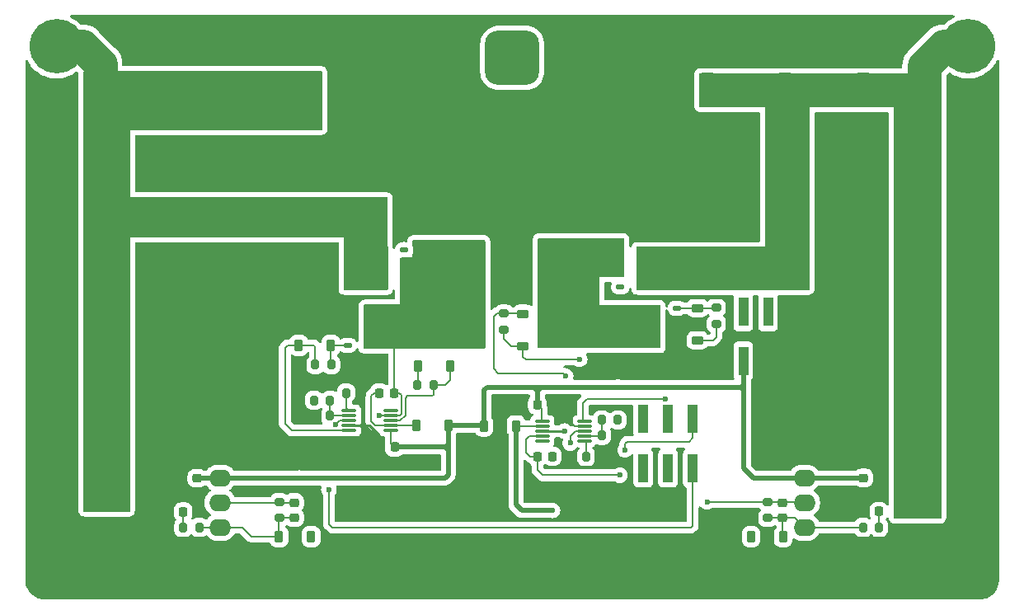
<source format=gbr>
%TF.GenerationSoftware,KiCad,Pcbnew,8.0.2*%
%TF.CreationDate,2024-06-09T17:22:24+08:00*%
%TF.ProjectId,MW_Buck_Boost_PB,4d575f42-7563-46b5-9f42-6f6f73745f50,rev?*%
%TF.SameCoordinates,Original*%
%TF.FileFunction,Copper,L1,Top*%
%TF.FilePolarity,Positive*%
%FSLAX46Y46*%
G04 Gerber Fmt 4.6, Leading zero omitted, Abs format (unit mm)*
G04 Created by KiCad (PCBNEW 8.0.2) date 2024-06-09 17:22:24*
%MOMM*%
%LPD*%
G01*
G04 APERTURE LIST*
G04 Aperture macros list*
%AMRoundRect*
0 Rectangle with rounded corners*
0 $1 Rounding radius*
0 $2 $3 $4 $5 $6 $7 $8 $9 X,Y pos of 4 corners*
0 Add a 4 corners polygon primitive as box body*
4,1,4,$2,$3,$4,$5,$6,$7,$8,$9,$2,$3,0*
0 Add four circle primitives for the rounded corners*
1,1,$1+$1,$2,$3*
1,1,$1+$1,$4,$5*
1,1,$1+$1,$6,$7*
1,1,$1+$1,$8,$9*
0 Add four rect primitives between the rounded corners*
20,1,$1+$1,$2,$3,$4,$5,0*
20,1,$1+$1,$4,$5,$6,$7,0*
20,1,$1+$1,$6,$7,$8,$9,0*
20,1,$1+$1,$8,$9,$2,$3,0*%
G04 Aperture macros list end*
%TA.AperFunction,SMDPad,CuDef*%
%ADD10RoundRect,0.035000X-0.700000X-0.105000X0.700000X-0.105000X0.700000X0.105000X-0.700000X0.105000X0*%
%TD*%
%TA.AperFunction,SMDPad,CuDef*%
%ADD11RoundRect,0.035000X0.700000X0.105000X-0.700000X0.105000X-0.700000X-0.105000X0.700000X-0.105000X0*%
%TD*%
%TA.AperFunction,ComponentPad*%
%ADD12C,5.600000*%
%TD*%
%TA.AperFunction,SMDPad,CuDef*%
%ADD13RoundRect,0.225000X-0.225000X-0.375000X0.225000X-0.375000X0.225000X0.375000X-0.225000X0.375000X0*%
%TD*%
%TA.AperFunction,SMDPad,CuDef*%
%ADD14RoundRect,0.225000X0.225000X0.250000X-0.225000X0.250000X-0.225000X-0.250000X0.225000X-0.250000X0*%
%TD*%
%TA.AperFunction,SMDPad,CuDef*%
%ADD15RoundRect,0.218750X0.218750X0.256250X-0.218750X0.256250X-0.218750X-0.256250X0.218750X-0.256250X0*%
%TD*%
%TA.AperFunction,SMDPad,CuDef*%
%ADD16RoundRect,0.225000X0.250000X-0.225000X0.250000X0.225000X-0.250000X0.225000X-0.250000X-0.225000X0*%
%TD*%
%TA.AperFunction,SMDPad,CuDef*%
%ADD17RoundRect,0.200000X0.200000X0.275000X-0.200000X0.275000X-0.200000X-0.275000X0.200000X-0.275000X0*%
%TD*%
%TA.AperFunction,SMDPad,CuDef*%
%ADD18RoundRect,0.250000X1.500000X0.550000X-1.500000X0.550000X-1.500000X-0.550000X1.500000X-0.550000X0*%
%TD*%
%TA.AperFunction,SMDPad,CuDef*%
%ADD19RoundRect,0.250000X-1.500000X-0.550000X1.500000X-0.550000X1.500000X0.550000X-1.500000X0.550000X0*%
%TD*%
%TA.AperFunction,SMDPad,CuDef*%
%ADD20RoundRect,0.225000X0.225000X0.375000X-0.225000X0.375000X-0.225000X-0.375000X0.225000X-0.375000X0*%
%TD*%
%TA.AperFunction,SMDPad,CuDef*%
%ADD21RoundRect,0.250000X0.325000X0.650000X-0.325000X0.650000X-0.325000X-0.650000X0.325000X-0.650000X0*%
%TD*%
%TA.AperFunction,SMDPad,CuDef*%
%ADD22RoundRect,0.125000X0.300000X0.125000X-0.300000X0.125000X-0.300000X-0.125000X0.300000X-0.125000X0*%
%TD*%
%TA.AperFunction,SMDPad,CuDef*%
%ADD23R,4.550000X4.410000*%
%TD*%
%TA.AperFunction,SMDPad,CuDef*%
%ADD24RoundRect,0.225000X-0.225000X-0.250000X0.225000X-0.250000X0.225000X0.250000X-0.225000X0.250000X0*%
%TD*%
%TA.AperFunction,SMDPad,CuDef*%
%ADD25RoundRect,0.200000X-0.200000X-0.275000X0.200000X-0.275000X0.200000X0.275000X-0.200000X0.275000X0*%
%TD*%
%TA.AperFunction,SMDPad,CuDef*%
%ADD26RoundRect,0.125000X-0.300000X-0.125000X0.300000X-0.125000X0.300000X0.125000X-0.300000X0.125000X0*%
%TD*%
%TA.AperFunction,SMDPad,CuDef*%
%ADD27RoundRect,0.250000X0.550000X-1.500000X0.550000X1.500000X-0.550000X1.500000X-0.550000X-1.500000X0*%
%TD*%
%TA.AperFunction,SMDPad,CuDef*%
%ADD28RoundRect,0.225000X0.375000X-0.225000X0.375000X0.225000X-0.375000X0.225000X-0.375000X-0.225000X0*%
%TD*%
%TA.AperFunction,SMDPad,CuDef*%
%ADD29RoundRect,0.250000X-0.325000X-0.650000X0.325000X-0.650000X0.325000X0.650000X-0.325000X0.650000X0*%
%TD*%
%TA.AperFunction,SMDPad,CuDef*%
%ADD30RoundRect,0.250000X-0.650000X0.325000X-0.650000X-0.325000X0.650000X-0.325000X0.650000X0.325000X0*%
%TD*%
%TA.AperFunction,SMDPad,CuDef*%
%ADD31RoundRect,0.200000X-0.275000X0.200000X-0.275000X-0.200000X0.275000X-0.200000X0.275000X0.200000X0*%
%TD*%
%TA.AperFunction,SMDPad,CuDef*%
%ADD32RoundRect,0.218750X-0.218750X-0.256250X0.218750X-0.256250X0.218750X0.256250X-0.218750X0.256250X0*%
%TD*%
%TA.AperFunction,SMDPad,CuDef*%
%ADD33RoundRect,0.250000X0.650000X-0.325000X0.650000X0.325000X-0.650000X0.325000X-0.650000X-0.325000X0*%
%TD*%
%TA.AperFunction,SMDPad,CuDef*%
%ADD34R,1.000000X3.000000*%
%TD*%
%TA.AperFunction,ComponentPad*%
%ADD35R,2.250000X1.750000*%
%TD*%
%TA.AperFunction,ComponentPad*%
%ADD36O,2.250000X1.750000*%
%TD*%
%TA.AperFunction,SMDPad,CuDef*%
%ADD37RoundRect,1.397000X-1.397000X-1.397000X1.397000X-1.397000X1.397000X1.397000X-1.397000X1.397000X0*%
%TD*%
%TA.AperFunction,SMDPad,CuDef*%
%ADD38RoundRect,1.270000X-1.270000X-1.587500X1.270000X-1.587500X1.270000X1.587500X-1.270000X1.587500X0*%
%TD*%
%TA.AperFunction,SMDPad,CuDef*%
%ADD39RoundRect,0.200000X0.275000X-0.200000X0.275000X0.200000X-0.275000X0.200000X-0.275000X-0.200000X0*%
%TD*%
%TA.AperFunction,SMDPad,CuDef*%
%ADD40RoundRect,0.225000X-0.375000X0.225000X-0.375000X-0.225000X0.375000X-0.225000X0.375000X0.225000X0*%
%TD*%
%TA.AperFunction,ViaPad*%
%ADD41C,0.600000*%
%TD*%
%TA.AperFunction,Conductor*%
%ADD42C,0.200000*%
%TD*%
%TA.AperFunction,Conductor*%
%ADD43C,0.500000*%
%TD*%
%TA.AperFunction,Conductor*%
%ADD44C,0.250000*%
%TD*%
%TA.AperFunction,Conductor*%
%ADD45C,3.500000*%
%TD*%
G04 APERTURE END LIST*
D10*
%TO.P,U2,1,VDD*%
%TO.N,+12V*%
X123847100Y-110005001D03*
%TO.P,U2,2,HB*%
%TO.N,12V_IOS2*%
X123847100Y-110505001D03*
%TO.P,U2,3,HO*%
%TO.N,/HO2*%
X123847100Y-111005001D03*
%TO.P,U2,4,HS*%
%TO.N,/HS2*%
X123847100Y-111505001D03*
%TO.P,U2,5,NC*%
%TO.N,unconnected-(U2-NC-Pad5)*%
X123847100Y-112005001D03*
%TO.P,U2,6,RDT*%
%TO.N,Net-(U2-RDT)*%
X128147100Y-112005001D03*
%TO.P,U2,7,EN*%
%TO.N,Net-(U2-EN)*%
X128147100Y-111505001D03*
%TO.P,U2,8,IN*%
%TO.N,/SW2*%
X128147100Y-111005001D03*
%TO.P,U2,9,VSS*%
%TO.N,GND*%
X128147100Y-110505001D03*
%TO.P,U2,10,LO*%
%TO.N,/LO2*%
X128147100Y-110005001D03*
%TD*%
D11*
%TO.P,U1,1,VDD*%
%TO.N,+12V*%
X108270000Y-110905000D03*
%TO.P,U1,2,HB*%
%TO.N,12V_IOS1*%
X108270000Y-110405000D03*
%TO.P,U1,3,HO*%
%TO.N,/HO1*%
X108270000Y-109905000D03*
%TO.P,U1,4,HS*%
%TO.N,/HS1*%
X108270000Y-109405000D03*
%TO.P,U1,5,NC*%
%TO.N,unconnected-(U1-NC-Pad5)*%
X108270000Y-108905000D03*
%TO.P,U1,6,RDT*%
%TO.N,Net-(U1-RDT)*%
X103970000Y-108905000D03*
%TO.P,U1,7,EN*%
%TO.N,Net-(U1-EN)*%
X103970000Y-109405000D03*
%TO.P,U1,8,IN*%
%TO.N,/SW1*%
X103970000Y-109905000D03*
%TO.P,U1,9,VSS*%
%TO.N,GND*%
X103970000Y-110405000D03*
%TO.P,U1,10,LO*%
%TO.N,/LO1*%
X103970000Y-110905000D03*
%TD*%
D12*
%TO.P,H4,1,1*%
%TO.N,/V_out*%
X167550000Y-71475000D03*
%TD*%
%TO.P,H3,1,1*%
%TO.N,GND*%
X167550000Y-125075000D03*
%TD*%
%TO.P,H2,1,1*%
%TO.N,GND*%
X73950000Y-125075000D03*
%TD*%
%TO.P,H1,1,1*%
%TO.N,/V_in*%
X73950000Y-71475000D03*
%TD*%
D13*
%TO.P,D10,1,K*%
%TO.N,12V_IOS2*%
X145275000Y-121825000D03*
%TO.P,D10,2,A*%
%TO.N,Net-(D10-A)*%
X148575000Y-121825000D03*
%TD*%
D14*
%TO.P,C23,1*%
%TO.N,12V_IOS2*%
X124872100Y-113600001D03*
%TO.P,C23,2*%
%TO.N,/HS2*%
X123322100Y-113600001D03*
%TD*%
D15*
%TO.P,D4,1,K*%
%TO.N,GND*%
X88537500Y-119293750D03*
%TO.P,D4,2,A*%
%TO.N,Net-(D4-A)*%
X86962500Y-119293750D03*
%TD*%
D16*
%TO.P,C26,1*%
%TO.N,Net-(D10-A)*%
X148525000Y-119875000D03*
%TO.P,C26,2*%
%TO.N,/HS2*%
X148525000Y-118325000D03*
%TD*%
D17*
%TO.P,R2,1*%
%TO.N,/HO1*%
X112675000Y-106275000D03*
%TO.P,R2,2*%
%TO.N,Net-(D3-A)*%
X111025000Y-106275000D03*
%TD*%
%TO.P,R4,1*%
%TO.N,GND*%
X105350000Y-107075000D03*
%TO.P,R4,2*%
%TO.N,Net-(U1-RDT)*%
X103700000Y-107075000D03*
%TD*%
D18*
%TO.P,C16,1*%
%TO.N,/V_in*%
X78450000Y-102275000D03*
%TO.P,C16,2*%
%TO.N,GND*%
X73050000Y-102275000D03*
%TD*%
%TO.P,C18,1*%
%TO.N,/V_in*%
X78450000Y-86275000D03*
%TO.P,C18,2*%
%TO.N,GND*%
X73050000Y-86275000D03*
%TD*%
D19*
%TO.P,C39,1*%
%TO.N,/V_out*%
X163050000Y-78275000D03*
%TO.P,C39,2*%
%TO.N,GND*%
X168450000Y-78275000D03*
%TD*%
D20*
%TO.P,D6,1,K*%
%TO.N,12V_IOS2*%
X121130000Y-110455000D03*
%TO.P,D6,2,A*%
%TO.N,+12V*%
X117830000Y-110455000D03*
%TD*%
D21*
%TO.P,C27,1*%
%TO.N,/V_out*%
X147650000Y-86550000D03*
%TO.P,C27,2*%
%TO.N,GND*%
X144700000Y-86550000D03*
%TD*%
D19*
%TO.P,C42,1*%
%TO.N,/V_out*%
X163050000Y-94275000D03*
%TO.P,C42,2*%
%TO.N,GND*%
X168450000Y-94275000D03*
%TD*%
D22*
%TO.P,Q1,1,S*%
%TO.N,/HS1*%
X109650000Y-96180000D03*
%TO.P,Q1,2,S*%
X109650000Y-94910000D03*
%TO.P,Q1,3,S*%
X109650000Y-93640000D03*
%TO.P,Q1,4,G*%
%TO.N,Net-(D3-A)*%
X109650000Y-92370000D03*
D23*
%TO.P,Q1,5,D*%
%TO.N,/V_in*%
X105700000Y-94275000D03*
%TD*%
D24*
%TO.P,C5,1*%
%TO.N,+12V*%
X123322100Y-108275001D03*
%TO.P,C5,2*%
%TO.N,GND*%
X124872100Y-108275001D03*
%TD*%
D18*
%TO.P,C20,1*%
%TO.N,/V_in*%
X78450000Y-78275000D03*
%TO.P,C20,2*%
%TO.N,GND*%
X73050000Y-78275000D03*
%TD*%
D25*
%TO.P,R12,1*%
%TO.N,GND*%
X100388900Y-109425000D03*
%TO.P,R12,2*%
%TO.N,Net-(U1-EN)*%
X102038900Y-109425000D03*
%TD*%
D20*
%TO.P,D3,1,K*%
%TO.N,/HO1*%
X114375000Y-104300000D03*
%TO.P,D3,2,A*%
%TO.N,Net-(D3-A)*%
X111075000Y-104300000D03*
%TD*%
D21*
%TO.P,C28,1*%
%TO.N,/V_out*%
X147650000Y-83200000D03*
%TO.P,C28,2*%
%TO.N,GND*%
X144700000Y-83200000D03*
%TD*%
D18*
%TO.P,C17,1*%
%TO.N,/V_in*%
X78450000Y-94275000D03*
%TO.P,C17,2*%
%TO.N,GND*%
X73050000Y-94275000D03*
%TD*%
D26*
%TO.P,Q2,1,S*%
%TO.N,GND*%
X103850000Y-98370000D03*
%TO.P,Q2,2,S*%
X103850000Y-99640000D03*
%TO.P,Q2,3,S*%
X103850000Y-100910000D03*
%TO.P,Q2,4,G*%
%TO.N,Net-(D2-A)*%
X103850000Y-102180000D03*
D23*
%TO.P,Q2,5,D*%
%TO.N,/HS1*%
X107800000Y-100275000D03*
%TD*%
D17*
%TO.P,R14,1*%
%TO.N,GND*%
X131600000Y-111425000D03*
%TO.P,R14,2*%
%TO.N,Net-(U2-EN)*%
X129950000Y-111425000D03*
%TD*%
D27*
%TO.P,C38,1*%
%TO.N,/V_out*%
X140750000Y-75975000D03*
%TO.P,C38,2*%
%TO.N,GND*%
X140750000Y-70575000D03*
%TD*%
D19*
%TO.P,C36,1*%
%TO.N,/V_out*%
X163050000Y-118275000D03*
%TO.P,C36,2*%
%TO.N,GND*%
X168450000Y-118275000D03*
%TD*%
D28*
%TO.P,D7,1,K*%
%TO.N,/LO2*%
X139750000Y-101675000D03*
%TO.P,D7,2,A*%
%TO.N,Net-(D7-A)*%
X139750000Y-98375000D03*
%TD*%
D25*
%TO.P,R13,1*%
%TO.N,Net-(U2-EN)*%
X129950000Y-109850000D03*
%TO.P,R13,2*%
%TO.N,+12V*%
X131600000Y-109850000D03*
%TD*%
D29*
%TO.P,C31,1*%
%TO.N,/V_out*%
X150000000Y-79850000D03*
%TO.P,C31,2*%
%TO.N,GND*%
X152950000Y-79850000D03*
%TD*%
D18*
%TO.P,C15,1*%
%TO.N,/V_in*%
X78450000Y-110275000D03*
%TO.P,C15,2*%
%TO.N,GND*%
X73050000Y-110275000D03*
%TD*%
D30*
%TO.P,C12,1*%
%TO.N,/V_in*%
X92250000Y-90300000D03*
%TO.P,C12,2*%
%TO.N,GND*%
X92250000Y-93250000D03*
%TD*%
D19*
%TO.P,C43,1*%
%TO.N,/V_out*%
X163050000Y-102275000D03*
%TO.P,C43,2*%
%TO.N,GND*%
X168450000Y-102275000D03*
%TD*%
D13*
%TO.P,D1,1,K*%
%TO.N,12V_IOS1*%
X110890000Y-110435000D03*
%TO.P,D1,2,A*%
%TO.N,+12V*%
X114190000Y-110435000D03*
%TD*%
D19*
%TO.P,C44,1*%
%TO.N,/V_out*%
X163050000Y-110275000D03*
%TO.P,C44,2*%
%TO.N,GND*%
X168450000Y-110275000D03*
%TD*%
D31*
%TO.P,R8,1*%
%TO.N,/HO2*%
X119900000Y-98900000D03*
%TO.P,R8,2*%
%TO.N,Net-(D8-A)*%
X119900000Y-100550000D03*
%TD*%
D32*
%TO.P,D9,1,K*%
%TO.N,GND*%
X156812500Y-119250000D03*
%TO.P,D9,2,A*%
%TO.N,Net-(D9-A)*%
X158387500Y-119250000D03*
%TD*%
D24*
%TO.P,C6,1*%
%TO.N,12V_IOS1*%
X107100000Y-107075000D03*
%TO.P,C6,2*%
%TO.N,/HS1*%
X108650000Y-107075000D03*
%TD*%
D30*
%TO.P,C9,1*%
%TO.N,/V_in*%
X84250000Y-79300000D03*
%TO.P,C9,2*%
%TO.N,GND*%
X84250000Y-82250000D03*
%TD*%
%TO.P,C4,1*%
%TO.N,/V_in*%
X84250000Y-90300000D03*
%TO.P,C4,2*%
%TO.N,GND*%
X84250000Y-93250000D03*
%TD*%
D17*
%TO.P,R5,1*%
%TO.N,Net-(D5-A)*%
X88600000Y-120893750D03*
%TO.P,R5,2*%
%TO.N,Net-(D4-A)*%
X86950000Y-120893750D03*
%TD*%
D27*
%TO.P,C46,1*%
%TO.N,/V_out*%
X156750000Y-75975000D03*
%TO.P,C46,2*%
%TO.N,GND*%
X156750000Y-70575000D03*
%TD*%
D33*
%TO.P,C11,1*%
%TO.N,/V_in*%
X92250000Y-87750000D03*
%TO.P,C11,2*%
%TO.N,GND*%
X92250000Y-84800000D03*
%TD*%
D29*
%TO.P,C34,1*%
%TO.N,/V_out*%
X150000000Y-89900000D03*
%TO.P,C34,2*%
%TO.N,GND*%
X152950000Y-89900000D03*
%TD*%
D34*
%TO.P,J2,1,Pin_1*%
%TO.N,/SW1*%
X139290000Y-114795000D03*
%TO.P,J2,2,Pin_2*%
%TO.N,/SW2*%
X139290000Y-109755000D03*
%TO.P,J2,3,Pin_3*%
%TO.N,unconnected-(J2-Pin_3-Pad3)*%
X136750000Y-114795000D03*
%TO.P,J2,4,Pin_4*%
%TO.N,unconnected-(J2-Pin_4-Pad4)*%
X136750000Y-109755000D03*
%TO.P,J2,5,Pin_5*%
%TO.N,unconnected-(J2-Pin_5-Pad5)*%
X134210000Y-114795000D03*
%TO.P,J2,6,Pin_6*%
%TO.N,unconnected-(J2-Pin_6-Pad6)*%
X134210000Y-109755000D03*
%TD*%
%TO.P,J1,1,Pin_1*%
%TO.N,+5V*%
X144480000Y-98755000D03*
%TO.P,J1,2,Pin_2*%
%TO.N,+12V*%
X144480000Y-103795000D03*
%TO.P,J1,3,Pin_3*%
%TO.N,+3.3V*%
X147020000Y-98755000D03*
%TO.P,J1,4,Pin_4*%
%TO.N,GND*%
X147020000Y-103795000D03*
%TD*%
D21*
%TO.P,C30,1*%
%TO.N,/V_out*%
X147650000Y-89900000D03*
%TO.P,C30,2*%
%TO.N,GND*%
X144700000Y-89900000D03*
%TD*%
D27*
%TO.P,C24,1*%
%TO.N,/V_in*%
X84250000Y-75975000D03*
%TO.P,C24,2*%
%TO.N,GND*%
X84250000Y-70575000D03*
%TD*%
D35*
%TO.P,PS2,1,-Vin*%
%TO.N,GND*%
X150750000Y-113275000D03*
D36*
%TO.P,PS2,2,+Vin*%
%TO.N,+12V*%
X150750000Y-115815000D03*
%TO.P,PS2,3,-Vout*%
%TO.N,/HS2*%
X150750000Y-118355000D03*
%TO.P,PS2,4,+Vout*%
%TO.N,Net-(D10-A)*%
X150750000Y-120895000D03*
%TD*%
D37*
%TO.P,L1,0*%
%TO.N,unconnected-(L1-Pad0)*%
X120750000Y-72655000D03*
D38*
%TO.P,L1,1*%
%TO.N,/HS1*%
X115416000Y-94245000D03*
%TO.P,L1,2*%
%TO.N,/HS2*%
X126084000Y-94245000D03*
%TD*%
D33*
%TO.P,C3,1*%
%TO.N,/V_in*%
X84250000Y-87750000D03*
%TO.P,C3,2*%
%TO.N,GND*%
X84250000Y-84800000D03*
%TD*%
D19*
%TO.P,C40,1*%
%TO.N,/V_out*%
X163050000Y-86275000D03*
%TO.P,C40,2*%
%TO.N,GND*%
X168450000Y-86275000D03*
%TD*%
D29*
%TO.P,C33,1*%
%TO.N,/V_out*%
X150000000Y-86550000D03*
%TO.P,C33,2*%
%TO.N,GND*%
X152950000Y-86550000D03*
%TD*%
D22*
%TO.P,Q4,1,S*%
%TO.N,GND*%
X137650000Y-102180000D03*
%TO.P,Q4,2,S*%
X137650000Y-100910000D03*
%TO.P,Q4,3,S*%
X137650000Y-99640000D03*
%TO.P,Q4,4,G*%
%TO.N,Net-(D7-A)*%
X137650000Y-98370000D03*
D23*
%TO.P,Q4,5,D*%
%TO.N,/HS2*%
X133700000Y-100275000D03*
%TD*%
D27*
%TO.P,C25,1*%
%TO.N,/V_in*%
X100250000Y-75975000D03*
%TO.P,C25,2*%
%TO.N,GND*%
X100250000Y-70575000D03*
%TD*%
D18*
%TO.P,C13,1*%
%TO.N,/V_in*%
X78450000Y-118275000D03*
%TO.P,C13,2*%
%TO.N,GND*%
X73050000Y-118275000D03*
%TD*%
D25*
%TO.P,R11,1*%
%TO.N,GND*%
X126672100Y-113600001D03*
%TO.P,R11,2*%
%TO.N,Net-(U2-RDT)*%
X128322100Y-113600001D03*
%TD*%
D39*
%TO.P,R7,1*%
%TO.N,/LO2*%
X141700000Y-99975000D03*
%TO.P,R7,2*%
%TO.N,Net-(D7-A)*%
X141700000Y-98325000D03*
%TD*%
D25*
%TO.P,R10,1*%
%TO.N,Net-(D10-A)*%
X156770000Y-120890000D03*
%TO.P,R10,2*%
%TO.N,Net-(D9-A)*%
X158420000Y-120890000D03*
%TD*%
D30*
%TO.P,C7,1*%
%TO.N,/V_in*%
X92250000Y-79300000D03*
%TO.P,C7,2*%
%TO.N,GND*%
X92250000Y-82250000D03*
%TD*%
%TO.P,C8,1*%
%TO.N,/V_in*%
X88250000Y-79300000D03*
%TO.P,C8,2*%
%TO.N,GND*%
X88250000Y-82250000D03*
%TD*%
%TO.P,C1,1*%
%TO.N,/V_in*%
X88250000Y-90300000D03*
%TO.P,C1,2*%
%TO.N,GND*%
X88250000Y-93250000D03*
%TD*%
D31*
%TO.P,R3,1*%
%TO.N,/HS1*%
X96825000Y-118275000D03*
%TO.P,R3,2*%
%TO.N,Net-(D5-A)*%
X96825000Y-119925000D03*
%TD*%
D35*
%TO.P,PS1,1,-Vin*%
%TO.N,GND*%
X90750000Y-113275000D03*
D36*
%TO.P,PS1,2,+Vin*%
%TO.N,+12V*%
X90750000Y-115815000D03*
%TO.P,PS1,3,-Vout*%
%TO.N,/HS1*%
X90750000Y-118355000D03*
%TO.P,PS1,4,+Vout*%
%TO.N,Net-(D5-A)*%
X90750000Y-120895000D03*
%TD*%
D16*
%TO.P,C14,1*%
%TO.N,Net-(D5-A)*%
X98375000Y-119875000D03*
%TO.P,C14,2*%
%TO.N,/HS1*%
X98375000Y-118325000D03*
%TD*%
%TO.P,C2,1*%
%TO.N,+12V*%
X156825000Y-115800000D03*
%TO.P,C2,2*%
%TO.N,GND*%
X156825000Y-114250000D03*
%TD*%
D33*
%TO.P,C10,1*%
%TO.N,/V_in*%
X88250000Y-87750000D03*
%TO.P,C10,2*%
%TO.N,GND*%
X88250000Y-84800000D03*
%TD*%
D17*
%TO.P,R6,1*%
%TO.N,Net-(U1-EN)*%
X102038900Y-107825000D03*
%TO.P,R6,2*%
%TO.N,+12V*%
X100388900Y-107825000D03*
%TD*%
D29*
%TO.P,C32,1*%
%TO.N,/V_out*%
X150000000Y-83200000D03*
%TO.P,C32,2*%
%TO.N,GND*%
X152950000Y-83200000D03*
%TD*%
D21*
%TO.P,C29,1*%
%TO.N,/V_out*%
X147650000Y-79850000D03*
%TO.P,C29,2*%
%TO.N,GND*%
X144700000Y-79850000D03*
%TD*%
D13*
%TO.P,D2,1,K*%
%TO.N,/LO1*%
X98825000Y-102175000D03*
%TO.P,D2,2,A*%
%TO.N,Net-(D2-A)*%
X102125000Y-102175000D03*
%TD*%
D27*
%TO.P,C22,1*%
%TO.N,/V_in*%
X92250000Y-75975000D03*
%TO.P,C22,2*%
%TO.N,GND*%
X92250000Y-70575000D03*
%TD*%
%TO.P,C35,1*%
%TO.N,/V_out*%
X148750000Y-75975000D03*
%TO.P,C35,2*%
%TO.N,GND*%
X148750000Y-70575000D03*
%TD*%
D20*
%TO.P,D5,1,K*%
%TO.N,12V_IOS1*%
X100100000Y-121825000D03*
%TO.P,D5,2,A*%
%TO.N,Net-(D5-A)*%
X96800000Y-121825000D03*
%TD*%
D26*
%TO.P,Q3,1,S*%
%TO.N,/HS2*%
X131850000Y-92370000D03*
%TO.P,Q3,2,S*%
X131850000Y-93640000D03*
%TO.P,Q3,3,S*%
X131850000Y-94910000D03*
%TO.P,Q3,4,G*%
%TO.N,Net-(D8-A)*%
X131850000Y-96180000D03*
D23*
%TO.P,Q3,5,D*%
%TO.N,/V_out*%
X135800000Y-94275000D03*
%TD*%
D40*
%TO.P,D8,1,K*%
%TO.N,/HO2*%
X121850000Y-98950000D03*
%TO.P,D8,2,A*%
%TO.N,Net-(D8-A)*%
X121850000Y-102250000D03*
%TD*%
D31*
%TO.P,R9,1*%
%TO.N,/HS2*%
X146975000Y-118275000D03*
%TO.P,R9,2*%
%TO.N,Net-(D10-A)*%
X146975000Y-119925000D03*
%TD*%
D25*
%TO.P,R1,1*%
%TO.N,/LO1*%
X100525000Y-104175000D03*
%TO.P,R1,2*%
%TO.N,Net-(D2-A)*%
X102175000Y-104175000D03*
%TD*%
D16*
%TO.P,C21,1*%
%TO.N,+12V*%
X88375000Y-115825000D03*
%TO.P,C21,2*%
%TO.N,GND*%
X88375000Y-114275000D03*
%TD*%
D14*
%TO.P,C19,1*%
%TO.N,+12V*%
X108663900Y-112650000D03*
%TO.P,C19,2*%
%TO.N,GND*%
X107113900Y-112650000D03*
%TD*%
D41*
%TO.N,GND*%
X122020000Y-108085000D03*
%TO.N,/SW2*%
X126700000Y-112215000D03*
%TO.N,12V_IOS2*%
X124870000Y-119145000D03*
%TO.N,GND*%
X119571742Y-81388201D03*
X137204661Y-85074690D03*
X89076403Y-101482891D03*
X90500000Y-106275000D03*
X120571742Y-80388201D03*
X89500000Y-105275000D03*
X86500000Y-106275000D03*
X139204661Y-83074690D03*
X90500000Y-104275000D03*
X157151403Y-106382891D03*
X136204661Y-84074690D03*
X117995339Y-85180310D03*
X86299690Y-81850339D03*
X86304661Y-98294690D03*
X158026403Y-88107891D03*
X126925000Y-108875000D03*
X122571742Y-80388201D03*
X138204661Y-86074690D03*
X88280000Y-83655000D03*
X155275000Y-111950000D03*
X96070000Y-81755000D03*
X106134661Y-84064690D03*
X150775000Y-107975000D03*
X85500000Y-105275000D03*
X119571742Y-83388201D03*
X83299690Y-84850339D03*
X153476403Y-97732891D03*
X91076403Y-99482891D03*
X152900000Y-102525000D03*
X96070000Y-83755000D03*
X116800000Y-82200000D03*
X93500000Y-105275000D03*
X96076403Y-100482891D03*
X124571742Y-82388201D03*
X86299690Y-83850339D03*
X122571742Y-82388201D03*
X154275000Y-110950000D03*
X158450000Y-91900000D03*
X93076403Y-101482891D03*
X153476403Y-99732891D03*
X137204661Y-83074690D03*
X155476403Y-99732891D03*
X117995339Y-87180310D03*
X139204661Y-85074690D03*
X122995339Y-86180310D03*
X126571742Y-80388201D03*
X156476403Y-98732891D03*
X157151403Y-104382891D03*
X152851403Y-108157891D03*
X156450000Y-93900000D03*
X94076403Y-98482891D03*
X85299690Y-82850339D03*
X123571742Y-83388201D03*
X104134661Y-84064690D03*
X87304661Y-101294690D03*
X118571742Y-82388201D03*
X95076403Y-101482891D03*
X88280000Y-81655000D03*
X87304661Y-99294690D03*
X155476403Y-97732891D03*
X88076403Y-98482891D03*
X153900000Y-101525000D03*
X149775000Y-108975000D03*
X92076403Y-98482891D03*
X159026403Y-89107891D03*
X120571742Y-82388201D03*
X84299690Y-83850339D03*
X156575000Y-109175000D03*
X137400000Y-87055000D03*
X90076403Y-100482891D03*
X84304661Y-100294690D03*
X92500000Y-104275000D03*
X124571742Y-80388201D03*
X123571742Y-81388201D03*
X117800000Y-83200000D03*
X91089690Y-84950339D03*
X107330000Y-85045000D03*
X153851403Y-107157891D03*
X92089690Y-83950339D03*
X150351403Y-104182891D03*
X85304661Y-99294690D03*
X119995339Y-85180310D03*
X121571742Y-81388201D03*
X125571742Y-81388201D03*
X121995339Y-85180310D03*
X151775000Y-108975000D03*
X100388900Y-109425000D03*
X158575000Y-109175000D03*
X92089690Y-81950339D03*
X136204661Y-86074690D03*
X118995339Y-88180310D03*
X121571742Y-83388201D03*
X122995339Y-88180310D03*
X93076403Y-99482891D03*
X153900000Y-103525000D03*
X152351403Y-104182891D03*
X104134661Y-80064690D03*
X84299690Y-81850339D03*
X157450000Y-92900000D03*
X95076403Y-99482891D03*
X93089690Y-82950339D03*
X87500000Y-103275000D03*
X138204661Y-84074690D03*
X156450000Y-91900000D03*
X114800000Y-80200000D03*
X155900000Y-101525000D03*
X123995339Y-85180310D03*
X126571742Y-82388201D03*
X114800000Y-84200000D03*
X88500000Y-104275000D03*
X92076403Y-100482891D03*
X104134661Y-82064690D03*
X83299690Y-82850339D03*
X90076403Y-98482891D03*
X155450000Y-92900000D03*
X157575000Y-108175000D03*
X152275000Y-110950000D03*
X116800000Y-80200000D03*
X86304661Y-100294690D03*
X106134661Y-80064690D03*
X84304661Y-98294690D03*
X151775000Y-106975000D03*
X158151403Y-105382891D03*
X148775000Y-107975000D03*
X92500000Y-106275000D03*
X153275000Y-109950000D03*
X155851403Y-107157891D03*
X114800000Y-82200000D03*
X152851403Y-106157891D03*
X154900000Y-102525000D03*
X115995339Y-87180310D03*
X156026403Y-90107891D03*
X107134661Y-81064690D03*
X155900000Y-103525000D03*
X91500000Y-105275000D03*
X115995339Y-85180310D03*
X94089690Y-81950339D03*
X156026403Y-88107891D03*
X115800000Y-83200000D03*
X95089690Y-84950339D03*
X116995339Y-86180310D03*
X105134661Y-81064690D03*
X105134661Y-83064690D03*
X155275000Y-109950000D03*
X106134661Y-82064690D03*
X95089690Y-82950339D03*
X138204661Y-82074690D03*
X151351403Y-103182891D03*
X94076403Y-100482891D03*
X154851403Y-108157891D03*
X116800000Y-84200000D03*
X154851403Y-106157891D03*
X151351403Y-105182891D03*
X84304661Y-102294690D03*
X125571742Y-83388201D03*
X149351403Y-105182891D03*
X149775000Y-106975000D03*
X87299690Y-84850339D03*
X93089690Y-84950339D03*
X149351403Y-103182891D03*
X139400000Y-87055000D03*
X123995339Y-87180310D03*
X118995339Y-86180310D03*
X86500000Y-104275000D03*
X105330000Y-85045000D03*
X91500000Y-103275000D03*
X120995339Y-86180310D03*
X157575000Y-110175000D03*
X158450000Y-93900000D03*
X115800000Y-81200000D03*
X158026403Y-90107891D03*
X118571742Y-80388201D03*
X87299690Y-82850339D03*
X87500000Y-105275000D03*
X116995339Y-88180310D03*
X93500000Y-103275000D03*
X89500000Y-103275000D03*
X85299690Y-84850339D03*
X117800000Y-81200000D03*
X86304661Y-102294690D03*
X107134661Y-83064690D03*
X121995339Y-87180310D03*
X89076403Y-99482891D03*
X119995339Y-87180310D03*
X136204661Y-82074690D03*
X120995339Y-88180310D03*
X154476403Y-98732891D03*
X157026403Y-89107891D03*
X91076403Y-101482891D03*
X85304661Y-101294690D03*
X94089690Y-83950339D03*
X153275000Y-111950000D03*
X88076403Y-100482891D03*
X85500000Y-103275000D03*
X88500000Y-106275000D03*
X96076403Y-98482891D03*
X91089690Y-82950339D03*
%TO.N,+12V*%
X131600000Y-106475000D03*
X98875000Y-115815000D03*
X100400000Y-107825000D03*
X131600000Y-109850000D03*
%TO.N,/HS1*%
X109370000Y-101725000D03*
X117080000Y-92505000D03*
X115080000Y-94505000D03*
X116080000Y-93505000D03*
X109370000Y-98725000D03*
X114080000Y-95505000D03*
X106370000Y-100725000D03*
X108370000Y-100725000D03*
X113080000Y-96505000D03*
X116080000Y-97505000D03*
X116080000Y-95505000D03*
X115080000Y-96505000D03*
X108370000Y-98725000D03*
X107370000Y-101725000D03*
X117080000Y-94505000D03*
X109660000Y-94905000D03*
X114080000Y-101505000D03*
X109670000Y-96215000D03*
X108370000Y-99725000D03*
X113080000Y-98505000D03*
X114080000Y-93505000D03*
X113080000Y-100505000D03*
X115080000Y-92505000D03*
X108370000Y-101725000D03*
X114080000Y-99505000D03*
X107370000Y-98725000D03*
X98375000Y-118325000D03*
X114080000Y-97505000D03*
X106370000Y-101725000D03*
X115080000Y-100505000D03*
X107370000Y-100725000D03*
X115080000Y-98505000D03*
X109650000Y-93640000D03*
X113080000Y-92505000D03*
X116080000Y-99505000D03*
X106370000Y-98725000D03*
X107370000Y-99725000D03*
X116080000Y-101505000D03*
X109370000Y-99725000D03*
X109370000Y-100725000D03*
X106370000Y-99725000D03*
X107050000Y-109425000D03*
X117080000Y-100505000D03*
X117080000Y-98505000D03*
X117080000Y-96505000D03*
X113080000Y-94505000D03*
%TO.N,12V_IOS1*%
X100100000Y-121825000D03*
X110890000Y-110435000D03*
%TO.N,12V_IOS2*%
X124872100Y-113600001D03*
X145275000Y-121825000D03*
%TO.N,/HS2*%
X131000000Y-93400000D03*
X132250000Y-101700000D03*
X129000000Y-99400000D03*
X125000000Y-99400000D03*
X129000000Y-97400000D03*
X131850000Y-93640000D03*
X128000000Y-100400000D03*
X125000000Y-95400000D03*
X135250000Y-100700000D03*
X133250000Y-99700000D03*
X127000000Y-93400000D03*
X124000000Y-92400000D03*
X128000000Y-98400000D03*
X127000000Y-101400000D03*
X134250000Y-100700000D03*
X132250000Y-100700000D03*
X129000000Y-95400000D03*
X126000000Y-92400000D03*
X124000000Y-94400000D03*
X124000000Y-98400000D03*
X132250000Y-98700000D03*
X133250000Y-101700000D03*
X124000000Y-96400000D03*
X131850000Y-92370000D03*
X130000000Y-94400000D03*
X135250000Y-101700000D03*
X128000000Y-92400000D03*
X125000000Y-101400000D03*
X134250000Y-99700000D03*
X131850000Y-94910000D03*
X129000000Y-93400000D03*
X128000000Y-96400000D03*
X140750000Y-118275000D03*
X132250000Y-99700000D03*
X135250000Y-99700000D03*
X125000000Y-93400000D03*
X124000000Y-100400000D03*
X134250000Y-98700000D03*
X129000000Y-101400000D03*
X130000000Y-92400000D03*
X135250000Y-98700000D03*
X127000000Y-99400000D03*
X127000000Y-95400000D03*
X128000000Y-94400000D03*
X133250000Y-98700000D03*
X125000000Y-97400000D03*
X126000000Y-98400000D03*
X126000000Y-96400000D03*
X127000000Y-97400000D03*
X134250000Y-101700000D03*
X131800000Y-115525000D03*
X133250000Y-100700000D03*
X126000000Y-100400000D03*
X126000000Y-94400000D03*
%TO.N,Net-(D3-A)*%
X109650000Y-92370000D03*
X111075000Y-104300000D03*
%TO.N,/LO2*%
X136475000Y-107700000D03*
X139750000Y-101675000D03*
%TO.N,Net-(D8-A)*%
X127675000Y-103625000D03*
X131850000Y-96180000D03*
%TO.N,/HO2*%
X126225000Y-105350000D03*
X126120000Y-110995000D03*
%TO.N,/V_in*%
X91800000Y-90500000D03*
X81000000Y-111175000D03*
X78000000Y-92175000D03*
X82800000Y-89500000D03*
X99800000Y-88500000D03*
X80175000Y-77575000D03*
X97800000Y-90500000D03*
X80000000Y-90175000D03*
X85800000Y-90500000D03*
X87800000Y-90500000D03*
X81000000Y-81175000D03*
X86800000Y-87500000D03*
X93200000Y-79100000D03*
X80000000Y-104175000D03*
X78000000Y-84175000D03*
X96225000Y-75550000D03*
X80000000Y-108175000D03*
X80000000Y-88175000D03*
X105800000Y-90500000D03*
X103800000Y-88500000D03*
X85175000Y-78750000D03*
X81000000Y-93175000D03*
X99800000Y-90500000D03*
X80000000Y-116175000D03*
X79000000Y-85175000D03*
X100225000Y-77550000D03*
X92800000Y-87500000D03*
X107550000Y-90350000D03*
X78000000Y-110175000D03*
X83200000Y-78675000D03*
X81175000Y-76575000D03*
X81000000Y-89175000D03*
X80000000Y-94175000D03*
X99225000Y-76550000D03*
X91800000Y-88500000D03*
X81000000Y-103175000D03*
X79000000Y-115175000D03*
X103800000Y-90500000D03*
X85175000Y-74575000D03*
X81000000Y-99175000D03*
X89800000Y-90500000D03*
X101800000Y-90500000D03*
X98225000Y-75550000D03*
X79000000Y-113175000D03*
X88800000Y-87500000D03*
X105800000Y-88500000D03*
X81000000Y-79175000D03*
X81000000Y-101175000D03*
X87175000Y-74575000D03*
X91225000Y-74550000D03*
X84175000Y-77575000D03*
X96800000Y-87500000D03*
X80000000Y-96175000D03*
X90175000Y-75575000D03*
X92800000Y-89500000D03*
X78000000Y-90175000D03*
X88175000Y-77575000D03*
X79000000Y-97175000D03*
X81175000Y-74575000D03*
X78000000Y-96175000D03*
X79000000Y-99175000D03*
X95225000Y-74550000D03*
X81000000Y-87175000D03*
X79000000Y-81175000D03*
X94225000Y-75550000D03*
X98225000Y-77550000D03*
X78050000Y-76450000D03*
X81000000Y-91175000D03*
X80000000Y-110175000D03*
X97800000Y-88500000D03*
X90175000Y-77575000D03*
X78000000Y-112175000D03*
X79125000Y-78050000D03*
X82800000Y-87500000D03*
X98800000Y-87500000D03*
X89200000Y-78925000D03*
X89175000Y-74575000D03*
X81000000Y-83175000D03*
X79000000Y-117175000D03*
X93800000Y-90500000D03*
X86175000Y-75575000D03*
X80000000Y-98175000D03*
X104050000Y-94700000D03*
X79175000Y-76575000D03*
X79000000Y-93175000D03*
X80000000Y-102175000D03*
X90800000Y-89500000D03*
X96800000Y-89500000D03*
X94225000Y-77550000D03*
X80000000Y-82175000D03*
X107050000Y-94700000D03*
X89800000Y-88500000D03*
X79000000Y-111175000D03*
X80000000Y-112175000D03*
X87800000Y-88500000D03*
X101800000Y-88500000D03*
X78000000Y-98175000D03*
X85175000Y-76575000D03*
X81000000Y-97175000D03*
X78000000Y-106175000D03*
X83800000Y-88500000D03*
X79000000Y-101175000D03*
X84175000Y-75575000D03*
X85800000Y-88500000D03*
X78000000Y-100175000D03*
X97225000Y-76550000D03*
X80000000Y-106175000D03*
X93225000Y-76550000D03*
X79000000Y-107175000D03*
X79000000Y-95175000D03*
X79000000Y-105175000D03*
X82175000Y-75575000D03*
X87200000Y-78800000D03*
X78000000Y-80175000D03*
X79000000Y-91175000D03*
X95800000Y-88500000D03*
X81000000Y-105175000D03*
X79175000Y-74575000D03*
X80000000Y-86175000D03*
X95225000Y-76550000D03*
X98800000Y-89500000D03*
X97250000Y-79300000D03*
X83800000Y-90500000D03*
X80000000Y-80175000D03*
X102800000Y-89500000D03*
X94800000Y-89500000D03*
X79000000Y-79175000D03*
X79000000Y-109175000D03*
X81000000Y-113175000D03*
X92225000Y-75550000D03*
X78000000Y-108175000D03*
X80175000Y-75575000D03*
X94800000Y-87500000D03*
X81000000Y-115175000D03*
X78000000Y-102175000D03*
X78000000Y-116175000D03*
X106050000Y-92700000D03*
X81000000Y-85175000D03*
X93800000Y-88500000D03*
X81000000Y-107175000D03*
X81000000Y-95175000D03*
X81000000Y-117175000D03*
X79000000Y-89175000D03*
X104800000Y-89500000D03*
X78000000Y-82175000D03*
X107050000Y-95700000D03*
X107050000Y-92700000D03*
X99300000Y-79350000D03*
X102800000Y-87500000D03*
X81000000Y-109175000D03*
X106050000Y-94700000D03*
X83175000Y-76575000D03*
X92225000Y-77550000D03*
X84800000Y-87500000D03*
X104050000Y-92700000D03*
X78000000Y-114175000D03*
X105050000Y-92700000D03*
X78000000Y-86175000D03*
X84800000Y-89500000D03*
X106050000Y-95700000D03*
X80000000Y-114175000D03*
X107550000Y-88350000D03*
X87175000Y-76575000D03*
X78000000Y-88175000D03*
X78000000Y-118175000D03*
X80000000Y-100175000D03*
X95250000Y-79275000D03*
X106550000Y-87350000D03*
X80000000Y-92175000D03*
X80000000Y-84175000D03*
X88800000Y-89500000D03*
X79000000Y-87175000D03*
X93225000Y-74550000D03*
X100800000Y-89500000D03*
X86800000Y-89500000D03*
X80000000Y-118175000D03*
X89175000Y-76575000D03*
X99225000Y-74550000D03*
X82175000Y-77575000D03*
X104050000Y-93700000D03*
X100225000Y-75550000D03*
X88175000Y-75575000D03*
X83175000Y-74575000D03*
X90800000Y-87500000D03*
X105050000Y-93700000D03*
X91225000Y-76550000D03*
X78000000Y-104175000D03*
X104800000Y-87500000D03*
X96225000Y-77550000D03*
X107050000Y-93700000D03*
X86175000Y-77575000D03*
X106550000Y-89350000D03*
X100800000Y-87500000D03*
X79000000Y-103175000D03*
X104050000Y-95700000D03*
X105050000Y-95700000D03*
X105050000Y-94700000D03*
X79000000Y-83175000D03*
X106050000Y-93700000D03*
X78000000Y-94175000D03*
X97225000Y-74550000D03*
X91250000Y-79050000D03*
X95800000Y-90500000D03*
%TO.N,/V_out*%
X143975000Y-95725000D03*
X161160000Y-98895000D03*
X163185000Y-108945000D03*
X159920000Y-75925000D03*
X162185000Y-117945000D03*
X162245000Y-93915000D03*
X146575000Y-74900000D03*
X162185000Y-111945000D03*
X145575000Y-75900000D03*
X146575000Y-76900000D03*
X161220000Y-82865000D03*
X150920000Y-74925000D03*
X163185000Y-116945000D03*
X134975000Y-95725000D03*
X163160000Y-98895000D03*
X153920000Y-75925000D03*
X162185000Y-109945000D03*
X136975000Y-92725000D03*
X147875000Y-81325000D03*
X138975000Y-92725000D03*
X162160000Y-99895000D03*
X145975000Y-95725000D03*
X158920000Y-76925000D03*
X135975000Y-92725000D03*
X141575000Y-75900000D03*
X140975000Y-94725000D03*
X163185000Y-106945000D03*
X161185000Y-110945000D03*
X163220000Y-74865000D03*
X146975000Y-92725000D03*
X147875000Y-91325000D03*
X162220000Y-75865000D03*
X151920000Y-75925000D03*
X156920000Y-76925000D03*
X163160000Y-100895000D03*
X162220000Y-77865000D03*
X135975000Y-94725000D03*
X157920000Y-75925000D03*
X149875000Y-89325000D03*
X162220000Y-81865000D03*
X139975000Y-93725000D03*
X149910000Y-81365000D03*
X148975000Y-94725000D03*
X161185000Y-114945000D03*
X162245000Y-91915000D03*
X158920000Y-74925000D03*
X136975000Y-94725000D03*
X162185000Y-107945000D03*
X147575000Y-75900000D03*
X161160000Y-104895000D03*
X149875000Y-91325000D03*
X144575000Y-76900000D03*
X163185000Y-114945000D03*
X163185000Y-110945000D03*
X161245000Y-92915000D03*
X142575000Y-76900000D03*
X161160000Y-102895000D03*
X149975000Y-95725000D03*
X141975000Y-93725000D03*
X162245000Y-87915000D03*
X154920000Y-74925000D03*
X163220000Y-76865000D03*
X161185000Y-116945000D03*
X146975000Y-94725000D03*
X145975000Y-93725000D03*
X161160000Y-100895000D03*
X133975000Y-94725000D03*
X133975000Y-95725000D03*
X161220000Y-78865000D03*
X161245000Y-84915000D03*
X152920000Y-76925000D03*
X149875000Y-83325000D03*
X148575000Y-76900000D03*
X147875000Y-87325000D03*
X163220000Y-80865000D03*
X149575000Y-75900000D03*
X163160000Y-104895000D03*
X161185000Y-112945000D03*
X150920000Y-76925000D03*
X161220000Y-80865000D03*
X162245000Y-95915000D03*
X137975000Y-95725000D03*
X140575000Y-76900000D03*
X149975000Y-93725000D03*
X162160000Y-103895000D03*
X163660000Y-117995000D03*
X147975000Y-95725000D03*
X148875000Y-90325000D03*
X140575000Y-74900000D03*
X142975000Y-92725000D03*
X162245000Y-85915000D03*
X142575000Y-74900000D03*
X163220000Y-78865000D03*
X138975000Y-94725000D03*
X161185000Y-108945000D03*
X149875000Y-79325000D03*
X143975000Y-93725000D03*
X148875000Y-78325000D03*
X149875000Y-85325000D03*
X149875000Y-87325000D03*
X163185000Y-112945000D03*
X161220000Y-74865000D03*
X162185000Y-115945000D03*
X161245000Y-90915000D03*
X163245000Y-94915000D03*
X140975000Y-92725000D03*
X147875000Y-83325000D03*
X135975000Y-95725000D03*
X162220000Y-79865000D03*
X161160000Y-96895000D03*
X161245000Y-86915000D03*
X137975000Y-93725000D03*
X144575000Y-74900000D03*
X155920000Y-75925000D03*
X148575000Y-74900000D03*
X162185000Y-113945000D03*
X161245000Y-88915000D03*
X154920000Y-76925000D03*
X162220000Y-83865000D03*
X156920000Y-74925000D03*
X143575000Y-75900000D03*
X147875000Y-85325000D03*
X163245000Y-92915000D03*
X147975000Y-93725000D03*
X161220000Y-76865000D03*
X142975000Y-94725000D03*
X148875000Y-86325000D03*
X163160000Y-96895000D03*
X134975000Y-93725000D03*
X161185000Y-106945000D03*
X163245000Y-86915000D03*
X162245000Y-89915000D03*
X161245000Y-94915000D03*
X147875000Y-89325000D03*
X152920000Y-74925000D03*
X148875000Y-88325000D03*
X163245000Y-84915000D03*
X162160000Y-101895000D03*
X136975000Y-93725000D03*
X162160000Y-105895000D03*
X163160000Y-102895000D03*
X133975000Y-92725000D03*
X144975000Y-92725000D03*
X162160000Y-97895000D03*
X134975000Y-92725000D03*
X147875000Y-79325000D03*
X148875000Y-84325000D03*
X144975000Y-94725000D03*
X141975000Y-95725000D03*
X163720000Y-95965000D03*
X148875000Y-80325000D03*
X163245000Y-88915000D03*
X148875000Y-82325000D03*
X139975000Y-95725000D03*
X163245000Y-90915000D03*
X148975000Y-92725000D03*
X163220000Y-82865000D03*
X136975000Y-95725000D03*
X134975000Y-94725000D03*
X135975000Y-93725000D03*
X133975000Y-93725000D03*
%TO.N,/SW1*%
X101925000Y-117000000D03*
X102610000Y-110315000D03*
%TO.N,/SW2*%
X132350000Y-112925000D03*
%TD*%
D42*
%TO.N,GND*%
X127150002Y-110505002D02*
X128194200Y-110505002D01*
X126925000Y-110280000D02*
X127150002Y-110505002D01*
X126925000Y-108875000D02*
X126925000Y-110280000D01*
D43*
%TO.N,12V_IOS2*%
X121130000Y-118575000D02*
X121130000Y-110455000D01*
X121700000Y-119145000D02*
X121130000Y-118575000D01*
X124870000Y-119145000D02*
X121700000Y-119145000D01*
%TO.N,+12V*%
X117800000Y-110425000D02*
X117830000Y-110455000D01*
X114200000Y-110425000D02*
X117800000Y-110425000D01*
X117850000Y-106795000D02*
X117850000Y-110435000D01*
X118170000Y-106475000D02*
X117850000Y-106795000D01*
X122500000Y-106475000D02*
X118170000Y-106475000D01*
D42*
%TO.N,12V_IOS2*%
X121180002Y-110505002D02*
X123800000Y-110505002D01*
D43*
%TO.N,+12V*%
X117850000Y-110435000D02*
X117830000Y-110455000D01*
X114190000Y-115455000D02*
X114190000Y-113005000D01*
X98875000Y-115815000D02*
X113830000Y-115815000D01*
X113830000Y-115815000D02*
X114190000Y-115455000D01*
X114190000Y-113005000D02*
X114190000Y-112945000D01*
X114190000Y-112945000D02*
X113895000Y-112650000D01*
X114190000Y-113005000D02*
X114190000Y-112355000D01*
X114190000Y-112355000D02*
X114190000Y-110435000D01*
X114190000Y-112355000D02*
X113895000Y-112650000D01*
X113895000Y-112650000D02*
X108663900Y-112650000D01*
D42*
%TO.N,12V_IOS1*%
X106575000Y-107075000D02*
X107100000Y-107075000D01*
X106275000Y-107375000D02*
X106575000Y-107075000D01*
X106275000Y-110025000D02*
X106275000Y-107375000D01*
X106674999Y-110424999D02*
X106275000Y-110025000D01*
X110890000Y-110435000D02*
X110879999Y-110424999D01*
X110879999Y-110424999D02*
X106674999Y-110424999D01*
%TO.N,Net-(U1-EN)*%
X102058900Y-109405000D02*
X102038900Y-109425000D01*
X103971799Y-109405000D02*
X102058900Y-109405000D01*
X103991800Y-109425001D02*
X103971799Y-109405000D01*
D44*
%TO.N,GND*%
X106053960Y-110405000D02*
X107113900Y-111464940D01*
X107113900Y-111464940D02*
X107113900Y-112650000D01*
X103970000Y-110405000D02*
X106053960Y-110405000D01*
D42*
%TO.N,/SW1*%
X103020000Y-109905000D02*
X103970000Y-109905000D01*
X102610000Y-110315000D02*
X103020000Y-109905000D01*
%TO.N,Net-(U2-EN)*%
X129870000Y-111505000D02*
X129950000Y-111425000D01*
X128194200Y-111505000D02*
X129870000Y-111505000D01*
%TO.N,/HS2*%
X122520000Y-111505000D02*
X122200000Y-111825000D01*
X123800000Y-111505000D02*
X122520000Y-111505000D01*
%TO.N,+12V*%
X123800000Y-108752901D02*
X123322100Y-108275001D01*
X123800000Y-110005000D02*
X123800000Y-108752901D01*
%TO.N,Net-(U2-RDT)*%
X128322100Y-112132902D02*
X128194200Y-112005002D01*
X128322100Y-113600001D02*
X128322100Y-112132902D01*
%TO.N,/SW2*%
X138900000Y-112100000D02*
X139290000Y-111710000D01*
X139290000Y-111710000D02*
X139290000Y-109755000D01*
X132555000Y-112100000D02*
X138900000Y-112100000D01*
X132350000Y-112305000D02*
X132555000Y-112100000D01*
X132350000Y-112925000D02*
X132350000Y-112305000D01*
X126700000Y-111548300D02*
X126700000Y-112215000D01*
X128194200Y-111005001D02*
X127243299Y-111005001D01*
X127243299Y-111005001D02*
X126700000Y-111548300D01*
%TO.N,/SW1*%
X101925000Y-120550000D02*
X101925000Y-117000000D01*
X102290000Y-120915000D02*
X101925000Y-120550000D01*
X139080000Y-120915000D02*
X102290000Y-120915000D01*
X139290000Y-120705000D02*
X139080000Y-120915000D01*
X139290000Y-114795000D02*
X139290000Y-120705000D01*
D44*
%TO.N,/HO2*%
X126109999Y-111005001D02*
X126120000Y-110995000D01*
X123800000Y-111005001D02*
X126109999Y-111005001D01*
D42*
%TO.N,12V_IOS2*%
X124872100Y-113600001D02*
X125199999Y-113600001D01*
%TO.N,GND*%
X126880000Y-113392101D02*
X126672100Y-113600001D01*
%TO.N,Net-(U1-RDT)*%
X103991800Y-108924999D02*
X103700000Y-108633199D01*
X103700000Y-108633199D02*
X103700000Y-107075000D01*
D43*
%TO.N,+12V*%
X131600000Y-106475000D02*
X144275000Y-106475000D01*
X144525000Y-106725000D02*
X144525000Y-114850000D01*
X123322100Y-106822100D02*
X122975000Y-106475000D01*
X123675000Y-106475000D02*
X123322100Y-106827900D01*
X123322100Y-106827900D02*
X123322100Y-107075000D01*
X144525000Y-106100000D02*
X144525000Y-103840000D01*
X150750000Y-115815000D02*
X156810000Y-115815000D01*
X123675000Y-106475000D02*
X131600000Y-106475000D01*
X122975000Y-106475000D02*
X122500000Y-106475000D01*
X90750000Y-115815000D02*
X88385000Y-115815000D01*
X144275000Y-106475000D02*
X144525000Y-106225000D01*
X144525000Y-106725000D02*
X144525000Y-106100000D01*
X156810000Y-115815000D02*
X156825000Y-115800000D01*
X122500000Y-106475000D02*
X123675000Y-106475000D01*
X144275000Y-106475000D02*
X144525000Y-106725000D01*
X144525000Y-106225000D02*
X144525000Y-106100000D01*
X90750000Y-115815000D02*
X98875000Y-115815000D01*
X144525000Y-103840000D02*
X144480000Y-103795000D01*
X123322100Y-107075000D02*
X123322100Y-106822100D01*
X144525000Y-114850000D02*
X145490000Y-115815000D01*
X123322100Y-107075000D02*
X123322100Y-108275001D01*
X88385000Y-115815000D02*
X88375000Y-115825000D01*
X145490000Y-115815000D02*
X150750000Y-115815000D01*
D42*
%TO.N,/HS1*%
X98345000Y-118355000D02*
X98375000Y-118325000D01*
X90750000Y-118355000D02*
X98345000Y-118355000D01*
X109174999Y-109425001D02*
X109375000Y-109225000D01*
X108386000Y-109425001D02*
X107050001Y-109425001D01*
X109375000Y-109225000D02*
X109375000Y-107300000D01*
X108650000Y-107075000D02*
X108650000Y-101125000D01*
X108386000Y-109425001D02*
X109174999Y-109425001D01*
X109150000Y-107075000D02*
X108650000Y-107075000D01*
X107050001Y-109425001D02*
X107050000Y-109425000D01*
X108650000Y-101125000D02*
X107800000Y-100275000D01*
X109375000Y-107300000D02*
X109150000Y-107075000D01*
%TO.N,Net-(D5-A)*%
X96800000Y-121825000D02*
X96800000Y-119950000D01*
X96825000Y-119925000D02*
X98325000Y-119925000D01*
X93020000Y-120895000D02*
X93950000Y-121825000D01*
X90750000Y-120895000D02*
X88601250Y-120895000D01*
X93950000Y-121825000D02*
X96800000Y-121825000D01*
X90750000Y-120895000D02*
X93020000Y-120895000D01*
X98325000Y-119925000D02*
X98375000Y-119875000D01*
X88601250Y-120895000D02*
X88600000Y-120893750D01*
X96800000Y-119950000D02*
X96825000Y-119925000D01*
%TO.N,/HS2*%
X122200000Y-113225000D02*
X122575001Y-113600001D01*
X122575001Y-113600001D02*
X123322100Y-113600001D01*
X131800000Y-115525000D02*
X123875000Y-115525000D01*
X146975000Y-118275000D02*
X140750000Y-118275000D01*
X150670000Y-118275000D02*
X150750000Y-118355000D01*
X123875000Y-115525000D02*
X123322100Y-114972100D01*
X146975000Y-118275000D02*
X150670000Y-118275000D01*
X122200000Y-111825000D02*
X122200000Y-113225000D01*
X123322100Y-114972100D02*
X123322100Y-113600001D01*
%TO.N,Net-(D10-A)*%
X150750000Y-120895000D02*
X156765000Y-120895000D01*
X148525000Y-119875000D02*
X147025000Y-119875000D01*
X147025000Y-119875000D02*
X146975000Y-119925000D01*
X148525000Y-121775000D02*
X148575000Y-121825000D01*
X156765000Y-120895000D02*
X156770000Y-120890000D01*
X149730000Y-119875000D02*
X150750000Y-120895000D01*
X148525000Y-119875000D02*
X149730000Y-119875000D01*
X148525000Y-119875000D02*
X148525000Y-121775000D01*
%TO.N,/LO1*%
X100375000Y-102175000D02*
X100525000Y-102325000D01*
X97400000Y-102450000D02*
X97675000Y-102175000D01*
X103991800Y-110925001D02*
X98100001Y-110925001D01*
X98825000Y-102175000D02*
X100375000Y-102175000D01*
X100525000Y-102325000D02*
X100525000Y-104175000D01*
X98100001Y-110925001D02*
X97400000Y-110225000D01*
X97675000Y-102175000D02*
X98825000Y-102175000D01*
X97400000Y-110225000D02*
X97400000Y-102450000D01*
%TO.N,Net-(D2-A)*%
X102125000Y-102175000D02*
X102125000Y-104125000D01*
X102125000Y-102175000D02*
X103845000Y-102175000D01*
X103845000Y-102175000D02*
X103850000Y-102180000D01*
X102125000Y-104125000D02*
X102175000Y-104175000D01*
%TO.N,Net-(D3-A)*%
X111075000Y-106225000D02*
X111025000Y-106275000D01*
X111075000Y-104300000D02*
X111075000Y-106225000D01*
%TO.N,/HO1*%
X112525000Y-107400000D02*
X112675000Y-107250000D01*
X113875000Y-106275000D02*
X114375000Y-105775000D01*
X109775000Y-109390686D02*
X109775000Y-107575000D01*
X112675000Y-107250000D02*
X112675000Y-106275000D01*
X112675000Y-106275000D02*
X113875000Y-106275000D01*
X109950000Y-107400000D02*
X112525000Y-107400000D01*
X109775000Y-107575000D02*
X109950000Y-107400000D01*
X114375000Y-105775000D02*
X114375000Y-104300000D01*
X108386000Y-109925000D02*
X109240686Y-109925000D01*
X109240686Y-109925000D02*
X109775000Y-109390686D01*
%TO.N,Net-(D4-A)*%
X86950000Y-120893750D02*
X86950000Y-119306250D01*
X86950000Y-119306250D02*
X86962500Y-119293750D01*
%TO.N,Net-(D7-A)*%
X139750000Y-98375000D02*
X141650000Y-98375000D01*
X141650000Y-98375000D02*
X141700000Y-98325000D01*
X137650000Y-98370000D02*
X139745000Y-98370000D01*
X139745000Y-98370000D02*
X139750000Y-98375000D01*
%TO.N,/LO2*%
X127994200Y-108130800D02*
X127994200Y-109925000D01*
X128400000Y-107725000D02*
X127994200Y-108130800D01*
X141350000Y-101675000D02*
X141700000Y-101325000D01*
X136450000Y-107725000D02*
X128400000Y-107725000D01*
X136475000Y-107700000D02*
X136450000Y-107725000D01*
X139750000Y-101675000D02*
X141350000Y-101675000D01*
X141700000Y-101325000D02*
X141700000Y-99975000D01*
%TO.N,Net-(D8-A)*%
X122150000Y-103650000D02*
X127650000Y-103650000D01*
X131850000Y-96180000D02*
X131795000Y-96125000D01*
X121850000Y-102250000D02*
X121850000Y-103350000D01*
X120650000Y-102250000D02*
X121850000Y-102250000D01*
X127650000Y-103650000D02*
X127675000Y-103625000D01*
X119900000Y-101500000D02*
X120650000Y-102250000D01*
X119900000Y-100550000D02*
X119900000Y-101500000D01*
X121850000Y-103350000D02*
X122150000Y-103650000D01*
%TO.N,/HO2*%
X118825000Y-104575000D02*
X118825000Y-99250000D01*
X118825000Y-99250000D02*
X119175000Y-98900000D01*
X126225000Y-105350000D02*
X125950000Y-105075000D01*
X119325000Y-105075000D02*
X118825000Y-104575000D01*
X125950000Y-105075000D02*
X119325000Y-105075000D01*
X119900000Y-98900000D02*
X121800000Y-98900000D01*
X121800000Y-98900000D02*
X121850000Y-98950000D01*
X119175000Y-98900000D02*
X119900000Y-98900000D01*
%TO.N,Net-(D9-A)*%
X158420000Y-119282500D02*
X158387500Y-119250000D01*
X158420000Y-120890000D02*
X158420000Y-119282500D01*
D45*
%TO.N,/V_in*%
X76625000Y-71475000D02*
X73950000Y-71475000D01*
X78450000Y-78275000D02*
X78450000Y-73300000D01*
X78450000Y-73300000D02*
X76625000Y-71475000D01*
%TO.N,/V_out*%
X163050000Y-73500000D02*
X165075000Y-71475000D01*
X165075000Y-71475000D02*
X167550000Y-71475000D01*
X163050000Y-78275000D02*
X163050000Y-73500000D01*
D42*
%TO.N,Net-(U1-EN)*%
X102038900Y-107825000D02*
X102038900Y-109425000D01*
%TO.N,Net-(U2-EN)*%
X129950000Y-109850000D02*
X129950000Y-111425000D01*
%TO.N,+12V*%
X108317100Y-112303200D02*
X108663900Y-112650000D01*
X108317100Y-110905001D02*
X108317100Y-112303200D01*
%TD*%
%TA.AperFunction,Conductor*%
%TO.N,/HS1*%
G36*
X117918039Y-91394685D02*
G01*
X117963794Y-91447489D01*
X117975000Y-91499000D01*
X117975000Y-102401000D01*
X117955315Y-102468039D01*
X117902511Y-102513794D01*
X117851000Y-102525000D01*
X110475000Y-102525000D01*
X110475000Y-92869975D01*
X110492267Y-92806855D01*
X110528618Y-92745390D01*
X110572709Y-92593627D01*
X110575500Y-92558163D01*
X110575499Y-92181838D01*
X110572709Y-92146373D01*
X110528618Y-91994610D01*
X110492268Y-91933145D01*
X110475000Y-91870024D01*
X110475000Y-91499000D01*
X110494685Y-91431961D01*
X110547489Y-91386206D01*
X110599000Y-91375000D01*
X117851000Y-91375000D01*
X117918039Y-91394685D01*
G37*
%TD.AperFunction*%
%TD*%
%TA.AperFunction,Conductor*%
%TO.N,/V_in*%
G36*
X81500000Y-91075000D02*
G01*
X81500000Y-119151000D01*
X81480315Y-119218039D01*
X81427511Y-119263794D01*
X81376000Y-119275000D01*
X76824000Y-119275000D01*
X76756961Y-119255315D01*
X76711206Y-119202511D01*
X76700000Y-119151000D01*
X76700000Y-77225000D01*
X81500000Y-77225000D01*
X81500000Y-91075000D01*
G37*
%TD.AperFunction*%
%TD*%
%TA.AperFunction,Conductor*%
%TO.N,/HS2*%
G36*
X135918039Y-98069685D02*
G01*
X135963794Y-98122489D01*
X135975000Y-98174000D01*
X135975000Y-102351000D01*
X135955315Y-102418039D01*
X135902511Y-102463794D01*
X135851000Y-102475000D01*
X123550000Y-102475000D01*
X123550000Y-98050000D01*
X129700000Y-98050000D01*
X135851000Y-98050000D01*
X135918039Y-98069685D01*
G37*
%TD.AperFunction*%
%TD*%
%TA.AperFunction,Conductor*%
%TO.N,/HS1*%
G36*
X110150000Y-102525000D02*
G01*
X109225000Y-102525000D01*
X105574000Y-102525000D01*
X105506961Y-102505315D01*
X105461206Y-102452511D01*
X105450000Y-102401000D01*
X105450000Y-98124000D01*
X105469685Y-98056961D01*
X105522489Y-98011206D01*
X105574000Y-98000000D01*
X109225000Y-98000000D01*
X110150000Y-98000000D01*
X110150000Y-102525000D01*
G37*
%TD.AperFunction*%
%TD*%
%TA.AperFunction,Conductor*%
%TO.N,/HS1*%
G36*
X117975000Y-97100000D02*
G01*
X109225000Y-97100000D01*
X109225000Y-93299000D01*
X109244685Y-93231961D01*
X109297489Y-93186206D01*
X109349000Y-93175000D01*
X110475000Y-93175000D01*
X117975000Y-93175000D01*
X117975000Y-97100000D01*
G37*
%TD.AperFunction*%
%TD*%
%TA.AperFunction,Conductor*%
%TO.N,/V_out*%
G36*
X150575000Y-96500000D02*
G01*
X146695000Y-96500000D01*
X133649000Y-96500000D01*
X133581961Y-96480315D01*
X133536206Y-96427511D01*
X133525000Y-96376000D01*
X133525000Y-92199000D01*
X133544685Y-92131961D01*
X133597489Y-92086206D01*
X133649000Y-92075000D01*
X146695000Y-92075000D01*
X150575000Y-92075000D01*
X150575000Y-96500000D01*
G37*
%TD.AperFunction*%
%TD*%
%TA.AperFunction,Conductor*%
%TO.N,GND*%
G36*
X170699083Y-72883803D02*
G01*
X170741640Y-72939217D01*
X170750000Y-72983977D01*
X170750000Y-126273910D01*
X170749980Y-126276122D01*
X170747590Y-126410101D01*
X170746348Y-126425536D01*
X170708051Y-126691897D01*
X170704290Y-126709185D01*
X170628791Y-126966311D01*
X170622608Y-126982887D01*
X170511284Y-127226654D01*
X170502805Y-127242183D01*
X170357922Y-127467624D01*
X170347320Y-127481787D01*
X170171827Y-127684317D01*
X170159317Y-127696827D01*
X169956787Y-127872320D01*
X169942624Y-127882922D01*
X169717183Y-128027805D01*
X169701654Y-128036284D01*
X169457887Y-128147608D01*
X169441311Y-128153791D01*
X169184185Y-128229290D01*
X169166897Y-128233051D01*
X168900536Y-128271348D01*
X168885101Y-128272590D01*
X168754818Y-128274914D01*
X168751120Y-128274980D01*
X168748910Y-128275000D01*
X72751090Y-128275000D01*
X72748879Y-128274980D01*
X72745015Y-128274911D01*
X72614898Y-128272590D01*
X72599463Y-128271348D01*
X72333102Y-128233051D01*
X72315814Y-128229290D01*
X72058688Y-128153791D01*
X72042112Y-128147608D01*
X71798345Y-128036284D01*
X71782821Y-128027808D01*
X71557374Y-127882921D01*
X71543212Y-127872320D01*
X71340682Y-127696827D01*
X71328172Y-127684317D01*
X71152679Y-127481787D01*
X71142077Y-127467624D01*
X70997188Y-127242173D01*
X70988715Y-127226654D01*
X70877391Y-126982887D01*
X70871208Y-126966311D01*
X70795709Y-126709185D01*
X70791948Y-126691897D01*
X70753651Y-126425536D01*
X70752409Y-126410109D01*
X70750020Y-126276121D01*
X70750000Y-126273910D01*
X70750000Y-72983977D01*
X70769685Y-72916938D01*
X70822489Y-72871183D01*
X70891647Y-72861239D01*
X70955203Y-72890264D01*
X70983555Y-72925894D01*
X71117784Y-73179077D01*
X71117787Y-73179082D01*
X71117789Y-73179085D01*
X71235367Y-73352500D01*
X71318634Y-73475309D01*
X71318641Y-73475319D01*
X71545383Y-73742260D01*
X71550332Y-73748086D01*
X71810163Y-73994211D01*
X72095081Y-74210800D01*
X72401747Y-74395315D01*
X72401749Y-74395316D01*
X72401751Y-74395317D01*
X72401755Y-74395319D01*
X72581653Y-74478548D01*
X72726565Y-74545591D01*
X73065726Y-74659868D01*
X73415254Y-74736805D01*
X73771052Y-74775500D01*
X73771058Y-74775500D01*
X74128942Y-74775500D01*
X74128948Y-74775500D01*
X74484746Y-74736805D01*
X74834274Y-74659868D01*
X75173435Y-74545591D01*
X75498253Y-74395315D01*
X75804919Y-74210800D01*
X75930761Y-74115136D01*
X75996043Y-74090237D01*
X76064424Y-74104584D01*
X76093484Y-74126171D01*
X76158181Y-74190868D01*
X76191666Y-74252191D01*
X76194500Y-74278549D01*
X76194500Y-77225000D01*
X76194500Y-119151000D01*
X76194501Y-119151009D01*
X76206052Y-119258450D01*
X76206054Y-119258462D01*
X76217260Y-119309972D01*
X76251383Y-119412497D01*
X76251386Y-119412503D01*
X76329171Y-119533537D01*
X76329179Y-119533548D01*
X76374923Y-119586340D01*
X76374926Y-119586343D01*
X76374930Y-119586347D01*
X76483664Y-119680567D01*
X76483667Y-119680568D01*
X76483668Y-119680569D01*
X76581652Y-119725318D01*
X76614541Y-119740338D01*
X76681580Y-119760023D01*
X76681584Y-119760024D01*
X76824000Y-119780500D01*
X76824003Y-119780500D01*
X81375990Y-119780500D01*
X81376000Y-119780500D01*
X81483456Y-119768947D01*
X81534967Y-119757741D01*
X81569197Y-119746347D01*
X81637497Y-119723616D01*
X81637501Y-119723613D01*
X81637504Y-119723613D01*
X81758543Y-119645825D01*
X81811347Y-119600070D01*
X81905567Y-119491336D01*
X81965338Y-119360459D01*
X81985023Y-119293420D01*
X81985024Y-119293416D01*
X82005500Y-119151000D01*
X82005500Y-91704500D01*
X82025185Y-91637461D01*
X82077989Y-91591706D01*
X82129500Y-91580500D01*
X102795500Y-91580500D01*
X102862539Y-91600185D01*
X102908294Y-91652989D01*
X102919500Y-91704500D01*
X102919500Y-96376004D01*
X102923790Y-96415909D01*
X102924500Y-96429161D01*
X102924500Y-96527869D01*
X102924501Y-96527876D01*
X102930908Y-96587483D01*
X102981202Y-96722328D01*
X102981206Y-96722335D01*
X103067452Y-96837544D01*
X103067455Y-96837547D01*
X103182664Y-96923793D01*
X103182671Y-96923797D01*
X103317517Y-96974091D01*
X103317516Y-96974091D01*
X103343419Y-96976875D01*
X103377127Y-96980500D01*
X103377137Y-96980499D01*
X103379856Y-96980646D01*
X103403422Y-96984684D01*
X103403476Y-96984414D01*
X103404095Y-96984535D01*
X103404127Y-96984410D01*
X103406574Y-96985021D01*
X103406580Y-96985023D01*
X103406584Y-96985024D01*
X103549000Y-97005500D01*
X103549003Y-97005500D01*
X107850990Y-97005500D01*
X107851000Y-97005500D01*
X107958456Y-96993947D01*
X108009967Y-96982741D01*
X108009973Y-96982738D01*
X108011232Y-96982465D01*
X108024336Y-96980341D01*
X108082483Y-96974091D01*
X108217331Y-96923796D01*
X108332546Y-96837546D01*
X108418796Y-96722331D01*
X108469091Y-96587483D01*
X108469309Y-96585459D01*
X108472211Y-96558468D01*
X108498949Y-96493917D01*
X108556342Y-96454069D01*
X108626167Y-96451576D01*
X108686256Y-96487229D01*
X108717530Y-96549709D01*
X108719500Y-96571724D01*
X108719500Y-97370500D01*
X108699815Y-97437539D01*
X108647011Y-97483294D01*
X108595500Y-97494500D01*
X105574000Y-97494500D01*
X105573991Y-97494500D01*
X105573990Y-97494501D01*
X105466549Y-97506052D01*
X105466537Y-97506054D01*
X105415027Y-97517260D01*
X105312502Y-97551383D01*
X105312496Y-97551386D01*
X105191462Y-97629171D01*
X105191451Y-97629179D01*
X105138659Y-97674923D01*
X105044433Y-97783664D01*
X105044430Y-97783668D01*
X104984664Y-97914534D01*
X104964976Y-97981582D01*
X104944500Y-98124001D01*
X104944500Y-101716379D01*
X104924815Y-101783418D01*
X104872011Y-101829173D01*
X104802853Y-101839117D01*
X104739297Y-101810092D01*
X104713768Y-101779500D01*
X104648172Y-101668583D01*
X104648165Y-101668574D01*
X104536425Y-101556834D01*
X104536416Y-101556827D01*
X104400390Y-101476382D01*
X104400385Y-101476380D01*
X104248633Y-101432292D01*
X104248620Y-101432290D01*
X104213163Y-101429500D01*
X103486849Y-101429500D01*
X103486824Y-101429501D01*
X103451372Y-101432291D01*
X103299614Y-101476380D01*
X103299608Y-101476382D01*
X103186428Y-101543317D01*
X103118704Y-101560500D01*
X103052441Y-101538340D01*
X103017273Y-101496537D01*
X103015795Y-101497450D01*
X102922968Y-101346956D01*
X102803044Y-101227032D01*
X102803040Y-101227029D01*
X102658705Y-101138001D01*
X102658699Y-101137998D01*
X102658697Y-101137997D01*
X102658694Y-101137996D01*
X102497709Y-101084651D01*
X102398346Y-101074500D01*
X101851662Y-101074500D01*
X101851644Y-101074501D01*
X101752292Y-101084650D01*
X101752289Y-101084651D01*
X101591305Y-101137996D01*
X101591294Y-101138001D01*
X101446959Y-101227029D01*
X101446955Y-101227032D01*
X101327032Y-101346955D01*
X101327029Y-101346959D01*
X101238001Y-101491294D01*
X101237996Y-101491305D01*
X101184651Y-101652290D01*
X101174500Y-101751647D01*
X101174500Y-101825901D01*
X101154815Y-101892940D01*
X101102011Y-101938695D01*
X101032853Y-101948639D01*
X100969297Y-101919614D01*
X100962819Y-101913582D01*
X100889397Y-101840160D01*
X100889374Y-101840139D01*
X100862590Y-101813355D01*
X100862588Y-101813352D01*
X100743717Y-101694481D01*
X100743709Y-101694475D01*
X100641936Y-101635717D01*
X100641934Y-101635716D01*
X100606790Y-101615425D01*
X100606789Y-101615424D01*
X100594263Y-101612067D01*
X100454057Y-101574499D01*
X100295943Y-101574499D01*
X100288347Y-101574499D01*
X100288331Y-101574500D01*
X99829113Y-101574500D01*
X99762074Y-101554815D01*
X99716319Y-101502011D01*
X99712704Y-101492807D01*
X99712000Y-101491297D01*
X99622968Y-101346956D01*
X99503044Y-101227032D01*
X99503040Y-101227029D01*
X99358705Y-101138001D01*
X99358699Y-101137998D01*
X99358697Y-101137997D01*
X99358694Y-101137996D01*
X99197709Y-101084651D01*
X99098346Y-101074500D01*
X98551662Y-101074500D01*
X98551644Y-101074501D01*
X98452292Y-101084650D01*
X98452289Y-101084651D01*
X98291305Y-101137996D01*
X98291294Y-101138001D01*
X98146959Y-101227029D01*
X98146955Y-101227032D01*
X98027031Y-101346956D01*
X97937999Y-101491297D01*
X97934947Y-101497845D01*
X97933338Y-101497095D01*
X97898816Y-101546953D01*
X97834299Y-101573773D01*
X97820887Y-101574500D01*
X97761670Y-101574500D01*
X97761654Y-101574499D01*
X97754058Y-101574499D01*
X97595943Y-101574499D01*
X97519579Y-101594961D01*
X97443214Y-101615423D01*
X97443209Y-101615426D01*
X97306290Y-101694475D01*
X97306282Y-101694481D01*
X96919479Y-102081284D01*
X96897872Y-102118710D01*
X96888739Y-102134530D01*
X96840423Y-102218215D01*
X96799499Y-102370943D01*
X96799499Y-102370945D01*
X96799499Y-102539046D01*
X96799500Y-102539059D01*
X96799500Y-110138330D01*
X96799499Y-110138348D01*
X96799499Y-110304054D01*
X96799498Y-110304054D01*
X96840423Y-110456785D01*
X96860321Y-110491250D01*
X96860880Y-110492217D01*
X96885626Y-110535078D01*
X96919479Y-110593714D01*
X96919481Y-110593717D01*
X97038349Y-110712585D01*
X97038355Y-110712590D01*
X97615140Y-111289375D01*
X97615150Y-111289386D01*
X97619480Y-111293716D01*
X97619481Y-111293717D01*
X97731285Y-111405521D01*
X97803583Y-111447262D01*
X97868216Y-111484578D01*
X98020944Y-111525502D01*
X98020947Y-111525502D01*
X98186654Y-111525502D01*
X98186670Y-111525501D01*
X103093945Y-111525501D01*
X103139431Y-111534145D01*
X103140608Y-111534609D01*
X103142021Y-111535166D01*
X103228073Y-111545500D01*
X104711926Y-111545499D01*
X104797979Y-111535166D01*
X104934922Y-111481163D01*
X105052216Y-111392216D01*
X105141163Y-111274922D01*
X105195166Y-111137979D01*
X105205500Y-111051927D01*
X105205499Y-110758074D01*
X105195166Y-110672021D01*
X105141163Y-110535078D01*
X105099337Y-110479922D01*
X105074515Y-110414616D01*
X105088942Y-110346252D01*
X105099330Y-110330086D01*
X105141163Y-110274922D01*
X105195166Y-110137979D01*
X105205500Y-110051927D01*
X105205499Y-109758074D01*
X105195166Y-109672021D01*
X105195164Y-109672018D01*
X105194896Y-109669779D01*
X105194897Y-109640210D01*
X105195164Y-109637982D01*
X105195166Y-109637979D01*
X105205500Y-109551927D01*
X105205499Y-109258074D01*
X105195166Y-109172021D01*
X105195164Y-109172018D01*
X105194896Y-109169779D01*
X105194897Y-109140210D01*
X105195164Y-109137982D01*
X105195166Y-109137979D01*
X105205500Y-109051927D01*
X105205499Y-108758074D01*
X105195166Y-108672021D01*
X105141163Y-108535078D01*
X105130576Y-108521117D01*
X105052216Y-108417783D01*
X104934924Y-108328838D01*
X104934922Y-108328837D01*
X104797979Y-108274834D01*
X104797978Y-108274833D01*
X104711928Y-108264500D01*
X104711927Y-108264500D01*
X104424500Y-108264500D01*
X104357461Y-108244815D01*
X104311706Y-108192011D01*
X104300500Y-108140500D01*
X104300500Y-107991519D01*
X104320185Y-107924480D01*
X104336814Y-107903842D01*
X104455472Y-107785185D01*
X104543478Y-107639606D01*
X104594086Y-107477196D01*
X104600500Y-107406616D01*
X104600500Y-106743384D01*
X104594086Y-106672804D01*
X104543478Y-106510394D01*
X104455472Y-106364815D01*
X104455470Y-106364813D01*
X104455469Y-106364811D01*
X104335188Y-106244530D01*
X104189606Y-106156522D01*
X104120522Y-106134995D01*
X104027196Y-106105914D01*
X104027194Y-106105913D01*
X104027192Y-106105913D01*
X103977778Y-106101423D01*
X103956616Y-106099500D01*
X103443384Y-106099500D01*
X103424145Y-106101248D01*
X103372807Y-106105913D01*
X103210393Y-106156522D01*
X103064811Y-106244530D01*
X102944530Y-106364811D01*
X102856522Y-106510393D01*
X102805913Y-106672807D01*
X102799500Y-106743386D01*
X102799500Y-106850486D01*
X102779815Y-106917525D01*
X102727011Y-106963280D01*
X102657853Y-106973224D01*
X102611350Y-106956603D01*
X102528506Y-106906522D01*
X102489861Y-106894480D01*
X102366096Y-106855914D01*
X102366094Y-106855913D01*
X102366092Y-106855913D01*
X102316678Y-106851423D01*
X102295516Y-106849500D01*
X101782284Y-106849500D01*
X101763045Y-106851248D01*
X101711707Y-106855913D01*
X101549293Y-106906522D01*
X101403711Y-106994530D01*
X101403710Y-106994531D01*
X101301581Y-107096661D01*
X101240258Y-107130146D01*
X101170566Y-107125162D01*
X101126219Y-107096661D01*
X101024088Y-106994530D01*
X101008631Y-106985186D01*
X100878506Y-106906522D01*
X100716096Y-106855914D01*
X100716094Y-106855913D01*
X100716092Y-106855913D01*
X100666678Y-106851423D01*
X100645516Y-106849500D01*
X100132284Y-106849500D01*
X100113045Y-106851248D01*
X100061707Y-106855913D01*
X99899293Y-106906522D01*
X99753711Y-106994530D01*
X99633430Y-107114811D01*
X99545422Y-107260393D01*
X99494813Y-107422807D01*
X99488400Y-107493386D01*
X99488400Y-108156613D01*
X99494813Y-108227192D01*
X99494813Y-108227194D01*
X99494814Y-108227196D01*
X99545422Y-108389606D01*
X99633363Y-108535078D01*
X99633430Y-108535188D01*
X99753711Y-108655469D01*
X99753713Y-108655470D01*
X99753715Y-108655472D01*
X99899294Y-108743478D01*
X100061704Y-108794086D01*
X100132284Y-108800500D01*
X100132287Y-108800500D01*
X100645513Y-108800500D01*
X100645516Y-108800500D01*
X100716096Y-108794086D01*
X100878506Y-108743478D01*
X101024085Y-108655472D01*
X101048444Y-108631112D01*
X101109765Y-108597628D01*
X101179457Y-108602612D01*
X101235391Y-108644482D01*
X101259809Y-108709946D01*
X101244958Y-108778219D01*
X101242242Y-108782943D01*
X101195423Y-108860391D01*
X101195422Y-108860393D01*
X101195422Y-108860394D01*
X101189028Y-108880913D01*
X101144813Y-109022807D01*
X101142167Y-109051927D01*
X101138400Y-109093384D01*
X101138400Y-109756616D01*
X101138533Y-109758080D01*
X101144813Y-109827192D01*
X101144813Y-109827194D01*
X101144814Y-109827196D01*
X101191265Y-109976265D01*
X101195422Y-109989606D01*
X101284133Y-110136351D01*
X101301969Y-110203906D01*
X101280451Y-110270379D01*
X101226411Y-110314667D01*
X101178016Y-110324501D01*
X98400098Y-110324501D01*
X98333059Y-110304816D01*
X98312417Y-110288182D01*
X98036819Y-110012584D01*
X98003334Y-109951261D01*
X98000500Y-109924903D01*
X98000500Y-103254808D01*
X98020185Y-103187769D01*
X98072989Y-103142014D01*
X98142147Y-103132070D01*
X98189597Y-103149270D01*
X98291294Y-103211998D01*
X98291297Y-103211999D01*
X98291303Y-103212003D01*
X98452292Y-103265349D01*
X98551655Y-103275500D01*
X99098344Y-103275499D01*
X99098352Y-103275498D01*
X99098355Y-103275498D01*
X99152760Y-103269940D01*
X99197708Y-103265349D01*
X99358697Y-103212003D01*
X99503044Y-103122968D01*
X99622968Y-103003044D01*
X99694962Y-102886325D01*
X99746910Y-102839601D01*
X99815873Y-102828380D01*
X99879955Y-102856223D01*
X99918810Y-102914292D01*
X99924500Y-102951423D01*
X99924500Y-103258480D01*
X99904815Y-103325519D01*
X99888181Y-103346161D01*
X99769531Y-103464810D01*
X99769530Y-103464811D01*
X99681522Y-103610393D01*
X99630913Y-103772807D01*
X99628056Y-103804249D01*
X99624500Y-103843384D01*
X99624500Y-104506616D01*
X99626423Y-104527778D01*
X99630913Y-104577192D01*
X99630913Y-104577194D01*
X99630914Y-104577196D01*
X99681522Y-104739606D01*
X99752431Y-104856904D01*
X99769530Y-104885188D01*
X99889811Y-105005469D01*
X99889813Y-105005470D01*
X99889815Y-105005472D01*
X100035394Y-105093478D01*
X100197804Y-105144086D01*
X100268384Y-105150500D01*
X100268387Y-105150500D01*
X100781613Y-105150500D01*
X100781616Y-105150500D01*
X100852196Y-105144086D01*
X101014606Y-105093478D01*
X101160185Y-105005472D01*
X101181963Y-104983694D01*
X101262319Y-104903339D01*
X101323642Y-104869854D01*
X101393334Y-104874838D01*
X101437681Y-104903339D01*
X101539811Y-105005469D01*
X101539813Y-105005470D01*
X101539815Y-105005472D01*
X101685394Y-105093478D01*
X101847804Y-105144086D01*
X101918384Y-105150500D01*
X101918387Y-105150500D01*
X102431613Y-105150500D01*
X102431616Y-105150500D01*
X102502196Y-105144086D01*
X102664606Y-105093478D01*
X102810185Y-105005472D01*
X102930472Y-104885185D01*
X103018478Y-104739606D01*
X103069086Y-104577196D01*
X103075500Y-104506616D01*
X103075500Y-103843384D01*
X103069086Y-103772804D01*
X103018478Y-103610394D01*
X102930472Y-103464815D01*
X102930470Y-103464813D01*
X102930469Y-103464811D01*
X102810188Y-103344530D01*
X102810186Y-103344529D01*
X102810185Y-103344528D01*
X102798945Y-103337733D01*
X102751759Y-103286204D01*
X102739921Y-103217345D01*
X102767191Y-103153017D01*
X102798005Y-103126076D01*
X102803044Y-103122968D01*
X102922968Y-103003044D01*
X103012003Y-102858697D01*
X103012002Y-102858697D01*
X103013716Y-102855920D01*
X103065664Y-102809195D01*
X103134626Y-102797974D01*
X103182373Y-102814284D01*
X103299610Y-102883618D01*
X103451373Y-102927709D01*
X103486837Y-102930500D01*
X104213162Y-102930499D01*
X104248627Y-102927709D01*
X104400390Y-102883618D01*
X104536420Y-102803170D01*
X104648170Y-102691420D01*
X104728618Y-102555390D01*
X104728620Y-102555382D01*
X104731717Y-102548228D01*
X104733250Y-102548891D01*
X104765818Y-102497891D01*
X104829290Y-102468683D01*
X104898477Y-102478426D01*
X104951413Y-102524028D01*
X104966107Y-102556850D01*
X104966210Y-102556817D01*
X104966549Y-102557838D01*
X104966873Y-102558560D01*
X104967261Y-102559977D01*
X105001383Y-102662497D01*
X105001386Y-102662503D01*
X105079171Y-102783537D01*
X105079179Y-102783548D01*
X105124923Y-102836340D01*
X105124926Y-102836343D01*
X105124930Y-102836347D01*
X105233664Y-102930567D01*
X105233667Y-102930568D01*
X105233668Y-102930569D01*
X105359596Y-102988080D01*
X105364541Y-102990338D01*
X105431580Y-103010023D01*
X105431584Y-103010024D01*
X105574000Y-103030500D01*
X107925500Y-103030500D01*
X107992539Y-103050185D01*
X108038294Y-103102989D01*
X108049500Y-103154500D01*
X108049500Y-106134995D01*
X108029815Y-106202034D01*
X107990600Y-106240532D01*
X107971952Y-106252034D01*
X107962677Y-106261309D01*
X107901353Y-106294792D01*
X107831661Y-106289805D01*
X107787318Y-106261306D01*
X107778044Y-106252032D01*
X107778040Y-106252029D01*
X107633705Y-106163001D01*
X107633699Y-106162998D01*
X107633697Y-106162997D01*
X107614157Y-106156522D01*
X107472709Y-106109651D01*
X107373346Y-106099500D01*
X106826662Y-106099500D01*
X106826644Y-106099501D01*
X106727292Y-106109650D01*
X106727289Y-106109651D01*
X106566305Y-106162996D01*
X106566294Y-106163001D01*
X106421959Y-106252029D01*
X106421955Y-106252032D01*
X106302031Y-106371956D01*
X106212999Y-106516297D01*
X106212997Y-106516302D01*
X106186824Y-106595286D01*
X106156801Y-106643961D01*
X106094481Y-106706283D01*
X106094480Y-106706282D01*
X106094478Y-106706286D01*
X105794481Y-107006282D01*
X105794479Y-107006284D01*
X105769347Y-107049815D01*
X105758724Y-107068216D01*
X105715423Y-107143215D01*
X105674499Y-107295943D01*
X105674499Y-107295945D01*
X105674499Y-107464046D01*
X105674500Y-107464059D01*
X105674500Y-109938330D01*
X105674499Y-109938348D01*
X105674499Y-110104054D01*
X105674498Y-110104054D01*
X105715423Y-110256787D01*
X105715424Y-110256788D01*
X105737198Y-110294501D01*
X105794475Y-110393709D01*
X105794481Y-110393717D01*
X105913349Y-110512585D01*
X105913355Y-110512590D01*
X106190138Y-110789373D01*
X106190148Y-110789384D01*
X106194478Y-110793714D01*
X106194479Y-110793715D01*
X106306283Y-110905519D01*
X106375401Y-110945424D01*
X106443214Y-110984576D01*
X106595942Y-111025500D01*
X106595945Y-111025500D01*
X106761652Y-111025500D01*
X106761668Y-111025499D01*
X106921326Y-111025499D01*
X106988365Y-111045184D01*
X107034120Y-111097988D01*
X107044441Y-111134712D01*
X107044832Y-111137974D01*
X107098837Y-111274922D01*
X107098838Y-111274924D01*
X107187783Y-111392216D01*
X107303300Y-111479815D01*
X107305078Y-111481163D01*
X107442021Y-111535166D01*
X107528073Y-111545500D01*
X107592600Y-111545499D01*
X107659638Y-111565183D01*
X107705394Y-111617986D01*
X107716600Y-111669499D01*
X107716600Y-112216530D01*
X107716599Y-112216548D01*
X107716599Y-112314022D01*
X107715957Y-112326624D01*
X107713400Y-112351646D01*
X107713400Y-112948337D01*
X107713401Y-112948355D01*
X107723550Y-113047707D01*
X107723551Y-113047710D01*
X107776896Y-113208694D01*
X107776901Y-113208705D01*
X107865929Y-113353040D01*
X107865932Y-113353044D01*
X107985855Y-113472967D01*
X107985859Y-113472970D01*
X108130194Y-113561998D01*
X108130197Y-113561999D01*
X108130203Y-113562003D01*
X108291192Y-113615349D01*
X108390555Y-113625500D01*
X108937244Y-113625499D01*
X108937252Y-113625498D01*
X108937255Y-113625498D01*
X108991660Y-113619940D01*
X109036608Y-113615349D01*
X109197597Y-113562003D01*
X109341944Y-113472968D01*
X109378093Y-113436819D01*
X109439416Y-113403334D01*
X109465774Y-113400500D01*
X113315500Y-113400500D01*
X113382539Y-113420185D01*
X113428294Y-113472989D01*
X113439500Y-113524500D01*
X113439500Y-114940500D01*
X113419815Y-115007539D01*
X113367011Y-115053294D01*
X113315500Y-115064500D01*
X99174972Y-115064500D01*
X99134017Y-115057542D01*
X99054254Y-115029631D01*
X99054249Y-115029630D01*
X98875004Y-115009435D01*
X98874996Y-115009435D01*
X98695750Y-115029630D01*
X98695745Y-115029631D01*
X98615983Y-115057542D01*
X98575028Y-115064500D01*
X92218122Y-115064500D01*
X92151083Y-115044815D01*
X92117804Y-115013386D01*
X92049172Y-114918922D01*
X91896078Y-114765828D01*
X91720919Y-114638567D01*
X91528009Y-114540273D01*
X91528006Y-114540272D01*
X91322098Y-114473370D01*
X91215175Y-114456435D01*
X91108254Y-114439500D01*
X90391746Y-114439500D01*
X90320465Y-114450790D01*
X90177901Y-114473370D01*
X89971993Y-114540272D01*
X89971990Y-114540273D01*
X89779080Y-114638567D01*
X89696783Y-114698360D01*
X89603922Y-114765828D01*
X89603920Y-114765830D01*
X89603919Y-114765830D01*
X89450830Y-114918919D01*
X89450830Y-114918920D01*
X89450828Y-114918922D01*
X89382196Y-115013386D01*
X89326866Y-115056051D01*
X89281878Y-115064500D01*
X89166874Y-115064500D01*
X89099835Y-115044815D01*
X89079193Y-115028181D01*
X89078044Y-115027032D01*
X89078040Y-115027029D01*
X88933705Y-114938001D01*
X88933699Y-114937998D01*
X88933697Y-114937997D01*
X88933694Y-114937996D01*
X88772709Y-114884651D01*
X88673346Y-114874500D01*
X88076662Y-114874500D01*
X88076644Y-114874501D01*
X87977292Y-114884650D01*
X87977289Y-114884651D01*
X87816305Y-114937996D01*
X87816294Y-114938001D01*
X87671959Y-115027029D01*
X87671955Y-115027032D01*
X87552032Y-115146955D01*
X87552029Y-115146959D01*
X87463001Y-115291294D01*
X87462996Y-115291305D01*
X87409651Y-115452290D01*
X87399500Y-115551647D01*
X87399500Y-116098337D01*
X87399501Y-116098355D01*
X87409650Y-116197707D01*
X87409651Y-116197710D01*
X87462996Y-116358694D01*
X87463001Y-116358705D01*
X87552029Y-116503040D01*
X87552032Y-116503044D01*
X87671955Y-116622967D01*
X87671959Y-116622970D01*
X87816294Y-116711998D01*
X87816297Y-116711999D01*
X87816303Y-116712003D01*
X87977292Y-116765349D01*
X88076655Y-116775500D01*
X88673344Y-116775499D01*
X88673352Y-116775498D01*
X88673355Y-116775498D01*
X88727760Y-116769940D01*
X88772708Y-116765349D01*
X88933697Y-116712003D01*
X89078044Y-116622968D01*
X89099193Y-116601819D01*
X89160516Y-116568334D01*
X89186874Y-116565500D01*
X89281878Y-116565500D01*
X89348917Y-116585185D01*
X89382194Y-116616612D01*
X89450828Y-116711078D01*
X89603922Y-116864172D01*
X89758190Y-116976255D01*
X89769789Y-116984682D01*
X89812454Y-117040012D01*
X89818433Y-117109626D01*
X89785827Y-117171421D01*
X89769788Y-117185318D01*
X89603922Y-117305828D01*
X89603920Y-117305830D01*
X89603919Y-117305830D01*
X89450830Y-117458919D01*
X89450830Y-117458920D01*
X89450828Y-117458922D01*
X89413754Y-117509950D01*
X89323567Y-117634080D01*
X89225273Y-117826990D01*
X89225272Y-117826993D01*
X89158370Y-118032901D01*
X89129881Y-118212770D01*
X89124500Y-118246746D01*
X89124500Y-118463254D01*
X89132725Y-118515184D01*
X89158370Y-118677098D01*
X89225272Y-118883006D01*
X89225273Y-118883009D01*
X89312101Y-119053416D01*
X89323567Y-119075919D01*
X89450828Y-119251078D01*
X89603922Y-119404172D01*
X89728278Y-119494522D01*
X89769789Y-119524682D01*
X89812454Y-119580012D01*
X89818433Y-119649626D01*
X89785827Y-119711421D01*
X89769788Y-119725318D01*
X89603922Y-119845828D01*
X89603920Y-119845830D01*
X89603919Y-119845830D01*
X89450829Y-119998920D01*
X89418338Y-120043639D01*
X89363007Y-120086303D01*
X89293393Y-120092281D01*
X89242880Y-120065626D01*
X89241094Y-120067907D01*
X89235188Y-120063280D01*
X89232478Y-120061642D01*
X89089606Y-119975272D01*
X88927196Y-119924664D01*
X88927194Y-119924663D01*
X88927192Y-119924663D01*
X88877778Y-119920173D01*
X88856616Y-119918250D01*
X88343384Y-119918250D01*
X88324145Y-119919998D01*
X88272807Y-119924663D01*
X88110393Y-119975272D01*
X88047859Y-120013076D01*
X87997025Y-120043806D01*
X87929471Y-120061642D01*
X87862998Y-120040124D01*
X87818710Y-119986084D01*
X87810669Y-119916679D01*
X87827338Y-119872591D01*
X87837549Y-119856037D01*
X87890436Y-119696435D01*
X87900500Y-119597924D01*
X87900500Y-118989576D01*
X87890436Y-118891065D01*
X87837549Y-118731463D01*
X87837545Y-118731457D01*
X87837544Y-118731454D01*
X87749283Y-118588362D01*
X87749280Y-118588358D01*
X87630391Y-118469469D01*
X87630387Y-118469466D01*
X87487295Y-118381205D01*
X87487289Y-118381202D01*
X87487287Y-118381201D01*
X87327685Y-118328314D01*
X87327683Y-118328313D01*
X87229181Y-118318250D01*
X87229174Y-118318250D01*
X86695826Y-118318250D01*
X86695818Y-118318250D01*
X86597316Y-118328313D01*
X86597315Y-118328314D01*
X86518219Y-118354523D01*
X86437715Y-118381200D01*
X86437704Y-118381205D01*
X86294612Y-118469466D01*
X86294608Y-118469469D01*
X86175719Y-118588358D01*
X86175716Y-118588362D01*
X86087455Y-118731454D01*
X86087451Y-118731463D01*
X86034564Y-118891065D01*
X86034564Y-118891066D01*
X86034563Y-118891066D01*
X86024500Y-118989568D01*
X86024500Y-119597931D01*
X86034563Y-119696433D01*
X86087450Y-119856034D01*
X86087455Y-119856045D01*
X86175716Y-119999137D01*
X86175719Y-119999141D01*
X86189654Y-120013076D01*
X86223139Y-120074399D01*
X86218155Y-120144091D01*
X86197456Y-120176338D01*
X86199150Y-120177666D01*
X86194526Y-120183566D01*
X86106522Y-120329143D01*
X86055913Y-120491557D01*
X86049500Y-120562136D01*
X86049500Y-121225363D01*
X86055913Y-121295942D01*
X86055913Y-121295944D01*
X86055914Y-121295946D01*
X86106522Y-121458356D01*
X86192263Y-121600189D01*
X86194530Y-121603938D01*
X86314811Y-121724219D01*
X86314813Y-121724220D01*
X86314815Y-121724222D01*
X86460394Y-121812228D01*
X86622804Y-121862836D01*
X86693384Y-121869250D01*
X86693387Y-121869250D01*
X87206613Y-121869250D01*
X87206616Y-121869250D01*
X87277196Y-121862836D01*
X87439606Y-121812228D01*
X87585185Y-121724222D01*
X87615149Y-121694258D01*
X87687319Y-121622089D01*
X87748642Y-121588604D01*
X87818334Y-121593588D01*
X87862681Y-121622089D01*
X87964811Y-121724219D01*
X87964813Y-121724220D01*
X87964815Y-121724222D01*
X88110394Y-121812228D01*
X88272804Y-121862836D01*
X88343384Y-121869250D01*
X88343387Y-121869250D01*
X88856613Y-121869250D01*
X88856616Y-121869250D01*
X88927196Y-121862836D01*
X89089606Y-121812228D01*
X89235185Y-121724222D01*
X89235187Y-121724219D01*
X89235190Y-121724218D01*
X89240438Y-121720107D01*
X89305350Y-121694258D01*
X89373933Y-121707607D01*
X89417227Y-121744831D01*
X89450828Y-121791078D01*
X89603922Y-121944172D01*
X89779081Y-122071433D01*
X89873697Y-122119642D01*
X89971990Y-122169726D01*
X89971993Y-122169727D01*
X90074947Y-122203178D01*
X90177903Y-122236630D01*
X90391746Y-122270500D01*
X90391747Y-122270500D01*
X91108253Y-122270500D01*
X91108254Y-122270500D01*
X91322097Y-122236630D01*
X91528009Y-122169726D01*
X91720919Y-122071433D01*
X91896078Y-121944172D01*
X92049172Y-121791078D01*
X92176433Y-121615919D01*
X92203292Y-121563204D01*
X92251267Y-121512409D01*
X92313777Y-121495500D01*
X92719903Y-121495500D01*
X92786942Y-121515185D01*
X92807583Y-121531818D01*
X93581284Y-122305520D01*
X93581286Y-122305521D01*
X93581290Y-122305524D01*
X93718209Y-122384573D01*
X93718216Y-122384577D01*
X93870943Y-122425501D01*
X93870945Y-122425501D01*
X94036654Y-122425501D01*
X94036670Y-122425500D01*
X95795887Y-122425500D01*
X95862926Y-122445185D01*
X95908681Y-122497989D01*
X95912295Y-122507192D01*
X95912999Y-122508702D01*
X96002031Y-122653043D01*
X96121955Y-122772967D01*
X96121959Y-122772970D01*
X96266294Y-122861998D01*
X96266297Y-122861999D01*
X96266303Y-122862003D01*
X96427292Y-122915349D01*
X96526655Y-122925500D01*
X97073344Y-122925499D01*
X97073352Y-122925498D01*
X97073355Y-122925498D01*
X97127760Y-122919940D01*
X97172708Y-122915349D01*
X97333697Y-122862003D01*
X97478044Y-122772968D01*
X97597968Y-122653044D01*
X97687003Y-122508697D01*
X97740349Y-122347708D01*
X97750500Y-122248345D01*
X97750499Y-121401656D01*
X97750498Y-121401647D01*
X99149500Y-121401647D01*
X99149500Y-122248337D01*
X99149501Y-122248355D01*
X99159650Y-122347707D01*
X99159651Y-122347710D01*
X99212996Y-122508694D01*
X99213001Y-122508705D01*
X99302029Y-122653040D01*
X99302032Y-122653044D01*
X99421955Y-122772967D01*
X99421959Y-122772970D01*
X99566294Y-122861998D01*
X99566297Y-122861999D01*
X99566303Y-122862003D01*
X99727292Y-122915349D01*
X99826655Y-122925500D01*
X100373344Y-122925499D01*
X100373352Y-122925498D01*
X100373355Y-122925498D01*
X100427760Y-122919940D01*
X100472708Y-122915349D01*
X100633697Y-122862003D01*
X100778044Y-122772968D01*
X100897968Y-122653044D01*
X100987003Y-122508697D01*
X101040349Y-122347708D01*
X101050500Y-122248345D01*
X101050499Y-121401656D01*
X101040349Y-121302292D01*
X100987003Y-121141303D01*
X100986999Y-121141297D01*
X100986998Y-121141294D01*
X100897970Y-120996959D01*
X100897967Y-120996955D01*
X100778044Y-120877032D01*
X100778040Y-120877029D01*
X100633705Y-120788001D01*
X100633699Y-120787998D01*
X100633697Y-120787997D01*
X100516159Y-120749049D01*
X100472709Y-120734651D01*
X100373346Y-120724500D01*
X99826662Y-120724500D01*
X99826644Y-120724501D01*
X99727292Y-120734650D01*
X99727289Y-120734651D01*
X99566305Y-120787996D01*
X99566294Y-120788001D01*
X99421959Y-120877029D01*
X99421955Y-120877032D01*
X99302032Y-120996955D01*
X99302029Y-120996959D01*
X99213001Y-121141294D01*
X99212996Y-121141305D01*
X99159651Y-121302290D01*
X99149500Y-121401647D01*
X97750498Y-121401647D01*
X97740349Y-121302292D01*
X97687003Y-121141303D01*
X97686999Y-121141297D01*
X97686998Y-121141294D01*
X97597970Y-120996959D01*
X97597969Y-120996958D01*
X97597968Y-120996956D01*
X97488984Y-120887972D01*
X97455500Y-120826649D01*
X97460484Y-120756957D01*
X97502356Y-120701024D01*
X97512498Y-120694186D01*
X97535185Y-120680472D01*
X97535186Y-120680470D01*
X97541608Y-120676589D01*
X97542707Y-120678407D01*
X97597678Y-120656516D01*
X97666261Y-120669863D01*
X97674338Y-120674438D01*
X97816294Y-120761998D01*
X97816297Y-120761999D01*
X97816303Y-120762003D01*
X97977292Y-120815349D01*
X98076655Y-120825500D01*
X98673344Y-120825499D01*
X98673352Y-120825498D01*
X98673355Y-120825498D01*
X98727760Y-120819940D01*
X98772708Y-120815349D01*
X98933697Y-120762003D01*
X99078044Y-120672968D01*
X99197968Y-120553044D01*
X99287003Y-120408697D01*
X99340349Y-120247708D01*
X99350500Y-120148345D01*
X99350499Y-119601656D01*
X99350118Y-119597931D01*
X99340349Y-119502292D01*
X99340348Y-119502289D01*
X99310594Y-119412497D01*
X99287003Y-119341303D01*
X99286999Y-119341297D01*
X99286998Y-119341294D01*
X99197970Y-119196959D01*
X99197967Y-119196955D01*
X99188693Y-119187681D01*
X99155208Y-119126358D01*
X99160192Y-119056666D01*
X99188693Y-119012319D01*
X99192678Y-119008334D01*
X99197968Y-119003044D01*
X99287003Y-118858697D01*
X99340349Y-118697708D01*
X99350500Y-118598345D01*
X99350499Y-118051656D01*
X99348583Y-118032903D01*
X99340349Y-117952292D01*
X99340348Y-117952289D01*
X99331464Y-117925478D01*
X99287003Y-117791303D01*
X99286999Y-117791297D01*
X99286998Y-117791294D01*
X99197970Y-117646959D01*
X99197967Y-117646955D01*
X99078044Y-117527032D01*
X99078040Y-117527029D01*
X98933705Y-117438001D01*
X98933699Y-117437998D01*
X98933697Y-117437997D01*
X98914157Y-117431522D01*
X98772709Y-117384651D01*
X98673346Y-117374500D01*
X98076662Y-117374500D01*
X98076644Y-117374501D01*
X97977292Y-117384650D01*
X97977289Y-117384651D01*
X97816305Y-117437996D01*
X97816300Y-117437998D01*
X97674338Y-117525562D01*
X97606945Y-117544002D01*
X97540282Y-117523079D01*
X97536371Y-117520245D01*
X97389606Y-117431522D01*
X97227196Y-117380914D01*
X97227194Y-117380913D01*
X97227192Y-117380913D01*
X97177778Y-117376423D01*
X97156616Y-117374500D01*
X96493384Y-117374500D01*
X96474145Y-117376248D01*
X96422807Y-117380913D01*
X96260393Y-117431522D01*
X96114811Y-117519530D01*
X95994531Y-117639810D01*
X95994528Y-117639814D01*
X95961378Y-117694651D01*
X95909850Y-117741838D01*
X95855262Y-117754500D01*
X92313777Y-117754500D01*
X92246738Y-117734815D01*
X92203292Y-117686795D01*
X92176433Y-117634081D01*
X92049172Y-117458922D01*
X91896078Y-117305828D01*
X91730208Y-117185316D01*
X91687545Y-117129988D01*
X91681566Y-117060375D01*
X91714172Y-116998580D01*
X91730205Y-116984686D01*
X91896078Y-116864172D01*
X92049172Y-116711078D01*
X92117804Y-116616613D01*
X92173134Y-116573949D01*
X92218122Y-116565500D01*
X98575028Y-116565500D01*
X98615982Y-116572457D01*
X98676089Y-116593490D01*
X98695745Y-116600368D01*
X98695750Y-116600369D01*
X98874996Y-116620565D01*
X98875000Y-116620565D01*
X98875004Y-116620565D01*
X99054249Y-116600369D01*
X99054252Y-116600368D01*
X99054255Y-116600368D01*
X99134017Y-116572457D01*
X99174972Y-116565500D01*
X101054184Y-116565500D01*
X101121223Y-116585185D01*
X101166978Y-116637989D01*
X101176922Y-116707147D01*
X101171225Y-116730455D01*
X101139633Y-116820737D01*
X101139630Y-116820750D01*
X101119435Y-116999996D01*
X101119435Y-117000003D01*
X101139630Y-117179249D01*
X101139631Y-117179254D01*
X101199211Y-117349523D01*
X101221283Y-117384650D01*
X101287247Y-117489631D01*
X101295185Y-117502263D01*
X101297445Y-117505097D01*
X101298334Y-117507275D01*
X101298889Y-117508158D01*
X101298734Y-117508255D01*
X101323855Y-117569783D01*
X101324500Y-117582412D01*
X101324500Y-120463330D01*
X101324499Y-120463348D01*
X101324499Y-120629054D01*
X101324498Y-120629054D01*
X101365423Y-120781785D01*
X101386959Y-120819086D01*
X101386958Y-120819086D01*
X101386959Y-120819087D01*
X101444475Y-120918709D01*
X101444481Y-120918717D01*
X101563349Y-121037585D01*
X101563355Y-121037590D01*
X101805139Y-121279374D01*
X101805149Y-121279385D01*
X101809479Y-121283715D01*
X101809480Y-121283716D01*
X101921284Y-121395520D01*
X101931923Y-121401662D01*
X102008095Y-121445639D01*
X102008097Y-121445641D01*
X102046151Y-121467611D01*
X102058215Y-121474577D01*
X102210943Y-121515501D01*
X102210946Y-121515501D01*
X102376653Y-121515501D01*
X102376669Y-121515500D01*
X138993331Y-121515500D01*
X138993347Y-121515501D01*
X139000943Y-121515501D01*
X139159054Y-121515501D01*
X139159057Y-121515501D01*
X139311785Y-121474577D01*
X139361904Y-121445639D01*
X139438103Y-121401647D01*
X144324500Y-121401647D01*
X144324500Y-122248337D01*
X144324501Y-122248355D01*
X144334650Y-122347707D01*
X144334651Y-122347710D01*
X144387996Y-122508694D01*
X144388001Y-122508705D01*
X144477029Y-122653040D01*
X144477032Y-122653044D01*
X144596955Y-122772967D01*
X144596959Y-122772970D01*
X144741294Y-122861998D01*
X144741297Y-122861999D01*
X144741303Y-122862003D01*
X144902292Y-122915349D01*
X145001655Y-122925500D01*
X145548344Y-122925499D01*
X145548352Y-122925498D01*
X145548355Y-122925498D01*
X145602760Y-122919940D01*
X145647708Y-122915349D01*
X145808697Y-122862003D01*
X145953044Y-122772968D01*
X146072968Y-122653044D01*
X146162003Y-122508697D01*
X146215349Y-122347708D01*
X146225500Y-122248345D01*
X146225499Y-121401656D01*
X146215349Y-121302292D01*
X146162003Y-121141303D01*
X146161999Y-121141297D01*
X146161998Y-121141294D01*
X146072970Y-120996959D01*
X146072967Y-120996955D01*
X145953044Y-120877032D01*
X145953040Y-120877029D01*
X145808705Y-120788001D01*
X145808699Y-120787998D01*
X145808697Y-120787997D01*
X145691159Y-120749049D01*
X145647709Y-120734651D01*
X145548346Y-120724500D01*
X145001662Y-120724500D01*
X145001644Y-120724501D01*
X144902292Y-120734650D01*
X144902289Y-120734651D01*
X144741305Y-120787996D01*
X144741294Y-120788001D01*
X144596959Y-120877029D01*
X144596955Y-120877032D01*
X144477032Y-120996955D01*
X144477029Y-120996959D01*
X144388001Y-121141294D01*
X144387996Y-121141305D01*
X144334651Y-121302290D01*
X144324500Y-121401647D01*
X139438103Y-121401647D01*
X139448716Y-121395520D01*
X139560520Y-121283716D01*
X139560520Y-121283714D01*
X139570728Y-121273507D01*
X139570730Y-121273504D01*
X139648506Y-121195728D01*
X139648511Y-121195724D01*
X139658714Y-121185520D01*
X139658716Y-121185520D01*
X139770520Y-121073716D01*
X139791380Y-121037585D01*
X139828770Y-120972824D01*
X139828773Y-120972815D01*
X139828779Y-120972807D01*
X139849577Y-120936785D01*
X139890501Y-120784057D01*
X139890501Y-120625943D01*
X139890501Y-120618348D01*
X139890500Y-120618330D01*
X139890500Y-118842135D01*
X139910185Y-118775096D01*
X139962989Y-118729341D01*
X140032147Y-118719397D01*
X140095703Y-118748422D01*
X140115795Y-118771852D01*
X140115841Y-118771816D01*
X140116855Y-118773087D01*
X140119495Y-118776166D01*
X140120184Y-118777262D01*
X140247738Y-118904816D01*
X140288606Y-118930495D01*
X140382640Y-118989581D01*
X140400478Y-119000789D01*
X140523414Y-119043806D01*
X140570745Y-119060368D01*
X140570750Y-119060369D01*
X140749996Y-119080565D01*
X140750000Y-119080565D01*
X140750004Y-119080565D01*
X140929249Y-119060369D01*
X140929252Y-119060368D01*
X140929255Y-119060368D01*
X141099522Y-119000789D01*
X141252262Y-118904816D01*
X141252267Y-118904810D01*
X141255097Y-118902555D01*
X141257275Y-118901665D01*
X141258158Y-118901111D01*
X141258255Y-118901265D01*
X141319783Y-118876145D01*
X141332412Y-118875500D01*
X146058480Y-118875500D01*
X146125519Y-118895185D01*
X146146161Y-118911819D01*
X146246661Y-119012319D01*
X146280146Y-119073642D01*
X146275162Y-119143334D01*
X146246661Y-119187681D01*
X146144531Y-119289810D01*
X146144530Y-119289811D01*
X146056522Y-119435393D01*
X146005913Y-119597807D01*
X145999500Y-119668386D01*
X145999500Y-120181613D01*
X146005913Y-120252192D01*
X146005913Y-120252194D01*
X146005914Y-120252196D01*
X146056522Y-120414606D01*
X146143440Y-120558386D01*
X146144530Y-120560188D01*
X146264811Y-120680469D01*
X146264813Y-120680470D01*
X146264815Y-120680472D01*
X146410394Y-120768478D01*
X146572804Y-120819086D01*
X146643384Y-120825500D01*
X146643387Y-120825500D01*
X147306613Y-120825500D01*
X147306616Y-120825500D01*
X147377196Y-120819086D01*
X147539606Y-120768478D01*
X147685185Y-120680472D01*
X147685186Y-120680470D01*
X147691604Y-120676591D01*
X147692703Y-120678409D01*
X147747678Y-120656516D01*
X147816261Y-120669863D01*
X147824333Y-120674434D01*
X147834115Y-120680468D01*
X147861082Y-120697101D01*
X147907807Y-120749049D01*
X147919028Y-120818012D01*
X147891185Y-120882094D01*
X147883667Y-120890321D01*
X147777029Y-120996959D01*
X147688001Y-121141294D01*
X147687996Y-121141305D01*
X147634651Y-121302290D01*
X147624500Y-121401647D01*
X147624500Y-122248337D01*
X147624501Y-122248355D01*
X147634650Y-122347707D01*
X147634651Y-122347710D01*
X147687996Y-122508694D01*
X147688001Y-122508705D01*
X147777029Y-122653040D01*
X147777032Y-122653044D01*
X147896955Y-122772967D01*
X147896959Y-122772970D01*
X148041294Y-122861998D01*
X148041297Y-122861999D01*
X148041303Y-122862003D01*
X148202292Y-122915349D01*
X148301655Y-122925500D01*
X148848344Y-122925499D01*
X148848352Y-122925498D01*
X148848355Y-122925498D01*
X148902760Y-122919940D01*
X148947708Y-122915349D01*
X149108697Y-122862003D01*
X149253044Y-122772968D01*
X149372968Y-122653044D01*
X149462003Y-122508697D01*
X149515349Y-122347708D01*
X149525500Y-122248345D01*
X149525499Y-122130557D01*
X149545183Y-122063520D01*
X149597987Y-122017765D01*
X149667145Y-122007821D01*
X149722384Y-122030241D01*
X149768190Y-122063520D01*
X149779081Y-122071433D01*
X149895124Y-122130560D01*
X149971990Y-122169726D01*
X149971993Y-122169727D01*
X150074947Y-122203178D01*
X150177903Y-122236630D01*
X150391746Y-122270500D01*
X150391747Y-122270500D01*
X151108253Y-122270500D01*
X151108254Y-122270500D01*
X151322097Y-122236630D01*
X151528009Y-122169726D01*
X151720919Y-122071433D01*
X151896078Y-121944172D01*
X152049172Y-121791078D01*
X152176433Y-121615919D01*
X152203292Y-121563204D01*
X152251267Y-121512409D01*
X152313777Y-121495500D01*
X155881307Y-121495500D01*
X155948346Y-121515185D01*
X155987423Y-121555349D01*
X156014528Y-121600185D01*
X156014531Y-121600189D01*
X156134811Y-121720469D01*
X156134813Y-121720470D01*
X156134815Y-121720472D01*
X156280394Y-121808478D01*
X156442804Y-121859086D01*
X156513384Y-121865500D01*
X156513387Y-121865500D01*
X157026613Y-121865500D01*
X157026616Y-121865500D01*
X157097196Y-121859086D01*
X157259606Y-121808478D01*
X157405185Y-121720472D01*
X157431399Y-121694258D01*
X157507319Y-121618339D01*
X157568642Y-121584854D01*
X157638334Y-121589838D01*
X157682681Y-121618339D01*
X157784811Y-121720469D01*
X157784813Y-121720470D01*
X157784815Y-121720472D01*
X157930394Y-121808478D01*
X158092804Y-121859086D01*
X158163384Y-121865500D01*
X158163387Y-121865500D01*
X158676613Y-121865500D01*
X158676616Y-121865500D01*
X158747196Y-121859086D01*
X158909606Y-121808478D01*
X159055185Y-121720472D01*
X159175472Y-121600185D01*
X159263478Y-121454606D01*
X159314086Y-121292196D01*
X159320500Y-121221616D01*
X159320500Y-120558384D01*
X159314086Y-120487804D01*
X159263478Y-120325394D01*
X159175472Y-120179815D01*
X159175470Y-120179813D01*
X159175469Y-120179811D01*
X159150346Y-120154688D01*
X159116861Y-120093365D01*
X159121845Y-120023673D01*
X159150345Y-119979326D01*
X159174281Y-119955391D01*
X159200711Y-119912540D01*
X159252658Y-119865815D01*
X159321620Y-119854592D01*
X159385703Y-119882435D01*
X159424560Y-119940503D01*
X159429539Y-119964376D01*
X159431053Y-119978457D01*
X159431054Y-119978462D01*
X159442260Y-120029972D01*
X159476383Y-120132497D01*
X159476386Y-120132503D01*
X159554171Y-120253537D01*
X159554179Y-120253548D01*
X159599923Y-120306340D01*
X159599926Y-120306343D01*
X159599930Y-120306347D01*
X159708664Y-120400567D01*
X159708667Y-120400568D01*
X159708668Y-120400569D01*
X159802925Y-120443616D01*
X159839541Y-120460338D01*
X159906580Y-120480023D01*
X159906584Y-120480024D01*
X160049000Y-120500500D01*
X160049003Y-120500500D01*
X164675990Y-120500500D01*
X164676000Y-120500500D01*
X164783456Y-120488947D01*
X164834967Y-120477741D01*
X164878265Y-120463330D01*
X164937497Y-120443616D01*
X164937501Y-120443613D01*
X164937504Y-120443613D01*
X165058543Y-120365825D01*
X165111347Y-120320070D01*
X165205567Y-120211336D01*
X165265338Y-120080459D01*
X165285023Y-120013420D01*
X165285024Y-120013416D01*
X165305500Y-119871000D01*
X165305500Y-77475000D01*
X165305500Y-74478548D01*
X165325185Y-74411509D01*
X165341815Y-74390871D01*
X165520141Y-74212544D01*
X165581462Y-74179061D01*
X165651153Y-74184045D01*
X165682860Y-74201510D01*
X165695081Y-74210800D01*
X166001747Y-74395315D01*
X166001749Y-74395316D01*
X166001751Y-74395317D01*
X166001755Y-74395319D01*
X166181653Y-74478548D01*
X166326565Y-74545591D01*
X166665726Y-74659868D01*
X167015254Y-74736805D01*
X167371052Y-74775500D01*
X167371058Y-74775500D01*
X167728942Y-74775500D01*
X167728948Y-74775500D01*
X168084746Y-74736805D01*
X168434274Y-74659868D01*
X168773435Y-74545591D01*
X169098253Y-74395315D01*
X169404919Y-74210800D01*
X169689837Y-73994211D01*
X169949668Y-73748086D01*
X170181365Y-73475311D01*
X170382211Y-73179085D01*
X170516445Y-72925894D01*
X170565238Y-72875885D01*
X170633323Y-72860193D01*
X170699083Y-72883803D01*
G37*
%TD.AperFunction*%
%TA.AperFunction,Conductor*%
G36*
X122514639Y-107245185D02*
G01*
X122560394Y-107297989D01*
X122571600Y-107349500D01*
X122571600Y-107473127D01*
X122551915Y-107540166D01*
X122535281Y-107560808D01*
X122524132Y-107571956D01*
X122524129Y-107571960D01*
X122435101Y-107716295D01*
X122435096Y-107716306D01*
X122381751Y-107877291D01*
X122371600Y-107976648D01*
X122371600Y-108573338D01*
X122371601Y-108573356D01*
X122381750Y-108672708D01*
X122381751Y-108672711D01*
X122435096Y-108833695D01*
X122435101Y-108833706D01*
X122524129Y-108978041D01*
X122524132Y-108978045D01*
X122644055Y-109097968D01*
X122644059Y-109097971D01*
X122788394Y-109186999D01*
X122788397Y-109187000D01*
X122788403Y-109187004D01*
X122851902Y-109208045D01*
X122909347Y-109247817D01*
X122936171Y-109312333D01*
X122923856Y-109381109D01*
X122887825Y-109424554D01*
X122764884Y-109517783D01*
X122675938Y-109635076D01*
X122668154Y-109654815D01*
X122627435Y-109758074D01*
X122621934Y-109772023D01*
X122619140Y-109795288D01*
X122591602Y-109859502D01*
X122533719Y-109898634D01*
X122496025Y-109904502D01*
X122150681Y-109904502D01*
X122083642Y-109884817D01*
X122037887Y-109832013D01*
X122032975Y-109819505D01*
X122017003Y-109771303D01*
X122016999Y-109771297D01*
X122016998Y-109771294D01*
X121927970Y-109626959D01*
X121927969Y-109626957D01*
X121927968Y-109626956D01*
X121808044Y-109507032D01*
X121808040Y-109507029D01*
X121663705Y-109418001D01*
X121663699Y-109417998D01*
X121663697Y-109417997D01*
X121603353Y-109398001D01*
X121502709Y-109364651D01*
X121403346Y-109354500D01*
X120856662Y-109354500D01*
X120856644Y-109354501D01*
X120757292Y-109364650D01*
X120757289Y-109364651D01*
X120596305Y-109417996D01*
X120596294Y-109418001D01*
X120451959Y-109507029D01*
X120451955Y-109507032D01*
X120332032Y-109626955D01*
X120332029Y-109626959D01*
X120243001Y-109771294D01*
X120242996Y-109771305D01*
X120189651Y-109932290D01*
X120179500Y-110031647D01*
X120179500Y-110878337D01*
X120179501Y-110878355D01*
X120189650Y-110977707D01*
X120189651Y-110977710D01*
X120242996Y-111138694D01*
X120243001Y-111138705D01*
X120332029Y-111283040D01*
X120332032Y-111283044D01*
X120343181Y-111294193D01*
X120376666Y-111355516D01*
X120379500Y-111381874D01*
X120379500Y-118648918D01*
X120379500Y-118648920D01*
X120379499Y-118648920D01*
X120408340Y-118793907D01*
X120408343Y-118793917D01*
X120454279Y-118904815D01*
X120464916Y-118930495D01*
X120475160Y-118945826D01*
X120488468Y-118965744D01*
X120547049Y-119053418D01*
X120547052Y-119053421D01*
X121221584Y-119727952D01*
X121221590Y-119727957D01*
X121274063Y-119763016D01*
X121274066Y-119763019D01*
X121274067Y-119763019D01*
X121344505Y-119810084D01*
X121344508Y-119810085D01*
X121344511Y-119810087D01*
X121349814Y-119812284D01*
X121349821Y-119812286D01*
X121349824Y-119812287D01*
X121481088Y-119866659D01*
X121597241Y-119889763D01*
X121616468Y-119893587D01*
X121626081Y-119895500D01*
X121626082Y-119895500D01*
X121626083Y-119895500D01*
X121773918Y-119895500D01*
X124570028Y-119895500D01*
X124610983Y-119902458D01*
X124690745Y-119930368D01*
X124690750Y-119930369D01*
X124869996Y-119950565D01*
X124870000Y-119950565D01*
X124870004Y-119950565D01*
X125049249Y-119930369D01*
X125049252Y-119930368D01*
X125049255Y-119930368D01*
X125219522Y-119870789D01*
X125372262Y-119774816D01*
X125499816Y-119647262D01*
X125595789Y-119494522D01*
X125655368Y-119324255D01*
X125655369Y-119324249D01*
X125675565Y-119145003D01*
X125675565Y-119144996D01*
X125655369Y-118965750D01*
X125655368Y-118965744D01*
X125613928Y-118847316D01*
X125595789Y-118795478D01*
X125583654Y-118776166D01*
X125547984Y-118719397D01*
X125499816Y-118642738D01*
X125372262Y-118515184D01*
X125355948Y-118504933D01*
X125219523Y-118419211D01*
X125049254Y-118359631D01*
X125049249Y-118359630D01*
X124870004Y-118339435D01*
X124869996Y-118339435D01*
X124690750Y-118359630D01*
X124690745Y-118359631D01*
X124610983Y-118387542D01*
X124570028Y-118394500D01*
X122062230Y-118394500D01*
X121995191Y-118374815D01*
X121974549Y-118358181D01*
X121916819Y-118300451D01*
X121883334Y-118239128D01*
X121880500Y-118212770D01*
X121880500Y-114054097D01*
X121900185Y-113987058D01*
X121952989Y-113941303D01*
X122022147Y-113931359D01*
X122085703Y-113960384D01*
X122092158Y-113966393D01*
X122206285Y-114080521D01*
X122206287Y-114080522D01*
X122206288Y-114080523D01*
X122206291Y-114080525D01*
X122341688Y-114158695D01*
X122343217Y-114159578D01*
X122406357Y-114176496D01*
X122466015Y-114212860D01*
X122479800Y-114231173D01*
X122524129Y-114303041D01*
X122524132Y-114303045D01*
X122644056Y-114422969D01*
X122662696Y-114434466D01*
X122709421Y-114486413D01*
X122721600Y-114540005D01*
X122721600Y-114885430D01*
X122721599Y-114885448D01*
X122721599Y-115051154D01*
X122721598Y-115051154D01*
X122762523Y-115203886D01*
X122778782Y-115232045D01*
X122778783Y-115232050D01*
X122778785Y-115232050D01*
X122841580Y-115340816D01*
X122953384Y-115452620D01*
X122953385Y-115452621D01*
X123506284Y-116005520D01*
X123506286Y-116005521D01*
X123506290Y-116005524D01*
X123643209Y-116084573D01*
X123643216Y-116084577D01*
X123795943Y-116125501D01*
X123795945Y-116125501D01*
X123961654Y-116125501D01*
X123961670Y-116125500D01*
X131217588Y-116125500D01*
X131284627Y-116145185D01*
X131294903Y-116152555D01*
X131297736Y-116154814D01*
X131297738Y-116154816D01*
X131450478Y-116250789D01*
X131572299Y-116293416D01*
X131620745Y-116310368D01*
X131620750Y-116310369D01*
X131799996Y-116330565D01*
X131800000Y-116330565D01*
X131800004Y-116330565D01*
X131979249Y-116310369D01*
X131979252Y-116310368D01*
X131979255Y-116310368D01*
X132149522Y-116250789D01*
X132302262Y-116154816D01*
X132429816Y-116027262D01*
X132525789Y-115874522D01*
X132585368Y-115704255D01*
X132585369Y-115704249D01*
X132605565Y-115525003D01*
X132605565Y-115524996D01*
X132585369Y-115345750D01*
X132585368Y-115345745D01*
X132545584Y-115232049D01*
X132525789Y-115175478D01*
X132507867Y-115146956D01*
X132450748Y-115056051D01*
X132429816Y-115022738D01*
X132302262Y-114895184D01*
X132229558Y-114849501D01*
X132149523Y-114799211D01*
X131979254Y-114739631D01*
X131979249Y-114739630D01*
X131800004Y-114719435D01*
X131799996Y-114719435D01*
X131620750Y-114739630D01*
X131620745Y-114739631D01*
X131450476Y-114799211D01*
X131297736Y-114895185D01*
X131294903Y-114897445D01*
X131292724Y-114898334D01*
X131291842Y-114898889D01*
X131291744Y-114898734D01*
X131230217Y-114923855D01*
X131217588Y-114924500D01*
X124175098Y-114924500D01*
X124108059Y-114904815D01*
X124087417Y-114888181D01*
X123958919Y-114759683D01*
X123925434Y-114698360D01*
X123922600Y-114672002D01*
X123922600Y-114540005D01*
X123942285Y-114472966D01*
X123981503Y-114434466D01*
X124000144Y-114422969D01*
X124009419Y-114413694D01*
X124070742Y-114380209D01*
X124140434Y-114385193D01*
X124184781Y-114413694D01*
X124194055Y-114422968D01*
X124194059Y-114422971D01*
X124338394Y-114511999D01*
X124338397Y-114512000D01*
X124338403Y-114512004D01*
X124499392Y-114565350D01*
X124598755Y-114575501D01*
X125145444Y-114575500D01*
X125145452Y-114575499D01*
X125145455Y-114575499D01*
X125208224Y-114569087D01*
X125244808Y-114565350D01*
X125405797Y-114512004D01*
X125550144Y-114422969D01*
X125670068Y-114303045D01*
X125759103Y-114158698D01*
X125812449Y-113997709D01*
X125822600Y-113898346D01*
X125822599Y-113301657D01*
X125819200Y-113268387D01*
X125812449Y-113202293D01*
X125812448Y-113202290D01*
X125807552Y-113187516D01*
X125759103Y-113041304D01*
X125759099Y-113041298D01*
X125759098Y-113041295D01*
X125670070Y-112896960D01*
X125670067Y-112896956D01*
X125550144Y-112777033D01*
X125550140Y-112777030D01*
X125405805Y-112688002D01*
X125405799Y-112687999D01*
X125405797Y-112687998D01*
X125384268Y-112680864D01*
X125244809Y-112634652D01*
X125145452Y-112624501D01*
X125145445Y-112624501D01*
X125078656Y-112624501D01*
X125011617Y-112604816D01*
X124965862Y-112552012D01*
X124955918Y-112482854D01*
X124979852Y-112425576D01*
X125003604Y-112394254D01*
X125018263Y-112374923D01*
X125072266Y-112237980D01*
X125082600Y-112151928D01*
X125082599Y-111858075D01*
X125072266Y-111772022D01*
X125072264Y-111772019D01*
X125071996Y-111769780D01*
X125072039Y-111739861D01*
X125072100Y-111739365D01*
X125099821Y-111675230D01*
X125157815Y-111636262D01*
X125195173Y-111630501D01*
X125591062Y-111630501D01*
X125657033Y-111649506D01*
X125735480Y-111698798D01*
X125770478Y-111720789D01*
X125880050Y-111759130D01*
X125936826Y-111799852D01*
X125962574Y-111864805D01*
X125956138Y-111917126D01*
X125914632Y-112035742D01*
X125914630Y-112035750D01*
X125894435Y-112214996D01*
X125894435Y-112215003D01*
X125914630Y-112394249D01*
X125914631Y-112394254D01*
X125974211Y-112564523D01*
X126051796Y-112687998D01*
X126070184Y-112717262D01*
X126197738Y-112844816D01*
X126234368Y-112867832D01*
X126325343Y-112924996D01*
X126350478Y-112940789D01*
X126520745Y-113000368D01*
X126520750Y-113000369D01*
X126699996Y-113020565D01*
X126700000Y-113020565D01*
X126700004Y-113020565D01*
X126879249Y-113000369D01*
X126879252Y-113000368D01*
X126879255Y-113000368D01*
X127049522Y-112940789D01*
X127202262Y-112844816D01*
X127329816Y-112717262D01*
X127338444Y-112703530D01*
X127390773Y-112657239D01*
X127443434Y-112645500D01*
X127511582Y-112645500D01*
X127578619Y-112665185D01*
X127624374Y-112717989D01*
X127634318Y-112787147D01*
X127605293Y-112850703D01*
X127599262Y-112857180D01*
X127566630Y-112889812D01*
X127478622Y-113035394D01*
X127428013Y-113197808D01*
X127421600Y-113268387D01*
X127421600Y-113931614D01*
X127428013Y-114002193D01*
X127428013Y-114002195D01*
X127428014Y-114002197D01*
X127452420Y-114080521D01*
X127478622Y-114164607D01*
X127566630Y-114310189D01*
X127686911Y-114430470D01*
X127686913Y-114430471D01*
X127686915Y-114430473D01*
X127832494Y-114518479D01*
X127994904Y-114569087D01*
X128065484Y-114575501D01*
X128065487Y-114575501D01*
X128578713Y-114575501D01*
X128578716Y-114575501D01*
X128649296Y-114569087D01*
X128811706Y-114518479D01*
X128957285Y-114430473D01*
X129077572Y-114310186D01*
X129165578Y-114164607D01*
X129216186Y-114002197D01*
X129222600Y-113931617D01*
X129222600Y-113268385D01*
X129216186Y-113197805D01*
X129165578Y-113035395D01*
X129077572Y-112889816D01*
X129077570Y-112889814D01*
X129077569Y-112889812D01*
X128999636Y-112811879D01*
X128966151Y-112750556D01*
X128971135Y-112680864D01*
X129013007Y-112624931D01*
X129041820Y-112608847D01*
X129112022Y-112581164D01*
X129229316Y-112492217D01*
X129312548Y-112382459D01*
X129368739Y-112340937D01*
X129438460Y-112336385D01*
X129453215Y-112341302D01*
X129453233Y-112341246D01*
X129460391Y-112343476D01*
X129460394Y-112343478D01*
X129622804Y-112394086D01*
X129693384Y-112400500D01*
X129693387Y-112400500D01*
X130206613Y-112400500D01*
X130206616Y-112400500D01*
X130277196Y-112394086D01*
X130439606Y-112343478D01*
X130585185Y-112255472D01*
X130705472Y-112135185D01*
X130793478Y-111989606D01*
X130844086Y-111827196D01*
X130850500Y-111756616D01*
X130850500Y-111093384D01*
X130844086Y-111022804D01*
X130793478Y-110860394D01*
X130782745Y-110842639D01*
X130764908Y-110775089D01*
X130786424Y-110708614D01*
X130840463Y-110664325D01*
X130909868Y-110656282D01*
X130957819Y-110677544D01*
X130958396Y-110676591D01*
X130964813Y-110680470D01*
X130964815Y-110680472D01*
X131110394Y-110768478D01*
X131272804Y-110819086D01*
X131343384Y-110825500D01*
X131343387Y-110825500D01*
X131856613Y-110825500D01*
X131856616Y-110825500D01*
X131927196Y-110819086D01*
X132089606Y-110768478D01*
X132235185Y-110680472D01*
X132355472Y-110560185D01*
X132443478Y-110414606D01*
X132494086Y-110252196D01*
X132500500Y-110181616D01*
X132500500Y-109518384D01*
X132494086Y-109447804D01*
X132443478Y-109285394D01*
X132355472Y-109139815D01*
X132355470Y-109139813D01*
X132355469Y-109139811D01*
X132235188Y-109019530D01*
X132089606Y-108931522D01*
X131927196Y-108880914D01*
X131927194Y-108880913D01*
X131927192Y-108880913D01*
X131877778Y-108876423D01*
X131856616Y-108874500D01*
X131343384Y-108874500D01*
X131324145Y-108876248D01*
X131272807Y-108880913D01*
X131110393Y-108931522D01*
X130964811Y-109019530D01*
X130964810Y-109019531D01*
X130862681Y-109121661D01*
X130801358Y-109155146D01*
X130731666Y-109150162D01*
X130687319Y-109121661D01*
X130585188Y-109019530D01*
X130439606Y-108931522D01*
X130277196Y-108880914D01*
X130277194Y-108880913D01*
X130277192Y-108880913D01*
X130227778Y-108876423D01*
X130206616Y-108874500D01*
X129693384Y-108874500D01*
X129674145Y-108876248D01*
X129622807Y-108880913D01*
X129460393Y-108931522D01*
X129314811Y-109019530D01*
X129194530Y-109139811D01*
X129106521Y-109285395D01*
X129105618Y-109288295D01*
X129104379Y-109290153D01*
X129103443Y-109292235D01*
X129103096Y-109292079D01*
X129066879Y-109346442D01*
X129002853Y-109374415D01*
X128972449Y-109374519D01*
X128957070Y-109372672D01*
X128889027Y-109364501D01*
X128889021Y-109364501D01*
X128718700Y-109364501D01*
X128651661Y-109344816D01*
X128605906Y-109292012D01*
X128594700Y-109240501D01*
X128594700Y-108449500D01*
X128614385Y-108382461D01*
X128667189Y-108336706D01*
X128718700Y-108325500D01*
X133085500Y-108325500D01*
X133152539Y-108345185D01*
X133198294Y-108397989D01*
X133209500Y-108449500D01*
X133209500Y-111302870D01*
X133209501Y-111302872D01*
X133215883Y-111362245D01*
X133215884Y-111362246D01*
X133203478Y-111431005D01*
X133155867Y-111482142D01*
X133092594Y-111499500D01*
X132641670Y-111499500D01*
X132641654Y-111499499D01*
X132634058Y-111499499D01*
X132475943Y-111499499D01*
X132399579Y-111519961D01*
X132323214Y-111540423D01*
X132323209Y-111540426D01*
X132186290Y-111619475D01*
X132186282Y-111619481D01*
X131869481Y-111936282D01*
X131869475Y-111936290D01*
X131832980Y-111999503D01*
X131832980Y-111999505D01*
X131790423Y-112073214D01*
X131776781Y-112124124D01*
X131749499Y-112225943D01*
X131749499Y-112225945D01*
X131749499Y-112342589D01*
X131729814Y-112409628D01*
X131722445Y-112419903D01*
X131720184Y-112422737D01*
X131624211Y-112575476D01*
X131564631Y-112745745D01*
X131564630Y-112745750D01*
X131544435Y-112924996D01*
X131544435Y-112925003D01*
X131564630Y-113104249D01*
X131564631Y-113104254D01*
X131624211Y-113274523D01*
X131690407Y-113379873D01*
X131720184Y-113427262D01*
X131847738Y-113554816D01*
X131938080Y-113611582D01*
X131960227Y-113625498D01*
X132000478Y-113650789D01*
X132170745Y-113710368D01*
X132170750Y-113710369D01*
X132349996Y-113730565D01*
X132350000Y-113730565D01*
X132350004Y-113730565D01*
X132529249Y-113710369D01*
X132529252Y-113710368D01*
X132529255Y-113710368D01*
X132699522Y-113650789D01*
X132852262Y-113554816D01*
X132979816Y-113427262D01*
X132980505Y-113426166D01*
X132981132Y-113425610D01*
X132984159Y-113421816D01*
X132984823Y-113422345D01*
X133032838Y-113379873D01*
X133101891Y-113369223D01*
X133165740Y-113397597D01*
X133204114Y-113455985D01*
X133209500Y-113492135D01*
X133209500Y-116342870D01*
X133209501Y-116342876D01*
X133215908Y-116402483D01*
X133266202Y-116537328D01*
X133266206Y-116537335D01*
X133352452Y-116652544D01*
X133352455Y-116652547D01*
X133467664Y-116738793D01*
X133467671Y-116738797D01*
X133602517Y-116789091D01*
X133602516Y-116789091D01*
X133609444Y-116789835D01*
X133662127Y-116795500D01*
X134757872Y-116795499D01*
X134817483Y-116789091D01*
X134952331Y-116738796D01*
X135067546Y-116652546D01*
X135153796Y-116537331D01*
X135204091Y-116402483D01*
X135210500Y-116342873D01*
X135210499Y-113247128D01*
X135204091Y-113187517D01*
X135173036Y-113104255D01*
X135153797Y-113052671D01*
X135153793Y-113052664D01*
X135067547Y-112937455D01*
X135050913Y-112925003D01*
X135049260Y-112923765D01*
X135007391Y-112867832D01*
X135002407Y-112798140D01*
X135035893Y-112736818D01*
X135097217Y-112703333D01*
X135123573Y-112700500D01*
X135836427Y-112700500D01*
X135903466Y-112720185D01*
X135949221Y-112772989D01*
X135959165Y-112842147D01*
X135930140Y-112905703D01*
X135910739Y-112923765D01*
X135906306Y-112927084D01*
X135892452Y-112937455D01*
X135806206Y-113052664D01*
X135806202Y-113052671D01*
X135755908Y-113187517D01*
X135749501Y-113247116D01*
X135749501Y-113247123D01*
X135749500Y-113247135D01*
X135749500Y-116342870D01*
X135749501Y-116342876D01*
X135755908Y-116402483D01*
X135806202Y-116537328D01*
X135806206Y-116537335D01*
X135892452Y-116652544D01*
X135892455Y-116652547D01*
X136007664Y-116738793D01*
X136007671Y-116738797D01*
X136142517Y-116789091D01*
X136142516Y-116789091D01*
X136149444Y-116789835D01*
X136202127Y-116795500D01*
X137297872Y-116795499D01*
X137357483Y-116789091D01*
X137492331Y-116738796D01*
X137607546Y-116652546D01*
X137693796Y-116537331D01*
X137744091Y-116402483D01*
X137750500Y-116342873D01*
X137750499Y-113247128D01*
X137744091Y-113187517D01*
X137713036Y-113104255D01*
X137693797Y-113052671D01*
X137693793Y-113052664D01*
X137607547Y-112937455D01*
X137590913Y-112925003D01*
X137589260Y-112923765D01*
X137547391Y-112867832D01*
X137542407Y-112798140D01*
X137575893Y-112736818D01*
X137637217Y-112703333D01*
X137663573Y-112700500D01*
X138376427Y-112700500D01*
X138443466Y-112720185D01*
X138489221Y-112772989D01*
X138499165Y-112842147D01*
X138470140Y-112905703D01*
X138450739Y-112923765D01*
X138446306Y-112927084D01*
X138432452Y-112937455D01*
X138346206Y-113052664D01*
X138346202Y-113052671D01*
X138295908Y-113187517D01*
X138289501Y-113247116D01*
X138289501Y-113247123D01*
X138289500Y-113247135D01*
X138289500Y-116342870D01*
X138289501Y-116342876D01*
X138295908Y-116402483D01*
X138346202Y-116537328D01*
X138346206Y-116537335D01*
X138432452Y-116652544D01*
X138432455Y-116652547D01*
X138547664Y-116738793D01*
X138547669Y-116738796D01*
X138608833Y-116761608D01*
X138664766Y-116803478D01*
X138689184Y-116868942D01*
X138689500Y-116877790D01*
X138689500Y-120190500D01*
X138669815Y-120257539D01*
X138617011Y-120303294D01*
X138565500Y-120314500D01*
X102649500Y-120314500D01*
X102582461Y-120294815D01*
X102536706Y-120242011D01*
X102525500Y-120190500D01*
X102525500Y-117582412D01*
X102545185Y-117515373D01*
X102552555Y-117505097D01*
X102554810Y-117502267D01*
X102554816Y-117502262D01*
X102650789Y-117349522D01*
X102710368Y-117179255D01*
X102715919Y-117129988D01*
X102730565Y-117000003D01*
X102730565Y-116999996D01*
X102710369Y-116820750D01*
X102710366Y-116820737D01*
X102678775Y-116730455D01*
X102675213Y-116660676D01*
X102709941Y-116600049D01*
X102771935Y-116567821D01*
X102795816Y-116565500D01*
X113903920Y-116565500D01*
X114001462Y-116546096D01*
X114048913Y-116536658D01*
X114185495Y-116480084D01*
X114238277Y-116444816D01*
X114308416Y-116397952D01*
X114772952Y-115933416D01*
X114796773Y-115897764D01*
X114845052Y-115825510D01*
X114845054Y-115825505D01*
X114845058Y-115825500D01*
X114855084Y-115810495D01*
X114911658Y-115673913D01*
X114921096Y-115626462D01*
X114940500Y-115528920D01*
X114940500Y-111361874D01*
X114960185Y-111294835D01*
X114976819Y-111274193D01*
X114987968Y-111263044D01*
X115005633Y-111234403D01*
X115057580Y-111187679D01*
X115111172Y-111175500D01*
X116896491Y-111175500D01*
X116963530Y-111195185D01*
X117002029Y-111234403D01*
X117032029Y-111283040D01*
X117032032Y-111283044D01*
X117151955Y-111402967D01*
X117151959Y-111402970D01*
X117296294Y-111491998D01*
X117296297Y-111491999D01*
X117296303Y-111492003D01*
X117457292Y-111545349D01*
X117556655Y-111555500D01*
X118103344Y-111555499D01*
X118103352Y-111555498D01*
X118103355Y-111555498D01*
X118157760Y-111549940D01*
X118202708Y-111545349D01*
X118363697Y-111492003D01*
X118508044Y-111402968D01*
X118627968Y-111283044D01*
X118717003Y-111138697D01*
X118770349Y-110977708D01*
X118780500Y-110878345D01*
X118780499Y-110031656D01*
X118770349Y-109932292D01*
X118717003Y-109771303D01*
X118716999Y-109771297D01*
X118716998Y-109771294D01*
X118627969Y-109626957D01*
X118627229Y-109626021D01*
X118626921Y-109625258D01*
X118624177Y-109620809D01*
X118624937Y-109620339D01*
X118601093Y-109561224D01*
X118600500Y-109549116D01*
X118600500Y-107349500D01*
X118620185Y-107282461D01*
X118672989Y-107236706D01*
X118724500Y-107225500D01*
X122426082Y-107225500D01*
X122447600Y-107225500D01*
X122514639Y-107245185D01*
G37*
%TD.AperFunction*%
%TA.AperFunction,Conductor*%
G36*
X159362539Y-78250185D02*
G01*
X159408294Y-78302989D01*
X159419500Y-78354500D01*
X159419500Y-118504933D01*
X159399815Y-118571972D01*
X159347011Y-118617727D01*
X159277853Y-118627671D01*
X159214297Y-118598646D01*
X159189962Y-118570031D01*
X159174281Y-118544609D01*
X159055391Y-118425719D01*
X159055387Y-118425716D01*
X158912295Y-118337455D01*
X158912289Y-118337452D01*
X158912287Y-118337451D01*
X158752685Y-118284564D01*
X158752683Y-118284563D01*
X158654181Y-118274500D01*
X158654174Y-118274500D01*
X158120826Y-118274500D01*
X158120818Y-118274500D01*
X158022316Y-118284563D01*
X158022315Y-118284564D01*
X157943219Y-118310773D01*
X157862715Y-118337450D01*
X157862704Y-118337455D01*
X157719612Y-118425716D01*
X157719608Y-118425719D01*
X157600719Y-118544608D01*
X157600716Y-118544612D01*
X157512455Y-118687704D01*
X157512450Y-118687715D01*
X157497953Y-118731465D01*
X157459564Y-118847315D01*
X157459564Y-118847316D01*
X157459563Y-118847316D01*
X157449500Y-118945818D01*
X157449500Y-119554181D01*
X157459563Y-119652683D01*
X157500034Y-119774815D01*
X157512451Y-119812287D01*
X157545468Y-119865815D01*
X157550113Y-119873346D01*
X157568553Y-119940739D01*
X157547630Y-120007402D01*
X157493988Y-120052172D01*
X157424658Y-120060833D01*
X157380426Y-120044560D01*
X157259606Y-119971522D01*
X157097196Y-119920914D01*
X157097194Y-119920913D01*
X157097192Y-119920913D01*
X157047778Y-119916423D01*
X157026616Y-119914500D01*
X156513384Y-119914500D01*
X156494145Y-119916248D01*
X156442807Y-119920913D01*
X156280393Y-119971522D01*
X156134811Y-120059530D01*
X156014531Y-120179810D01*
X156014528Y-120179814D01*
X155981378Y-120234651D01*
X155929850Y-120281838D01*
X155875262Y-120294500D01*
X152313777Y-120294500D01*
X152246738Y-120274815D01*
X152203292Y-120226795D01*
X152176433Y-120174081D01*
X152049172Y-119998922D01*
X151896078Y-119845828D01*
X151730208Y-119725316D01*
X151687545Y-119669988D01*
X151681566Y-119600375D01*
X151714172Y-119538580D01*
X151730205Y-119524686D01*
X151896078Y-119404172D01*
X152049172Y-119251078D01*
X152176433Y-119075919D01*
X152274726Y-118883009D01*
X152341630Y-118677097D01*
X152375500Y-118463254D01*
X152375500Y-118246746D01*
X152341630Y-118032903D01*
X152306726Y-117925478D01*
X152274727Y-117826993D01*
X152274726Y-117826990D01*
X152203292Y-117686795D01*
X152176433Y-117634081D01*
X152049172Y-117458922D01*
X151896078Y-117305828D01*
X151730208Y-117185316D01*
X151687545Y-117129988D01*
X151681566Y-117060375D01*
X151714172Y-116998580D01*
X151730205Y-116984686D01*
X151896078Y-116864172D01*
X152049172Y-116711078D01*
X152117804Y-116616613D01*
X152173134Y-116573949D01*
X152218122Y-116565500D01*
X156038126Y-116565500D01*
X156105165Y-116585185D01*
X156115973Y-116593894D01*
X156116293Y-116593490D01*
X156121959Y-116597970D01*
X156266294Y-116686998D01*
X156266297Y-116686999D01*
X156266303Y-116687003D01*
X156427292Y-116740349D01*
X156526655Y-116750500D01*
X157123344Y-116750499D01*
X157123352Y-116750498D01*
X157123355Y-116750498D01*
X157177760Y-116744940D01*
X157222708Y-116740349D01*
X157383697Y-116687003D01*
X157528044Y-116597968D01*
X157647968Y-116478044D01*
X157737003Y-116333697D01*
X157790349Y-116172708D01*
X157800500Y-116073345D01*
X157800499Y-115526656D01*
X157800329Y-115524996D01*
X157790349Y-115427292D01*
X157790348Y-115427289D01*
X157761693Y-115340814D01*
X157737003Y-115266303D01*
X157736999Y-115266297D01*
X157736998Y-115266294D01*
X157647970Y-115121959D01*
X157647967Y-115121955D01*
X157528044Y-115002032D01*
X157528040Y-115002029D01*
X157383705Y-114913001D01*
X157383699Y-114912998D01*
X157383697Y-114912997D01*
X157359005Y-114904815D01*
X157222709Y-114859651D01*
X157123346Y-114849500D01*
X156526662Y-114849500D01*
X156526644Y-114849501D01*
X156427292Y-114859650D01*
X156427289Y-114859651D01*
X156266305Y-114912996D01*
X156266294Y-114913001D01*
X156121959Y-115002029D01*
X156121955Y-115002032D01*
X156095807Y-115028181D01*
X156034484Y-115061666D01*
X156008126Y-115064500D01*
X152218122Y-115064500D01*
X152151083Y-115044815D01*
X152117804Y-115013386D01*
X152049172Y-114918922D01*
X151896078Y-114765828D01*
X151720919Y-114638567D01*
X151528009Y-114540273D01*
X151528006Y-114540272D01*
X151322098Y-114473370D01*
X151215175Y-114456435D01*
X151108254Y-114439500D01*
X150391746Y-114439500D01*
X150320465Y-114450790D01*
X150177901Y-114473370D01*
X149971993Y-114540272D01*
X149971990Y-114540273D01*
X149779080Y-114638567D01*
X149696783Y-114698360D01*
X149603922Y-114765828D01*
X149603920Y-114765830D01*
X149603919Y-114765830D01*
X149450830Y-114918919D01*
X149450830Y-114918920D01*
X149450828Y-114918922D01*
X149382196Y-115013386D01*
X149326866Y-115056051D01*
X149281878Y-115064500D01*
X145852229Y-115064500D01*
X145785190Y-115044815D01*
X145764548Y-115028181D01*
X145311819Y-114575451D01*
X145278334Y-114514128D01*
X145275500Y-114487770D01*
X145275500Y-105761062D01*
X145295185Y-105694023D01*
X145325185Y-105661799D01*
X145337546Y-105652546D01*
X145423796Y-105537331D01*
X145474091Y-105402483D01*
X145480500Y-105342873D01*
X145480499Y-102247128D01*
X145474091Y-102187517D01*
X145462156Y-102155518D01*
X145423797Y-102052671D01*
X145423793Y-102052664D01*
X145337547Y-101937455D01*
X145337544Y-101937452D01*
X145222335Y-101851206D01*
X145222328Y-101851202D01*
X145087482Y-101800908D01*
X145087483Y-101800908D01*
X145027883Y-101794501D01*
X145027881Y-101794500D01*
X145027873Y-101794500D01*
X145027864Y-101794500D01*
X143932129Y-101794500D01*
X143932123Y-101794501D01*
X143872516Y-101800908D01*
X143737671Y-101851202D01*
X143737664Y-101851206D01*
X143622455Y-101937452D01*
X143622452Y-101937455D01*
X143536206Y-102052664D01*
X143536202Y-102052671D01*
X143485908Y-102187517D01*
X143480849Y-102234577D01*
X143479501Y-102247123D01*
X143479500Y-102247135D01*
X143479500Y-105342870D01*
X143479501Y-105342876D01*
X143485908Y-105402483D01*
X143536203Y-105537330D01*
X143538246Y-105541071D01*
X143539152Y-105545237D01*
X143539303Y-105545641D01*
X143539244Y-105545662D01*
X143553099Y-105609343D01*
X143528684Y-105674808D01*
X143472751Y-105716681D01*
X143429415Y-105724500D01*
X131899972Y-105724500D01*
X131859017Y-105717542D01*
X131856556Y-105716681D01*
X131851892Y-105715048D01*
X131779254Y-105689631D01*
X131779249Y-105689630D01*
X131600004Y-105669435D01*
X131599996Y-105669435D01*
X131420750Y-105689630D01*
X131420745Y-105689631D01*
X131345764Y-105715868D01*
X131343444Y-105716681D01*
X131340983Y-105717542D01*
X131300028Y-105724500D01*
X127116811Y-105724500D01*
X127049772Y-105704815D01*
X127004017Y-105652011D01*
X126994073Y-105582853D01*
X126999770Y-105559545D01*
X127010366Y-105529262D01*
X127010369Y-105529249D01*
X127030565Y-105350003D01*
X127030565Y-105349996D01*
X127010369Y-105170750D01*
X127010368Y-105170745D01*
X126950788Y-105000476D01*
X126878347Y-104885188D01*
X126854816Y-104847738D01*
X126727262Y-104720184D01*
X126622017Y-104654054D01*
X126574521Y-104624210D01*
X126404249Y-104564630D01*
X126259449Y-104548315D01*
X126211335Y-104532483D01*
X126190451Y-104520426D01*
X126181785Y-104515423D01*
X126102857Y-104494274D01*
X126043199Y-104457910D01*
X126012670Y-104395063D01*
X126020965Y-104325687D01*
X126065450Y-104271809D01*
X126132002Y-104250535D01*
X126134953Y-104250500D01*
X127130145Y-104250500D01*
X127196117Y-104269506D01*
X127286446Y-104326264D01*
X127325478Y-104350789D01*
X127452006Y-104395063D01*
X127495745Y-104410368D01*
X127495750Y-104410369D01*
X127674996Y-104430565D01*
X127675000Y-104430565D01*
X127675004Y-104430565D01*
X127854249Y-104410369D01*
X127854252Y-104410368D01*
X127854255Y-104410368D01*
X128024522Y-104350789D01*
X128177262Y-104254816D01*
X128304816Y-104127262D01*
X128400789Y-103974522D01*
X128460368Y-103804255D01*
X128463406Y-103777292D01*
X128480565Y-103625003D01*
X128480565Y-103624996D01*
X128460369Y-103445750D01*
X128460368Y-103445745D01*
X128435795Y-103375519D01*
X128400789Y-103275478D01*
X128334808Y-103170471D01*
X128315809Y-103103236D01*
X128336176Y-103036400D01*
X128389444Y-102991186D01*
X128439803Y-102980500D01*
X135854840Y-102980500D01*
X135854872Y-102980499D01*
X136022871Y-102980499D01*
X136022872Y-102980499D01*
X136082483Y-102974091D01*
X136217331Y-102923796D01*
X136332546Y-102837546D01*
X136418796Y-102722331D01*
X136469091Y-102587483D01*
X136475500Y-102527873D01*
X136475499Y-102394643D01*
X136476762Y-102376990D01*
X136477632Y-102370945D01*
X136480500Y-102351000D01*
X136480500Y-98611475D01*
X136500185Y-98544436D01*
X136552989Y-98498681D01*
X136622147Y-98488737D01*
X136685703Y-98517762D01*
X136723477Y-98576540D01*
X136726483Y-98589200D01*
X136727292Y-98593632D01*
X136771380Y-98745385D01*
X136771382Y-98745390D01*
X136851827Y-98881416D01*
X136851834Y-98881425D01*
X136963574Y-98993165D01*
X136963578Y-98993168D01*
X136963580Y-98993170D01*
X137099610Y-99073618D01*
X137251373Y-99117709D01*
X137286837Y-99120500D01*
X138013162Y-99120499D01*
X138048627Y-99117709D01*
X138200390Y-99073618D01*
X138336420Y-98993170D01*
X138336419Y-98993170D01*
X138343135Y-98989199D01*
X138344569Y-98991623D01*
X138397142Y-98970985D01*
X138408101Y-98970500D01*
X138681912Y-98970500D01*
X138748951Y-98990185D01*
X138787451Y-99029404D01*
X138802031Y-99053043D01*
X138921955Y-99172967D01*
X138921959Y-99172970D01*
X139066294Y-99261998D01*
X139066297Y-99261999D01*
X139066303Y-99262003D01*
X139227292Y-99315349D01*
X139326655Y-99325500D01*
X140173344Y-99325499D01*
X140173352Y-99325498D01*
X140173355Y-99325498D01*
X140227760Y-99319940D01*
X140272708Y-99315349D01*
X140433697Y-99262003D01*
X140578044Y-99172968D01*
X140697968Y-99053044D01*
X140709465Y-99034403D01*
X140761412Y-98987679D01*
X140815004Y-98975500D01*
X140833481Y-98975500D01*
X140900520Y-98995185D01*
X140921162Y-99011819D01*
X140971661Y-99062318D01*
X141005146Y-99123641D01*
X141000162Y-99193333D01*
X140971662Y-99237680D01*
X140869529Y-99339813D01*
X140781522Y-99485393D01*
X140730913Y-99647807D01*
X140724500Y-99718386D01*
X140724500Y-100231613D01*
X140730913Y-100302192D01*
X140730913Y-100302194D01*
X140730914Y-100302196D01*
X140781522Y-100464606D01*
X140801307Y-100497335D01*
X140869530Y-100610188D01*
X140989811Y-100730469D01*
X140989813Y-100730470D01*
X140989815Y-100730472D01*
X141039650Y-100760598D01*
X141086838Y-100812126D01*
X141099500Y-100866715D01*
X141099500Y-100950500D01*
X141079815Y-101017539D01*
X141027011Y-101063294D01*
X140975500Y-101074500D01*
X140815004Y-101074500D01*
X140747965Y-101054815D01*
X140709465Y-101015596D01*
X140697968Y-100996956D01*
X140578044Y-100877032D01*
X140578040Y-100877029D01*
X140433705Y-100788001D01*
X140433699Y-100787998D01*
X140433697Y-100787997D01*
X140335621Y-100755498D01*
X140272709Y-100734651D01*
X140173346Y-100724500D01*
X139326662Y-100724500D01*
X139326644Y-100724501D01*
X139227292Y-100734650D01*
X139227289Y-100734651D01*
X139066305Y-100787996D01*
X139066294Y-100788001D01*
X138921959Y-100877029D01*
X138921955Y-100877032D01*
X138802032Y-100996955D01*
X138802029Y-100996959D01*
X138713001Y-101141294D01*
X138712996Y-101141305D01*
X138659651Y-101302290D01*
X138649500Y-101401647D01*
X138649500Y-101948337D01*
X138649501Y-101948355D01*
X138659650Y-102047707D01*
X138659651Y-102047710D01*
X138712996Y-102208694D01*
X138713001Y-102208705D01*
X138802029Y-102353040D01*
X138802032Y-102353044D01*
X138921955Y-102472967D01*
X138921959Y-102472970D01*
X139066294Y-102561998D01*
X139066297Y-102561999D01*
X139066303Y-102562003D01*
X139227292Y-102615349D01*
X139326655Y-102625500D01*
X140173344Y-102625499D01*
X140173352Y-102625498D01*
X140173355Y-102625498D01*
X140227760Y-102619940D01*
X140272708Y-102615349D01*
X140433697Y-102562003D01*
X140578044Y-102472968D01*
X140697968Y-102353044D01*
X140709465Y-102334403D01*
X140761412Y-102287679D01*
X140815004Y-102275500D01*
X141263331Y-102275500D01*
X141263347Y-102275501D01*
X141270943Y-102275501D01*
X141429054Y-102275501D01*
X141429057Y-102275501D01*
X141581785Y-102234577D01*
X141642500Y-102199523D01*
X141718716Y-102155520D01*
X141830520Y-102043716D01*
X141830521Y-102043714D01*
X142180520Y-101693716D01*
X142259577Y-101556784D01*
X142300501Y-101404057D01*
X142300501Y-101245942D01*
X142300501Y-101238347D01*
X142300500Y-101238329D01*
X142300500Y-100866715D01*
X142320185Y-100799676D01*
X142360349Y-100760598D01*
X142410185Y-100730472D01*
X142530472Y-100610185D01*
X142618478Y-100464606D01*
X142669086Y-100302196D01*
X142675500Y-100231616D01*
X142675500Y-99718384D01*
X142669086Y-99647804D01*
X142618478Y-99485394D01*
X142530472Y-99339815D01*
X142530470Y-99339813D01*
X142530469Y-99339811D01*
X142428339Y-99237681D01*
X142394854Y-99176358D01*
X142399838Y-99106666D01*
X142428339Y-99062319D01*
X142530468Y-98960189D01*
X142530469Y-98960188D01*
X142530472Y-98960185D01*
X142618478Y-98814606D01*
X142669086Y-98652196D01*
X142675500Y-98581616D01*
X142675500Y-98068384D01*
X142669086Y-97997804D01*
X142618478Y-97835394D01*
X142530472Y-97689815D01*
X142530470Y-97689813D01*
X142530469Y-97689811D01*
X142410188Y-97569530D01*
X142410138Y-97569500D01*
X142264606Y-97481522D01*
X142102196Y-97430914D01*
X142102194Y-97430913D01*
X142102192Y-97430913D01*
X142052778Y-97426423D01*
X142031616Y-97424500D01*
X141368384Y-97424500D01*
X141349145Y-97426248D01*
X141297807Y-97430913D01*
X141135393Y-97481522D01*
X140989811Y-97569530D01*
X140989810Y-97569531D01*
X140867858Y-97691484D01*
X140806535Y-97724969D01*
X140736843Y-97719985D01*
X140692496Y-97691484D01*
X140578044Y-97577032D01*
X140578040Y-97577029D01*
X140433705Y-97488001D01*
X140433699Y-97487998D01*
X140433697Y-97487997D01*
X140385454Y-97472011D01*
X140272709Y-97434651D01*
X140173346Y-97424500D01*
X139326662Y-97424500D01*
X139326644Y-97424501D01*
X139227292Y-97434650D01*
X139227289Y-97434651D01*
X139066305Y-97487996D01*
X139066294Y-97488001D01*
X138921959Y-97577029D01*
X138921955Y-97577032D01*
X138802032Y-97696955D01*
X138802028Y-97696960D01*
X138793619Y-97710595D01*
X138741672Y-97757321D01*
X138688080Y-97769500D01*
X138408101Y-97769500D01*
X138343325Y-97750479D01*
X138343135Y-97750801D01*
X138341867Y-97750051D01*
X138341062Y-97749815D01*
X138338985Y-97748346D01*
X138200390Y-97666382D01*
X138200385Y-97666380D01*
X138048633Y-97622292D01*
X138048620Y-97622290D01*
X138013163Y-97619500D01*
X137286849Y-97619500D01*
X137286824Y-97619501D01*
X137251372Y-97622291D01*
X137099614Y-97666380D01*
X137099609Y-97666382D01*
X136963583Y-97746827D01*
X136963574Y-97746834D01*
X136851834Y-97858574D01*
X136851827Y-97858583D01*
X136771382Y-97994609D01*
X136771380Y-97994614D01*
X136727292Y-98146366D01*
X136727288Y-98146386D01*
X136726243Y-98159670D01*
X136701357Y-98224957D01*
X136645124Y-98266426D01*
X136575398Y-98270910D01*
X136514317Y-98236985D01*
X136481274Y-98175423D01*
X136479340Y-98163218D01*
X136476208Y-98134082D01*
X136475499Y-98120843D01*
X136475499Y-98022129D01*
X136475498Y-98022123D01*
X136474157Y-98009651D01*
X136469091Y-97962517D01*
X136418796Y-97827669D01*
X136418795Y-97827668D01*
X136418793Y-97827664D01*
X136332547Y-97712455D01*
X136332544Y-97712452D01*
X136217335Y-97626206D01*
X136217328Y-97626202D01*
X136082482Y-97575908D01*
X136082483Y-97575908D01*
X136022885Y-97569501D01*
X136022879Y-97569500D01*
X136022873Y-97569500D01*
X136022866Y-97569500D01*
X136020107Y-97569352D01*
X135996575Y-97565323D01*
X135996524Y-97565586D01*
X135995906Y-97565464D01*
X135995875Y-97565590D01*
X135993422Y-97564977D01*
X135993417Y-97564976D01*
X135993416Y-97564976D01*
X135851000Y-97544500D01*
X135850998Y-97544500D01*
X130329500Y-97544500D01*
X130262461Y-97524815D01*
X130216706Y-97472011D01*
X130205500Y-97420500D01*
X130205500Y-95804500D01*
X130225185Y-95737461D01*
X130277989Y-95691706D01*
X130329500Y-95680500D01*
X130842287Y-95680500D01*
X130909326Y-95700185D01*
X130955081Y-95752989D01*
X130965025Y-95822147D01*
X130961363Y-95839095D01*
X130927292Y-95956366D01*
X130927290Y-95956379D01*
X130924500Y-95991829D01*
X130924500Y-96368150D01*
X130924501Y-96368175D01*
X130927291Y-96403627D01*
X130971380Y-96555385D01*
X130971382Y-96555390D01*
X131051827Y-96691416D01*
X131051834Y-96691425D01*
X131163574Y-96803165D01*
X131163578Y-96803168D01*
X131163580Y-96803170D01*
X131299610Y-96883618D01*
X131451373Y-96927709D01*
X131486837Y-96930500D01*
X131550029Y-96930499D01*
X131590982Y-96937457D01*
X131670745Y-96965368D01*
X131670749Y-96965368D01*
X131670751Y-96965369D01*
X131670748Y-96965369D01*
X131849996Y-96985565D01*
X131850000Y-96985565D01*
X131850004Y-96985565D01*
X132029246Y-96965369D01*
X132029245Y-96965369D01*
X132029255Y-96965368D01*
X132109016Y-96937457D01*
X132149971Y-96930499D01*
X132213150Y-96930499D01*
X132213162Y-96930499D01*
X132248627Y-96927709D01*
X132400390Y-96883618D01*
X132536420Y-96803170D01*
X132648170Y-96691420D01*
X132728618Y-96555390D01*
X132772709Y-96403627D01*
X132773754Y-96390344D01*
X132798635Y-96325056D01*
X132854864Y-96283582D01*
X132924590Y-96279093D01*
X132985674Y-96313012D01*
X133018722Y-96374572D01*
X133020661Y-96386813D01*
X133023789Y-96415906D01*
X133024500Y-96429161D01*
X133024500Y-96527869D01*
X133024501Y-96527876D01*
X133030908Y-96587483D01*
X133081202Y-96722328D01*
X133081206Y-96722335D01*
X133167452Y-96837544D01*
X133167455Y-96837547D01*
X133282664Y-96923793D01*
X133282671Y-96923797D01*
X133417517Y-96974091D01*
X133417516Y-96974091D01*
X133443419Y-96976875D01*
X133477127Y-96980500D01*
X133477137Y-96980499D01*
X133479856Y-96980646D01*
X133503422Y-96984684D01*
X133503476Y-96984414D01*
X133504095Y-96984535D01*
X133504127Y-96984410D01*
X133506574Y-96985021D01*
X133506580Y-96985023D01*
X133506584Y-96985024D01*
X133649000Y-97005500D01*
X143363132Y-97005500D01*
X143430171Y-97025185D01*
X143475926Y-97077989D01*
X143486421Y-97142756D01*
X143479500Y-97207118D01*
X143479500Y-100302870D01*
X143479501Y-100302876D01*
X143485908Y-100362483D01*
X143536202Y-100497328D01*
X143536206Y-100497335D01*
X143622452Y-100612544D01*
X143622455Y-100612547D01*
X143737664Y-100698793D01*
X143737671Y-100698797D01*
X143872517Y-100749091D01*
X143872516Y-100749091D01*
X143879444Y-100749835D01*
X143932127Y-100755500D01*
X145027872Y-100755499D01*
X145087483Y-100749091D01*
X145222331Y-100698796D01*
X145337546Y-100612546D01*
X145423796Y-100497331D01*
X145474091Y-100362483D01*
X145480500Y-100302873D01*
X145480499Y-97207128D01*
X145474091Y-97147517D01*
X145473579Y-97142753D01*
X145485986Y-97073994D01*
X145533597Y-97022857D01*
X145596869Y-97005500D01*
X145903132Y-97005500D01*
X145970171Y-97025185D01*
X146015926Y-97077989D01*
X146026421Y-97142756D01*
X146019500Y-97207118D01*
X146019500Y-100302870D01*
X146019501Y-100302876D01*
X146025908Y-100362483D01*
X146076202Y-100497328D01*
X146076206Y-100497335D01*
X146162452Y-100612544D01*
X146162455Y-100612547D01*
X146277664Y-100698793D01*
X146277671Y-100698797D01*
X146412517Y-100749091D01*
X146412516Y-100749091D01*
X146419444Y-100749835D01*
X146472127Y-100755500D01*
X147567872Y-100755499D01*
X147627483Y-100749091D01*
X147762331Y-100698796D01*
X147877546Y-100612546D01*
X147963796Y-100497331D01*
X148014091Y-100362483D01*
X148020500Y-100302873D01*
X148020499Y-97207128D01*
X148014091Y-97147517D01*
X148013579Y-97142753D01*
X148025986Y-97073994D01*
X148073597Y-97022857D01*
X148136869Y-97005500D01*
X151150990Y-97005500D01*
X151151000Y-97005500D01*
X151258456Y-96993947D01*
X151309967Y-96982741D01*
X151362167Y-96965367D01*
X151412497Y-96948616D01*
X151412501Y-96948613D01*
X151412504Y-96948613D01*
X151533543Y-96870825D01*
X151586347Y-96825070D01*
X151680567Y-96716336D01*
X151740338Y-96585459D01*
X151760023Y-96518420D01*
X151760024Y-96518416D01*
X151780500Y-96376000D01*
X151780500Y-78354500D01*
X151800185Y-78287461D01*
X151852989Y-78241706D01*
X151904500Y-78230500D01*
X159295500Y-78230500D01*
X159362539Y-78250185D01*
G37*
%TD.AperFunction*%
%TA.AperFunction,Conductor*%
G36*
X127817941Y-107245185D02*
G01*
X127863696Y-107297989D01*
X127873640Y-107367147D01*
X127844615Y-107430703D01*
X127838583Y-107437181D01*
X127513681Y-107762082D01*
X127513679Y-107762084D01*
X127505240Y-107776702D01*
X127485321Y-107811204D01*
X127434623Y-107899015D01*
X127393699Y-108051743D01*
X127393699Y-108051745D01*
X127393699Y-108219846D01*
X127393700Y-108219859D01*
X127393700Y-109261030D01*
X127374015Y-109328069D01*
X127321211Y-109373824D01*
X127315190Y-109376384D01*
X127182181Y-109428836D01*
X127182175Y-109428839D01*
X127064883Y-109517784D01*
X126975938Y-109635076D01*
X126921933Y-109772023D01*
X126911600Y-109858073D01*
X126911600Y-110151920D01*
X126921933Y-110237977D01*
X126921933Y-110237979D01*
X126921934Y-110237980D01*
X126965970Y-110349648D01*
X126972251Y-110419233D01*
X126939914Y-110481169D01*
X126912616Y-110502522D01*
X126898010Y-110510955D01*
X126830110Y-110527429D01*
X126764083Y-110504577D01*
X126748328Y-110491250D01*
X126622262Y-110365184D01*
X126469523Y-110269211D01*
X126299254Y-110209631D01*
X126299249Y-110209630D01*
X126120004Y-110189435D01*
X126119996Y-110189435D01*
X125940750Y-110209630D01*
X125940745Y-110209631D01*
X125770477Y-110269211D01*
X125674063Y-110329792D01*
X125625200Y-110360495D01*
X125559229Y-110379501D01*
X125195173Y-110379501D01*
X125128134Y-110359816D01*
X125082379Y-110307012D01*
X125072071Y-110270400D01*
X125072010Y-110269896D01*
X125071997Y-110240211D01*
X125072264Y-110237983D01*
X125072266Y-110237980D01*
X125082600Y-110151928D01*
X125082599Y-109858075D01*
X125072266Y-109772022D01*
X125018263Y-109635079D01*
X125012619Y-109627636D01*
X124929316Y-109517784D01*
X124812024Y-109428839D01*
X124812022Y-109428838D01*
X124675079Y-109374835D01*
X124675078Y-109374834D01*
X124589028Y-109364501D01*
X124589027Y-109364501D01*
X124524500Y-109364501D01*
X124457461Y-109344816D01*
X124411706Y-109292012D01*
X124400500Y-109240501D01*
X124400500Y-108841961D01*
X124400501Y-108841948D01*
X124400501Y-108673845D01*
X124400197Y-108672709D01*
X124359577Y-108521117D01*
X124289211Y-108399238D01*
X124272599Y-108337239D01*
X124272599Y-107976663D01*
X124272598Y-107976645D01*
X124262449Y-107877293D01*
X124262448Y-107877290D01*
X124231928Y-107785186D01*
X124209103Y-107716304D01*
X124209099Y-107716298D01*
X124209098Y-107716295D01*
X124120070Y-107571960D01*
X124120067Y-107571956D01*
X124108919Y-107560808D01*
X124075434Y-107499485D01*
X124072600Y-107473127D01*
X124072600Y-107349500D01*
X124092285Y-107282461D01*
X124145089Y-107236706D01*
X124196600Y-107225500D01*
X127750902Y-107225500D01*
X127817941Y-107245185D01*
G37*
%TD.AperFunction*%
%TA.AperFunction,Conductor*%
G36*
X166109978Y-68294685D02*
G01*
X166155733Y-68347489D01*
X166165677Y-68416647D01*
X166136652Y-68480203D01*
X166095006Y-68511538D01*
X166061746Y-68526926D01*
X166001745Y-68554685D01*
X165739415Y-68712524D01*
X165695081Y-68739200D01*
X165606768Y-68806333D01*
X165410172Y-68955781D01*
X165410165Y-68955786D01*
X165410163Y-68955789D01*
X165162355Y-69190524D01*
X165100149Y-69222336D01*
X165077082Y-69224500D01*
X164927493Y-69224500D01*
X164635010Y-69263005D01*
X164350047Y-69339361D01*
X164077504Y-69452251D01*
X164077489Y-69452258D01*
X163822006Y-69599761D01*
X163659117Y-69724750D01*
X163659118Y-69724751D01*
X163587952Y-69779358D01*
X161562961Y-71804351D01*
X161562958Y-71804354D01*
X161354357Y-72012953D01*
X161354352Y-72012959D01*
X161174761Y-72247006D01*
X161027258Y-72502489D01*
X161027251Y-72502504D01*
X160933852Y-72727993D01*
X160933852Y-72727994D01*
X160914361Y-72775048D01*
X160838005Y-73060010D01*
X160816252Y-73225249D01*
X160799501Y-73352483D01*
X160799500Y-73352500D01*
X160799500Y-73595500D01*
X160779815Y-73662539D01*
X160727011Y-73708294D01*
X160675500Y-73719500D01*
X140074000Y-73719500D01*
X140073991Y-73719500D01*
X140073990Y-73719501D01*
X139966549Y-73731052D01*
X139966537Y-73731054D01*
X139915027Y-73742260D01*
X139812502Y-73776383D01*
X139812496Y-73776386D01*
X139691462Y-73854171D01*
X139691451Y-73854179D01*
X139638659Y-73899923D01*
X139544433Y-74008664D01*
X139544430Y-74008668D01*
X139484664Y-74139534D01*
X139466466Y-74201510D01*
X139464977Y-74206580D01*
X139464976Y-74206584D01*
X139444500Y-74349000D01*
X139444500Y-77601000D01*
X139444501Y-77601009D01*
X139456052Y-77708450D01*
X139456054Y-77708462D01*
X139467260Y-77759972D01*
X139501383Y-77862497D01*
X139501386Y-77862503D01*
X139579171Y-77983537D01*
X139579179Y-77983548D01*
X139624923Y-78036340D01*
X139624926Y-78036343D01*
X139624930Y-78036347D01*
X139733664Y-78130567D01*
X139864541Y-78190338D01*
X139931580Y-78210023D01*
X139931584Y-78210024D01*
X140074000Y-78230500D01*
X146065500Y-78230500D01*
X146132539Y-78250185D01*
X146178294Y-78302989D01*
X146189500Y-78354500D01*
X146189500Y-91445500D01*
X146169815Y-91512539D01*
X146117011Y-91558294D01*
X146065500Y-91569500D01*
X133477130Y-91569500D01*
X133477123Y-91569501D01*
X133417516Y-91575908D01*
X133282671Y-91626202D01*
X133282664Y-91626206D01*
X133167455Y-91712452D01*
X133167452Y-91712455D01*
X133081206Y-91827664D01*
X133081202Y-91827671D01*
X133030908Y-91962517D01*
X133027789Y-91991534D01*
X133001051Y-92056085D01*
X132943659Y-92095934D01*
X132873834Y-92098427D01*
X132813745Y-92062775D01*
X132782470Y-92000295D01*
X132780500Y-91978279D01*
X132780500Y-91299010D01*
X132780500Y-91299000D01*
X132768947Y-91191544D01*
X132757741Y-91140033D01*
X132749892Y-91116451D01*
X132723616Y-91037502D01*
X132723613Y-91037496D01*
X132645828Y-90916462D01*
X132645825Y-90916457D01*
X132639937Y-90909662D01*
X132600076Y-90863659D01*
X132600072Y-90863656D01*
X132600070Y-90863653D01*
X132491336Y-90769433D01*
X132491333Y-90769431D01*
X132491331Y-90769430D01*
X132360465Y-90709664D01*
X132360460Y-90709662D01*
X132360459Y-90709662D01*
X132293420Y-90689977D01*
X132293422Y-90689977D01*
X132293417Y-90689976D01*
X132231347Y-90681052D01*
X132151000Y-90669500D01*
X129700000Y-90669500D01*
X123474000Y-90669500D01*
X123473991Y-90669500D01*
X123473990Y-90669501D01*
X123366549Y-90681052D01*
X123366537Y-90681054D01*
X123315027Y-90692260D01*
X123212502Y-90726383D01*
X123212496Y-90726386D01*
X123091462Y-90804171D01*
X123091451Y-90804179D01*
X123038659Y-90849923D01*
X122944433Y-90958664D01*
X122944430Y-90958668D01*
X122884664Y-91089534D01*
X122864976Y-91156582D01*
X122859949Y-91191549D01*
X122844502Y-91298990D01*
X122844500Y-91299001D01*
X122844500Y-98032528D01*
X122824815Y-98099567D01*
X122772011Y-98145322D01*
X122702853Y-98155266D01*
X122655403Y-98138066D01*
X122533705Y-98063001D01*
X122533699Y-98062998D01*
X122533697Y-98062997D01*
X122441747Y-98032528D01*
X122372709Y-98009651D01*
X122273346Y-97999500D01*
X121426662Y-97999500D01*
X121426644Y-97999501D01*
X121327292Y-98009650D01*
X121327289Y-98009651D01*
X121166305Y-98062996D01*
X121166294Y-98063001D01*
X121021959Y-98152029D01*
X121021955Y-98152032D01*
X120910807Y-98263181D01*
X120849484Y-98296666D01*
X120823126Y-98299500D01*
X120816520Y-98299500D01*
X120749481Y-98279815D01*
X120728839Y-98263181D01*
X120610188Y-98144530D01*
X120599495Y-98138066D01*
X120464606Y-98056522D01*
X120302196Y-98005914D01*
X120302194Y-98005913D01*
X120302192Y-98005913D01*
X120252778Y-98001423D01*
X120231616Y-97999500D01*
X119568384Y-97999500D01*
X119549145Y-98001248D01*
X119497807Y-98005913D01*
X119335393Y-98056522D01*
X119189811Y-98144530D01*
X119189810Y-98144531D01*
X119069533Y-98264809D01*
X119069529Y-98264812D01*
X119065216Y-98271948D01*
X119013685Y-98319132D01*
X118991198Y-98327565D01*
X118943222Y-98340420D01*
X118943209Y-98340426D01*
X118806290Y-98419475D01*
X118806282Y-98419481D01*
X118692181Y-98533583D01*
X118630858Y-98567068D01*
X118561166Y-98562084D01*
X118505233Y-98520212D01*
X118480816Y-98454748D01*
X118480500Y-98445902D01*
X118480500Y-91499010D01*
X118480500Y-91499000D01*
X118468947Y-91391544D01*
X118457741Y-91340033D01*
X118444084Y-91299000D01*
X118423616Y-91237502D01*
X118423613Y-91237496D01*
X118394081Y-91191544D01*
X118345825Y-91116457D01*
X118345820Y-91116451D01*
X118300076Y-91063659D01*
X118300072Y-91063656D01*
X118300070Y-91063653D01*
X118191336Y-90969433D01*
X118191333Y-90969431D01*
X118191331Y-90969430D01*
X118060465Y-90909664D01*
X118060460Y-90909662D01*
X118060459Y-90909662D01*
X117993420Y-90889977D01*
X117993422Y-90889977D01*
X117993417Y-90889976D01*
X117931347Y-90881052D01*
X117851000Y-90869500D01*
X110599000Y-90869500D01*
X110598991Y-90869500D01*
X110598990Y-90869501D01*
X110491549Y-90881052D01*
X110491537Y-90881054D01*
X110440027Y-90892260D01*
X110337502Y-90926383D01*
X110337496Y-90926386D01*
X110216462Y-91004171D01*
X110216451Y-91004179D01*
X110163659Y-91049923D01*
X110069433Y-91158664D01*
X110069430Y-91158668D01*
X110009664Y-91289534D01*
X109989976Y-91356581D01*
X109972263Y-91479779D01*
X109943238Y-91543334D01*
X109884459Y-91581108D01*
X109835642Y-91585351D01*
X109650004Y-91564435D01*
X109649996Y-91564435D01*
X109470746Y-91584631D01*
X109470745Y-91584631D01*
X109390978Y-91612542D01*
X109350027Y-91619500D01*
X109286849Y-91619500D01*
X109286823Y-91619501D01*
X109251372Y-91622291D01*
X109099614Y-91666380D01*
X109099609Y-91666382D01*
X108963583Y-91746827D01*
X108963574Y-91746834D01*
X108851834Y-91858574D01*
X108851827Y-91858583D01*
X108771382Y-91994609D01*
X108771380Y-91994614D01*
X108727290Y-92146374D01*
X108726481Y-92150805D01*
X108695070Y-92213215D01*
X108634903Y-92248736D01*
X108565084Y-92246089D01*
X108507778Y-92206116D01*
X108481182Y-92141506D01*
X108480500Y-92128521D01*
X108480500Y-87099010D01*
X108480500Y-87099000D01*
X108468947Y-86991544D01*
X108457741Y-86940033D01*
X108457637Y-86939722D01*
X108423616Y-86837502D01*
X108423613Y-86837496D01*
X108345828Y-86716462D01*
X108345825Y-86716457D01*
X108345820Y-86716451D01*
X108300076Y-86663659D01*
X108300072Y-86663656D01*
X108300070Y-86663653D01*
X108191336Y-86569433D01*
X108191333Y-86569431D01*
X108191331Y-86569430D01*
X108060465Y-86509664D01*
X108060460Y-86509662D01*
X108060459Y-86509662D01*
X107993420Y-86489977D01*
X107993422Y-86489977D01*
X107993417Y-86489976D01*
X107945944Y-86483150D01*
X107851000Y-86469500D01*
X107850998Y-86469500D01*
X82129500Y-86469500D01*
X82062461Y-86449815D01*
X82016706Y-86397011D01*
X82005500Y-86345500D01*
X82005500Y-80704500D01*
X82025185Y-80637461D01*
X82077989Y-80591706D01*
X82129500Y-80580500D01*
X101125990Y-80580500D01*
X101126000Y-80580500D01*
X101233456Y-80568947D01*
X101284967Y-80557741D01*
X101319197Y-80546347D01*
X101387497Y-80523616D01*
X101387501Y-80523613D01*
X101387504Y-80523613D01*
X101508543Y-80445825D01*
X101561347Y-80400070D01*
X101655567Y-80291336D01*
X101715338Y-80160459D01*
X101735023Y-80093420D01*
X101735024Y-80093416D01*
X101755500Y-79951000D01*
X101755500Y-74149000D01*
X101743947Y-74041544D01*
X101732741Y-73990033D01*
X101732637Y-73989722D01*
X101698616Y-73887502D01*
X101698613Y-73887496D01*
X101620828Y-73766462D01*
X101620825Y-73766457D01*
X101620820Y-73766451D01*
X101575076Y-73713659D01*
X101575072Y-73713656D01*
X101575070Y-73713653D01*
X101466336Y-73619433D01*
X101466333Y-73619431D01*
X101466331Y-73619430D01*
X101335465Y-73559664D01*
X101335460Y-73559662D01*
X101335459Y-73559662D01*
X101268420Y-73539977D01*
X101268422Y-73539977D01*
X101268417Y-73539976D01*
X101220944Y-73533150D01*
X101126000Y-73519500D01*
X101125998Y-73519500D01*
X80824500Y-73519500D01*
X80757461Y-73499815D01*
X80711706Y-73447011D01*
X80700500Y-73395500D01*
X80700500Y-73152493D01*
X80688011Y-73057628D01*
X80665977Y-72890264D01*
X80661994Y-72860007D01*
X80585639Y-72575049D01*
X80555586Y-72502493D01*
X80472743Y-72302493D01*
X80325238Y-72047006D01*
X80145646Y-71812958D01*
X80145641Y-71812952D01*
X79934635Y-71601946D01*
X79934596Y-71601909D01*
X79511395Y-71178708D01*
X117455500Y-71178708D01*
X117455500Y-74131292D01*
X117465954Y-74294593D01*
X117521385Y-74566764D01*
X117615854Y-74827963D01*
X117747347Y-75072625D01*
X117747351Y-75072630D01*
X117747353Y-75072634D01*
X117913054Y-75295523D01*
X117913070Y-75295542D01*
X118109457Y-75491929D01*
X118109463Y-75491934D01*
X118109467Y-75491938D01*
X118109472Y-75491942D01*
X118109476Y-75491945D01*
X118332365Y-75657646D01*
X118332367Y-75657647D01*
X118332375Y-75657653D01*
X118577037Y-75789146D01*
X118838236Y-75883615D01*
X119110407Y-75939046D01*
X119273708Y-75949500D01*
X119273718Y-75949500D01*
X122226282Y-75949500D01*
X122226292Y-75949500D01*
X122389593Y-75939046D01*
X122661764Y-75883615D01*
X122922963Y-75789146D01*
X123167625Y-75657653D01*
X123390533Y-75491938D01*
X123586938Y-75295533D01*
X123752653Y-75072625D01*
X123884146Y-74827963D01*
X123978615Y-74566764D01*
X124034046Y-74294593D01*
X124044500Y-74131292D01*
X124044500Y-71178708D01*
X124034046Y-71015407D01*
X123978615Y-70743236D01*
X123884146Y-70482037D01*
X123752653Y-70237375D01*
X123586938Y-70014467D01*
X123586934Y-70014463D01*
X123586929Y-70014457D01*
X123390542Y-69818070D01*
X123390535Y-69818064D01*
X123390533Y-69818062D01*
X123390528Y-69818058D01*
X123390523Y-69818054D01*
X123167634Y-69652353D01*
X123167630Y-69652351D01*
X123167625Y-69652347D01*
X122922963Y-69520854D01*
X122661764Y-69426385D01*
X122389593Y-69370954D01*
X122226292Y-69360500D01*
X119273708Y-69360500D01*
X119110407Y-69370954D01*
X118838236Y-69426385D01*
X118838234Y-69426385D01*
X118577036Y-69520854D01*
X118490967Y-69567112D01*
X118332375Y-69652347D01*
X118332371Y-69652349D01*
X118332365Y-69652353D01*
X118109476Y-69818054D01*
X118109457Y-69818070D01*
X117913070Y-70014457D01*
X117913054Y-70014476D01*
X117747353Y-70237365D01*
X117747349Y-70237371D01*
X117747347Y-70237375D01*
X117676624Y-70368965D01*
X117615854Y-70482036D01*
X117521385Y-70743234D01*
X117521385Y-70743236D01*
X117465954Y-71015407D01*
X117455500Y-71178708D01*
X79511395Y-71178708D01*
X78323771Y-69991084D01*
X78323743Y-69991054D01*
X78112047Y-69779358D01*
X78112040Y-69779352D01*
X77877993Y-69599761D01*
X77622510Y-69452258D01*
X77622495Y-69452251D01*
X77349952Y-69339361D01*
X77289732Y-69323225D01*
X77289732Y-69323224D01*
X77064991Y-69263005D01*
X76845716Y-69234137D01*
X76806532Y-69228979D01*
X76806531Y-69228978D01*
X76772507Y-69224500D01*
X76772506Y-69224500D01*
X76422918Y-69224500D01*
X76355879Y-69204815D01*
X76337647Y-69190527D01*
X76089837Y-68955789D01*
X76089829Y-68955783D01*
X76089827Y-68955781D01*
X75954853Y-68853177D01*
X75804919Y-68739200D01*
X75629418Y-68633604D01*
X75498254Y-68554685D01*
X75454026Y-68534223D01*
X75404993Y-68511538D01*
X75352417Y-68465525D01*
X75333063Y-68398390D01*
X75353077Y-68331448D01*
X75406105Y-68285954D01*
X75457061Y-68275000D01*
X166042939Y-68275000D01*
X166109978Y-68294685D01*
G37*
%TD.AperFunction*%
%TD*%
%TA.AperFunction,Conductor*%
%TO.N,/V_out*%
G36*
X151275000Y-77725000D02*
G01*
X151275000Y-96376000D01*
X151255315Y-96443039D01*
X151202511Y-96488794D01*
X151151000Y-96500000D01*
X146695000Y-96500000D01*
X146695000Y-74225000D01*
X151275000Y-74225000D01*
X151275000Y-77725000D01*
G37*
%TD.AperFunction*%
%TD*%
%TA.AperFunction,Conductor*%
%TO.N,/V_out*%
G36*
X164743039Y-74244685D02*
G01*
X164788794Y-74297489D01*
X164800000Y-74349000D01*
X164800000Y-77725000D01*
X140074000Y-77725000D01*
X140006961Y-77705315D01*
X139961206Y-77652511D01*
X139950000Y-77601000D01*
X139950000Y-74349000D01*
X139969685Y-74281961D01*
X140022489Y-74236206D01*
X140074000Y-74225000D01*
X164676000Y-74225000D01*
X164743039Y-74244685D01*
G37*
%TD.AperFunction*%
%TD*%
%TA.AperFunction,Conductor*%
%TO.N,/HS2*%
G36*
X129700000Y-102475000D02*
G01*
X123550000Y-102475000D01*
X123474000Y-102475000D01*
X123406961Y-102455315D01*
X123361206Y-102402511D01*
X123350000Y-102351000D01*
X123350000Y-91299000D01*
X123369685Y-91231961D01*
X123422489Y-91186206D01*
X123474000Y-91175000D01*
X129700000Y-91175000D01*
X129700000Y-102475000D01*
G37*
%TD.AperFunction*%
%TD*%
%TA.AperFunction,Conductor*%
%TO.N,/HS1*%
G36*
X117975000Y-102401000D02*
G01*
X117955315Y-102468039D01*
X117902511Y-102513794D01*
X117851000Y-102525000D01*
X109225000Y-102525000D01*
X109225000Y-93375000D01*
X117975000Y-93375000D01*
X117975000Y-102401000D01*
G37*
%TD.AperFunction*%
%TD*%
%TA.AperFunction,Conductor*%
%TO.N,/V_in*%
G36*
X107918039Y-86994685D02*
G01*
X107963794Y-87047489D01*
X107975000Y-87099000D01*
X107975000Y-96376000D01*
X107955315Y-96443039D01*
X107902511Y-96488794D01*
X107851000Y-96500000D01*
X103549000Y-96500000D01*
X103481961Y-96480315D01*
X103436206Y-96427511D01*
X103425000Y-96376000D01*
X103425000Y-91075000D01*
X103425000Y-86975000D01*
X107851000Y-86975000D01*
X107918039Y-86994685D01*
G37*
%TD.AperFunction*%
%TD*%
%TA.AperFunction,Conductor*%
%TO.N,/V_in*%
G36*
X101193039Y-74044685D02*
G01*
X101238794Y-74097489D01*
X101250000Y-74149000D01*
X101250000Y-79951000D01*
X101230315Y-80018039D01*
X101177511Y-80063794D01*
X101126000Y-80075000D01*
X76700000Y-80075000D01*
X76700000Y-74149000D01*
X76719685Y-74081961D01*
X76772489Y-74036206D01*
X76824000Y-74025000D01*
X101126000Y-74025000D01*
X101193039Y-74044685D01*
G37*
%TD.AperFunction*%
%TD*%
%TA.AperFunction,Conductor*%
%TO.N,/V_in*%
G36*
X107918039Y-86994685D02*
G01*
X107963794Y-87047489D01*
X107975000Y-87099000D01*
X107975000Y-91075000D01*
X76700000Y-91075000D01*
X76700000Y-86975000D01*
X81500000Y-86975000D01*
X107851000Y-86975000D01*
X107918039Y-86994685D01*
G37*
%TD.AperFunction*%
%TD*%
%TA.AperFunction,Conductor*%
%TO.N,/HS2*%
G36*
X132218039Y-91194685D02*
G01*
X132263794Y-91247489D01*
X132275000Y-91299000D01*
X132275000Y-95051000D01*
X132255315Y-95118039D01*
X132202511Y-95163794D01*
X132151000Y-95175000D01*
X123350000Y-95175000D01*
X123350000Y-91299000D01*
X123369685Y-91231961D01*
X123422489Y-91186206D01*
X123474000Y-91175000D01*
X132151000Y-91175000D01*
X132218039Y-91194685D01*
G37*
%TD.AperFunction*%
%TD*%
%TA.AperFunction,Conductor*%
%TO.N,/V_out*%
G36*
X164800000Y-119871000D02*
G01*
X164780315Y-119938039D01*
X164727511Y-119983794D01*
X164676000Y-119995000D01*
X160049000Y-119995000D01*
X159981961Y-119975315D01*
X159936206Y-119922511D01*
X159925000Y-119871000D01*
X159925000Y-77725000D01*
X159925000Y-77475000D01*
X164800000Y-77475000D01*
X164800000Y-119871000D01*
G37*
%TD.AperFunction*%
%TD*%
M02*

</source>
